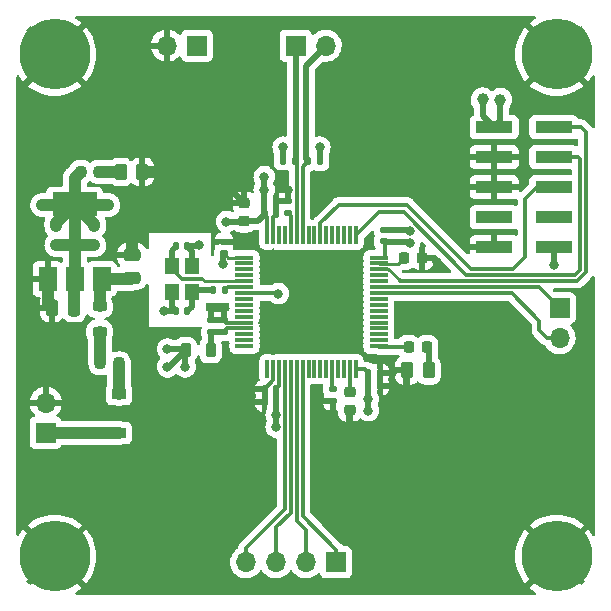
<source format=gbr>
%TF.GenerationSoftware,KiCad,Pcbnew,(6.0.0)*%
%TF.CreationDate,2023-02-04T05:02:52+03:00*%
%TF.ProjectId,STM32F4_breakout,53544d33-3246-4345-9f62-7265616b6f75,rev?*%
%TF.SameCoordinates,Original*%
%TF.FileFunction,Copper,L1,Top*%
%TF.FilePolarity,Positive*%
%FSLAX46Y46*%
G04 Gerber Fmt 4.6, Leading zero omitted, Abs format (unit mm)*
G04 Created by KiCad (PCBNEW (6.0.0)) date 2023-02-04 05:02:52*
%MOMM*%
%LPD*%
G01*
G04 APERTURE LIST*
G04 Aperture macros list*
%AMRoundRect*
0 Rectangle with rounded corners*
0 $1 Rounding radius*
0 $2 $3 $4 $5 $6 $7 $8 $9 X,Y pos of 4 corners*
0 Add a 4 corners polygon primitive as box body*
4,1,4,$2,$3,$4,$5,$6,$7,$8,$9,$2,$3,0*
0 Add four circle primitives for the rounded corners*
1,1,$1+$1,$2,$3*
1,1,$1+$1,$4,$5*
1,1,$1+$1,$6,$7*
1,1,$1+$1,$8,$9*
0 Add four rect primitives between the rounded corners*
20,1,$1+$1,$2,$3,$4,$5,0*
20,1,$1+$1,$4,$5,$6,$7,0*
20,1,$1+$1,$6,$7,$8,$9,0*
20,1,$1+$1,$8,$9,$2,$3,0*%
G04 Aperture macros list end*
%TA.AperFunction,SMDPad,CuDef*%
%ADD10RoundRect,0.135000X-0.135000X-0.185000X0.135000X-0.185000X0.135000X0.185000X-0.135000X0.185000X0*%
%TD*%
%TA.AperFunction,SMDPad,CuDef*%
%ADD11RoundRect,0.140000X0.140000X0.170000X-0.140000X0.170000X-0.140000X-0.170000X0.140000X-0.170000X0*%
%TD*%
%TA.AperFunction,SMDPad,CuDef*%
%ADD12RoundRect,0.250000X0.475000X-0.250000X0.475000X0.250000X-0.475000X0.250000X-0.475000X-0.250000X0*%
%TD*%
%TA.AperFunction,SMDPad,CuDef*%
%ADD13RoundRect,0.140000X0.170000X-0.140000X0.170000X0.140000X-0.170000X0.140000X-0.170000X-0.140000X0*%
%TD*%
%TA.AperFunction,SMDPad,CuDef*%
%ADD14RoundRect,0.218750X0.218750X0.256250X-0.218750X0.256250X-0.218750X-0.256250X0.218750X-0.256250X0*%
%TD*%
%TA.AperFunction,SMDPad,CuDef*%
%ADD15RoundRect,0.218750X-0.381250X0.218750X-0.381250X-0.218750X0.381250X-0.218750X0.381250X0.218750X0*%
%TD*%
%TA.AperFunction,SMDPad,CuDef*%
%ADD16RoundRect,0.140000X-0.140000X-0.170000X0.140000X-0.170000X0.140000X0.170000X-0.140000X0.170000X0*%
%TD*%
%TA.AperFunction,SMDPad,CuDef*%
%ADD17RoundRect,0.225000X-0.250000X0.225000X-0.250000X-0.225000X0.250000X-0.225000X0.250000X0.225000X0*%
%TD*%
%TA.AperFunction,SMDPad,CuDef*%
%ADD18R,3.150000X1.000000*%
%TD*%
%TA.AperFunction,SMDPad,CuDef*%
%ADD19RoundRect,0.135000X-0.185000X0.135000X-0.185000X-0.135000X0.185000X-0.135000X0.185000X0.135000X0*%
%TD*%
%TA.AperFunction,SMDPad,CuDef*%
%ADD20RoundRect,0.250000X0.250000X0.475000X-0.250000X0.475000X-0.250000X-0.475000X0.250000X-0.475000X0*%
%TD*%
%TA.AperFunction,SMDPad,CuDef*%
%ADD21R,1.500000X2.000000*%
%TD*%
%TA.AperFunction,SMDPad,CuDef*%
%ADD22R,3.800000X2.000000*%
%TD*%
%TA.AperFunction,SMDPad,CuDef*%
%ADD23RoundRect,0.135000X0.185000X-0.135000X0.185000X0.135000X-0.185000X0.135000X-0.185000X-0.135000X0*%
%TD*%
%TA.AperFunction,SMDPad,CuDef*%
%ADD24RoundRect,0.218750X-0.218750X-0.381250X0.218750X-0.381250X0.218750X0.381250X-0.218750X0.381250X0*%
%TD*%
%TA.AperFunction,ComponentPad*%
%ADD25C,0.800000*%
%TD*%
%TA.AperFunction,ComponentPad*%
%ADD26C,6.000000*%
%TD*%
%TA.AperFunction,ComponentPad*%
%ADD27R,1.700000X1.700000*%
%TD*%
%TA.AperFunction,ComponentPad*%
%ADD28O,1.700000X1.700000*%
%TD*%
%TA.AperFunction,SMDPad,CuDef*%
%ADD29RoundRect,0.225000X0.250000X-0.225000X0.250000X0.225000X-0.250000X0.225000X-0.250000X-0.225000X0*%
%TD*%
%TA.AperFunction,SMDPad,CuDef*%
%ADD30RoundRect,0.250000X0.262500X0.450000X-0.262500X0.450000X-0.262500X-0.450000X0.262500X-0.450000X0*%
%TD*%
%TA.AperFunction,SMDPad,CuDef*%
%ADD31RoundRect,0.135000X0.135000X0.185000X-0.135000X0.185000X-0.135000X-0.185000X0.135000X-0.185000X0*%
%TD*%
%TA.AperFunction,SMDPad,CuDef*%
%ADD32R,1.200000X1.400000*%
%TD*%
%TA.AperFunction,SMDPad,CuDef*%
%ADD33RoundRect,0.225000X-0.225000X-0.250000X0.225000X-0.250000X0.225000X0.250000X-0.225000X0.250000X0*%
%TD*%
%TA.AperFunction,SMDPad,CuDef*%
%ADD34R,1.200000X0.900000*%
%TD*%
%TA.AperFunction,SMDPad,CuDef*%
%ADD35RoundRect,0.250000X-0.262500X-0.450000X0.262500X-0.450000X0.262500X0.450000X-0.262500X0.450000X0*%
%TD*%
%TA.AperFunction,SMDPad,CuDef*%
%ADD36RoundRect,0.075000X-0.700000X-0.075000X0.700000X-0.075000X0.700000X0.075000X-0.700000X0.075000X0*%
%TD*%
%TA.AperFunction,SMDPad,CuDef*%
%ADD37RoundRect,0.075000X-0.075000X-0.700000X0.075000X-0.700000X0.075000X0.700000X-0.075000X0.700000X0*%
%TD*%
%TA.AperFunction,ViaPad*%
%ADD38C,0.800000*%
%TD*%
%TA.AperFunction,ViaPad*%
%ADD39C,1.000000*%
%TD*%
%TA.AperFunction,Conductor*%
%ADD40C,0.300000*%
%TD*%
%TA.AperFunction,Conductor*%
%ADD41C,0.500000*%
%TD*%
%TA.AperFunction,Conductor*%
%ADD42C,0.250000*%
%TD*%
%TA.AperFunction,Conductor*%
%ADD43C,1.000000*%
%TD*%
G04 APERTURE END LIST*
D10*
%TO.P,R6,1*%
%TO.N,Net-(C18-Pad1)*%
X141675000Y-77700000D03*
%TO.P,R6,2*%
%TO.N,HSE_OUT*%
X142695000Y-77700000D03*
%TD*%
D11*
%TO.P,C5,1*%
%TO.N,+3V3*%
X146980000Y-86100000D03*
%TO.P,C5,2*%
%TO.N,GND*%
X146020000Y-86100000D03*
%TD*%
D12*
%TO.P,C1,1*%
%TO.N,Net-(C1-Pad1)*%
X134800000Y-76650000D03*
%TO.P,C1,2*%
%TO.N,GND*%
X134800000Y-74750000D03*
%TD*%
D13*
%TO.P,C13,1*%
%TO.N,+3.3VA*%
X141500000Y-81230000D03*
%TO.P,C13,2*%
%TO.N,GND*%
X141500000Y-80270000D03*
%TD*%
%TO.P,C9,1*%
%TO.N,+3V3*%
X156100000Y-73580000D03*
%TO.P,C9,2*%
%TO.N,GND*%
X156100000Y-72620000D03*
%TD*%
D14*
%TO.P,3.3V,1,K*%
%TO.N,Net-(D2-Pad1)*%
X132037500Y-67700000D03*
%TO.P,3.3V,2,A*%
%TO.N,+3V3*%
X130462500Y-67700000D03*
%TD*%
D11*
%TO.P,C6,1*%
%TO.N,+3V3*%
X146980000Y-87200000D03*
%TO.P,C6,2*%
%TO.N,GND*%
X146020000Y-87200000D03*
%TD*%
D13*
%TO.P,C14,1*%
%TO.N,+3.3VA*%
X142600000Y-81230000D03*
%TO.P,C14,2*%
%TO.N,GND*%
X142600000Y-80270000D03*
%TD*%
%TO.P,C4,1*%
%TO.N,+3V3*%
X142600000Y-74580000D03*
%TO.P,C4,2*%
%TO.N,GND*%
X142600000Y-73620000D03*
%TD*%
D15*
%TO.P,FB1,1*%
%TO.N,Net-(C1-Pad1)*%
X132050000Y-79087500D03*
%TO.P,FB1,2*%
%TO.N,Net-(F1-Pad2)*%
X132050000Y-81212500D03*
%TD*%
D16*
%TO.P,C11,1*%
%TO.N,+3V3*%
X146020000Y-71300000D03*
%TO.P,C11,2*%
%TO.N,GND*%
X146980000Y-71300000D03*
%TD*%
D17*
%TO.P,C15,1*%
%TO.N,Net-(C15-Pad1)*%
X153250000Y-86325000D03*
%TO.P,C15,2*%
%TO.N,GND*%
X153250000Y-87875000D03*
%TD*%
D16*
%TO.P,C12,1*%
%TO.N,+3V3*%
X146000000Y-70200000D03*
%TO.P,C12,2*%
%TO.N,GND*%
X146960000Y-70200000D03*
%TD*%
%TO.P,C17,1*%
%TO.N,HSE_IN*%
X138520000Y-74000000D03*
%TO.P,C17,2*%
%TO.N,GND*%
X139480000Y-74000000D03*
%TD*%
D18*
%TO.P,SWD,1,Pin_1*%
%TO.N,+3V3*%
X165475000Y-63920000D03*
%TO.P,SWD,2,Pin_2*%
%TO.N,SWDIO*%
X170525000Y-63920000D03*
%TO.P,SWD,3,Pin_3*%
%TO.N,GND*%
X165475000Y-66460000D03*
%TO.P,SWD,4,Pin_4*%
%TO.N,SWCLK*%
X170525000Y-66460000D03*
%TO.P,SWD,5,Pin_5*%
%TO.N,GND*%
X165475000Y-69000000D03*
%TO.P,SWD,6,Pin_6*%
%TO.N,SWO*%
X170525000Y-69000000D03*
%TO.P,SWD,7,Pin_7*%
%TO.N,unconnected-(J4-Pad7)*%
X165475000Y-71540000D03*
%TO.P,SWD,8,Pin_8*%
%TO.N,unconnected-(J4-Pad8)*%
X170525000Y-71540000D03*
%TO.P,SWD,9,Pin_9*%
%TO.N,GND*%
X165475000Y-74080000D03*
%TO.P,SWD,10,Pin_10*%
%TO.N,NRST*%
X170525000Y-74080000D03*
%TD*%
D19*
%TO.P,R2,1*%
%TO.N,GND*%
X148000000Y-70190000D03*
%TO.P,R2,2*%
%TO.N,BOOT0*%
X148000000Y-71210000D03*
%TD*%
D13*
%TO.P,C10,1*%
%TO.N,+3V3*%
X157200000Y-73600000D03*
%TO.P,C10,2*%
%TO.N,GND*%
X157200000Y-72640000D03*
%TD*%
D20*
%TO.P,C2,1*%
%TO.N,+3V3*%
X129900000Y-79200000D03*
%TO.P,C2,2*%
%TO.N,GND*%
X128000000Y-79200000D03*
%TD*%
D21*
%TO.P,U1,1,GND*%
%TO.N,GND*%
X127650000Y-76750000D03*
%TO.P,U1,2,VO*%
%TO.N,+3V3*%
X129950000Y-76750000D03*
D22*
X129950000Y-70450000D03*
D21*
%TO.P,U1,3,VI*%
%TO.N,Net-(C1-Pad1)*%
X132250000Y-76750000D03*
%TD*%
D23*
%TO.P,R3,1*%
%TO.N,GND*%
X151800000Y-87110000D03*
%TO.P,R3,2*%
%TO.N,BOOT1*%
X151800000Y-86090000D03*
%TD*%
D10*
%TO.P,R5,1*%
%TO.N,+3V3*%
X147580000Y-66750000D03*
%TO.P,R5,2*%
%TO.N,I2C1_SDA*%
X148600000Y-66750000D03*
%TD*%
D14*
%TO.P,STAT,1,K*%
%TO.N,Net-(D3-Pad1)*%
X159787500Y-82500000D03*
%TO.P,STAT,2,A*%
%TO.N,Net-(D3-Pad2)*%
X158212500Y-82500000D03*
%TD*%
D24*
%TO.P,FB2,1*%
%TO.N,+3V3*%
X139337500Y-82800000D03*
%TO.P,FB2,2*%
%TO.N,+3.3VA*%
X141462500Y-82800000D03*
%TD*%
D25*
%TO.P,H3,1,1*%
%TO.N,GND*%
X126000000Y-100250000D03*
X126659010Y-101840990D03*
X128250000Y-102500000D03*
X129840990Y-101840990D03*
D26*
X128250000Y-100250000D03*
D25*
X126659010Y-98659010D03*
X130500000Y-100250000D03*
X129840990Y-98659010D03*
X128250000Y-98000000D03*
%TD*%
D16*
%TO.P,C7,1*%
%TO.N,+3V3*%
X154820000Y-84700000D03*
%TO.P,C7,2*%
%TO.N,GND*%
X155780000Y-84700000D03*
%TD*%
D27*
%TO.P,J1,1,Pin_1*%
%TO.N,VCC*%
X127500000Y-89775000D03*
D28*
%TO.P,J1,2,Pin_2*%
%TO.N,GND*%
X127500000Y-87235000D03*
%TD*%
%TO.P,3.3V,2,Pin_2*%
%TO.N,GND*%
X137760000Y-57000000D03*
D27*
%TO.P,3.3V,1,Pin_1*%
%TO.N,+3V3*%
X140300000Y-57000000D03*
%TD*%
D29*
%TO.P,C3,1*%
%TO.N,+3V3*%
X144300000Y-71875000D03*
%TO.P,C3,2*%
%TO.N,GND*%
X144300000Y-70325000D03*
%TD*%
D27*
%TO.P,UART,1,Pin_1*%
%TO.N,UART1_RX*%
X171000000Y-79225000D03*
D28*
%TO.P,UART,2,Pin_2*%
%TO.N,UART1_TX*%
X171000000Y-81765000D03*
%TD*%
D27*
%TO.P,I2C,1,Pin_1*%
%TO.N,I2C1_SDA*%
X148660000Y-57000000D03*
D28*
%TO.P,I2C,2,Pin_2*%
%TO.N,I2C1_SCL*%
X151200000Y-57000000D03*
%TD*%
D25*
%TO.P,H1,1,1*%
%TO.N,GND*%
X128250000Y-60000000D03*
X126000000Y-57750000D03*
X129840990Y-59340990D03*
X126659010Y-56159010D03*
X130500000Y-57750000D03*
X126659010Y-59340990D03*
X129840990Y-56159010D03*
X128250000Y-55500000D03*
D26*
X128250000Y-57750000D03*
%TD*%
D30*
%TO.P,R7,1*%
%TO.N,Net-(D3-Pad1)*%
X159912500Y-84500000D03*
%TO.P,R7,2*%
%TO.N,GND*%
X158087500Y-84500000D03*
%TD*%
D31*
%TO.P,R4,1*%
%TO.N,+3V3*%
X150720000Y-66800000D03*
%TO.P,R4,2*%
%TO.N,I2C1_SCL*%
X149700000Y-66800000D03*
%TD*%
D32*
%TO.P,XTAL,1,1*%
%TO.N,HSE_IN*%
X138150000Y-75650000D03*
%TO.P,XTAL,2,2*%
%TO.N,GND*%
X138150000Y-77850000D03*
%TO.P,XTAL,3,3*%
%TO.N,Net-(C18-Pad1)*%
X139850000Y-77850000D03*
%TO.P,XTAL,4,4*%
%TO.N,GND*%
X139850000Y-75650000D03*
%TD*%
D33*
%TO.P,C16,1*%
%TO.N,Net-(C16-Pad1)*%
X157825000Y-75000000D03*
%TO.P,C16,2*%
%TO.N,GND*%
X159375000Y-75000000D03*
%TD*%
D25*
%TO.P,H2,1,1*%
%TO.N,GND*%
X170750000Y-55500000D03*
X169159010Y-56159010D03*
X168500000Y-57750000D03*
X172340990Y-56159010D03*
X172340990Y-59340990D03*
X173000000Y-57750000D03*
X170750000Y-60000000D03*
D26*
X170750000Y-57750000D03*
D25*
X169159010Y-59340990D03*
%TD*%
D34*
%TO.P,Fuse,1,K*%
%TO.N,Net-(D1-Pad1)*%
X133700000Y-86500000D03*
%TO.P,Fuse,2,A*%
%TO.N,VCC*%
X133700000Y-89800000D03*
%TD*%
D35*
%TO.P,R1,1*%
%TO.N,Net-(D2-Pad1)*%
X133837500Y-67700000D03*
%TO.P,R1,2*%
%TO.N,GND*%
X135662500Y-67700000D03*
%TD*%
D16*
%TO.P,C8,1*%
%TO.N,+3V3*%
X154820000Y-85800000D03*
%TO.P,C8,2*%
%TO.N,GND*%
X155780000Y-85800000D03*
%TD*%
D11*
%TO.P,C18,1*%
%TO.N,Net-(C18-Pad1)*%
X139500000Y-79500000D03*
%TO.P,C18,2*%
%TO.N,GND*%
X138540000Y-79500000D03*
%TD*%
D36*
%TO.P,U2,1,VBAT*%
%TO.N,+3V3*%
X144325000Y-74950000D03*
%TO.P,U2,2,PC13*%
%TO.N,unconnected-(U2-Pad2)*%
X144325000Y-75450000D03*
%TO.P,U2,3,PC14*%
%TO.N,unconnected-(U2-Pad3)*%
X144325000Y-75950000D03*
%TO.P,U2,4,PC15*%
%TO.N,unconnected-(U2-Pad4)*%
X144325000Y-76450000D03*
%TO.P,U2,5,PH0*%
%TO.N,HSE_IN*%
X144325000Y-76950000D03*
%TO.P,U2,6,PH1*%
%TO.N,HSE_OUT*%
X144325000Y-77450000D03*
%TO.P,U2,7,NRST*%
%TO.N,NRST*%
X144325000Y-77950000D03*
%TO.P,U2,8,PC0*%
%TO.N,unconnected-(U2-Pad8)*%
X144325000Y-78450000D03*
%TO.P,U2,9,PC1*%
%TO.N,unconnected-(U2-Pad9)*%
X144325000Y-78950000D03*
%TO.P,U2,10,PC2*%
%TO.N,unconnected-(U2-Pad10)*%
X144325000Y-79450000D03*
%TO.P,U2,11,PC3*%
%TO.N,unconnected-(U2-Pad11)*%
X144325000Y-79950000D03*
%TO.P,U2,12,VSSA*%
%TO.N,GND*%
X144325000Y-80450000D03*
%TO.P,U2,13,VDDA*%
%TO.N,+3.3VA*%
X144325000Y-80950000D03*
%TO.P,U2,14,PA0*%
%TO.N,unconnected-(U2-Pad14)*%
X144325000Y-81450000D03*
%TO.P,U2,15,PA1*%
%TO.N,unconnected-(U2-Pad15)*%
X144325000Y-81950000D03*
%TO.P,U2,16,PA2*%
%TO.N,unconnected-(U2-Pad16)*%
X144325000Y-82450000D03*
D37*
%TO.P,U2,17,PA3*%
%TO.N,unconnected-(U2-Pad17)*%
X146250000Y-84375000D03*
%TO.P,U2,18,VSS*%
%TO.N,GND*%
X146750000Y-84375000D03*
%TO.P,U2,19,VDD*%
%TO.N,+3V3*%
X147250000Y-84375000D03*
%TO.P,U2,20,PA4*%
%TO.N,SPI1_CS*%
X147750000Y-84375000D03*
%TO.P,U2,21,PA5*%
%TO.N,SPI1_SCK*%
X148250000Y-84375000D03*
%TO.P,U2,22,PA6*%
%TO.N,SPI1_MISO*%
X148750000Y-84375000D03*
%TO.P,U2,23,PA7*%
%TO.N,SPI1_MOSI*%
X149250000Y-84375000D03*
%TO.P,U2,24,PC4*%
%TO.N,unconnected-(U2-Pad24)*%
X149750000Y-84375000D03*
%TO.P,U2,25,PC5*%
%TO.N,unconnected-(U2-Pad25)*%
X150250000Y-84375000D03*
%TO.P,U2,26,PB0*%
%TO.N,unconnected-(U2-Pad26)*%
X150750000Y-84375000D03*
%TO.P,U2,27,PB1*%
%TO.N,unconnected-(U2-Pad27)*%
X151250000Y-84375000D03*
%TO.P,U2,28,PB2*%
%TO.N,BOOT1*%
X151750000Y-84375000D03*
%TO.P,U2,29,PB10*%
%TO.N,unconnected-(U2-Pad29)*%
X152250000Y-84375000D03*
%TO.P,U2,30,PB11*%
%TO.N,unconnected-(U2-Pad30)*%
X152750000Y-84375000D03*
%TO.P,U2,31,VCAP_1*%
%TO.N,Net-(C15-Pad1)*%
X153250000Y-84375000D03*
%TO.P,U2,32,VDD*%
%TO.N,+3V3*%
X153750000Y-84375000D03*
D36*
%TO.P,U2,33,PB12*%
%TO.N,Net-(D3-Pad2)*%
X155675000Y-82450000D03*
%TO.P,U2,34,PB13*%
%TO.N,unconnected-(U2-Pad34)*%
X155675000Y-81950000D03*
%TO.P,U2,35,PB14*%
%TO.N,unconnected-(U2-Pad35)*%
X155675000Y-81450000D03*
%TO.P,U2,36,PB15*%
%TO.N,unconnected-(U2-Pad36)*%
X155675000Y-80950000D03*
%TO.P,U2,37,PC6*%
%TO.N,unconnected-(U2-Pad37)*%
X155675000Y-80450000D03*
%TO.P,U2,38,PC7*%
%TO.N,unconnected-(U2-Pad38)*%
X155675000Y-79950000D03*
%TO.P,U2,39,PC8*%
%TO.N,unconnected-(U2-Pad39)*%
X155675000Y-79450000D03*
%TO.P,U2,40,PC9*%
%TO.N,unconnected-(U2-Pad40)*%
X155675000Y-78950000D03*
%TO.P,U2,41,PA8*%
%TO.N,unconnected-(U2-Pad41)*%
X155675000Y-78450000D03*
%TO.P,U2,42,PA9*%
%TO.N,UART1_TX*%
X155675000Y-77950000D03*
%TO.P,U2,43,PA10*%
%TO.N,UART1_RX*%
X155675000Y-77450000D03*
%TO.P,U2,44,PA11*%
%TO.N,unconnected-(U2-Pad44)*%
X155675000Y-76950000D03*
%TO.P,U2,45,PA12*%
%TO.N,unconnected-(U2-Pad45)*%
X155675000Y-76450000D03*
%TO.P,U2,46,PA13*%
%TO.N,SWDIO*%
X155675000Y-75950000D03*
%TO.P,U2,47,VCAP_2*%
%TO.N,Net-(C16-Pad1)*%
X155675000Y-75450000D03*
%TO.P,U2,48,VDD*%
%TO.N,+3V3*%
X155675000Y-74950000D03*
D37*
%TO.P,U2,49,PA14*%
%TO.N,SWCLK*%
X153750000Y-73025000D03*
%TO.P,U2,50,PA15*%
%TO.N,unconnected-(U2-Pad50)*%
X153250000Y-73025000D03*
%TO.P,U2,51,PC10*%
%TO.N,unconnected-(U2-Pad51)*%
X152750000Y-73025000D03*
%TO.P,U2,52,PC11*%
%TO.N,unconnected-(U2-Pad52)*%
X152250000Y-73025000D03*
%TO.P,U2,53,PC12*%
%TO.N,unconnected-(U2-Pad53)*%
X151750000Y-73025000D03*
%TO.P,U2,54,PD2*%
%TO.N,unconnected-(U2-Pad54)*%
X151250000Y-73025000D03*
%TO.P,U2,55,PB3*%
%TO.N,SWO*%
X150750000Y-73025000D03*
%TO.P,U2,56,PB4*%
%TO.N,unconnected-(U2-Pad56)*%
X150250000Y-73025000D03*
%TO.P,U2,57,PB5*%
%TO.N,unconnected-(U2-Pad57)*%
X149750000Y-73025000D03*
%TO.P,U2,58,PB6*%
%TO.N,I2C1_SCL*%
X149250000Y-73025000D03*
%TO.P,U2,59,PB7*%
%TO.N,I2C1_SDA*%
X148750000Y-73025000D03*
%TO.P,U2,60,BOOT0*%
%TO.N,BOOT0*%
X148250000Y-73025000D03*
%TO.P,U2,61,PB8*%
%TO.N,unconnected-(U2-Pad61)*%
X147750000Y-73025000D03*
%TO.P,U2,62,PB9*%
%TO.N,unconnected-(U2-Pad62)*%
X147250000Y-73025000D03*
%TO.P,U2,63,VSS*%
%TO.N,GND*%
X146750000Y-73025000D03*
%TO.P,U2,64,VDD*%
%TO.N,+3V3*%
X146250000Y-73025000D03*
%TD*%
D14*
%TO.P,F1,1*%
%TO.N,Net-(D1-Pad1)*%
X133700000Y-83900000D03*
%TO.P,F1,2*%
%TO.N,Net-(F1-Pad2)*%
X132125000Y-83900000D03*
%TD*%
D27*
%TO.P,SPI,1,Pin_1*%
%TO.N,SPI1_MOSI*%
X152080000Y-100750000D03*
D28*
%TO.P,SPI,2,Pin_2*%
%TO.N,SPI1_MISO*%
X149540000Y-100750000D03*
%TO.P,SPI,3,Pin_3*%
%TO.N,SPI1_SCK*%
X147000000Y-100750000D03*
%TO.P,SPI,4,Pin_4*%
%TO.N,SPI1_CS*%
X144460000Y-100750000D03*
%TD*%
D25*
%TO.P,H4,1,1*%
%TO.N,GND*%
X170750000Y-98000000D03*
X168500000Y-100250000D03*
D26*
X170750000Y-100250000D03*
D25*
X169159010Y-101840990D03*
X172340990Y-101840990D03*
X169159010Y-98659010D03*
X170750000Y-102500000D03*
X173000000Y-100250000D03*
X172340990Y-98659010D03*
%TD*%
D38*
%TO.N,GND*%
X158000000Y-86100000D03*
X144900000Y-87200000D03*
D39*
X127600000Y-81200000D03*
X137100000Y-67700000D03*
X125800000Y-83400000D03*
X127600000Y-83400000D03*
D38*
X156800000Y-85800000D03*
D39*
X134800000Y-73400000D03*
D38*
X142600000Y-79200000D03*
X148000000Y-69200000D03*
D39*
X142700000Y-69500000D03*
D38*
X151800000Y-88100000D03*
X141500000Y-79200000D03*
X160600000Y-75300000D03*
X153200000Y-89100000D03*
X137550000Y-79450000D03*
D39*
X125800000Y-79200000D03*
D38*
X140500000Y-73900000D03*
X143600000Y-73600000D03*
X158300000Y-72700000D03*
X144900000Y-86100000D03*
D39*
X125800000Y-81200000D03*
D38*
X156800000Y-84700000D03*
%TO.N,+3V3*%
X142800000Y-71900000D03*
X147000000Y-88300000D03*
X146000000Y-69200000D03*
D39*
X131600000Y-72300000D03*
D38*
X137800000Y-84200000D03*
X147000000Y-89300000D03*
X146000000Y-68100000D03*
D39*
X164480000Y-61550000D03*
D38*
X142500000Y-75500000D03*
X158300000Y-73700000D03*
D39*
X128400000Y-72300000D03*
X165990000Y-61570000D03*
X127200000Y-70500000D03*
X128400000Y-73900000D03*
D38*
X139300000Y-84200000D03*
D39*
X132800000Y-70500000D03*
D38*
X154800000Y-86900000D03*
X137800000Y-82700000D03*
X147600000Y-65600000D03*
X154800000Y-87900000D03*
X150700000Y-65600000D03*
D39*
X131600000Y-73900000D03*
D38*
%TO.N,NRST*%
X170500000Y-75600000D03*
X147200000Y-78000000D03*
%TD*%
D40*
%TO.N,HSE_OUT*%
X142945000Y-77450000D02*
X142695000Y-77700000D01*
X144325000Y-77450000D02*
X142945000Y-77450000D01*
D41*
%TO.N,Net-(C18-Pad1)*%
X140000000Y-77700000D02*
X139850000Y-77850000D01*
X141675000Y-77700000D02*
X140000000Y-77700000D01*
D42*
%TO.N,SWDIO*%
X157450361Y-76885355D02*
X157450361Y-76900000D01*
X156515006Y-75950000D02*
X157450361Y-76885355D01*
X155675000Y-75950000D02*
X156515006Y-75950000D01*
%TO.N,+3V3*%
X155950000Y-74950000D02*
X156200000Y-74700000D01*
X155675000Y-74950000D02*
X155950000Y-74950000D01*
D40*
%TO.N,UART1_TX*%
X169965000Y-81765000D02*
X171000000Y-81765000D01*
X169300000Y-81100000D02*
X169965000Y-81765000D01*
X166950000Y-77950000D02*
X169300000Y-80300000D01*
X169300000Y-80300000D02*
X169300000Y-81100000D01*
X155675000Y-77950000D02*
X166950000Y-77950000D01*
%TO.N,UART1_RX*%
X169225000Y-77450000D02*
X171000000Y-79225000D01*
X155675000Y-77450000D02*
X169225000Y-77450000D01*
D42*
%TO.N,Net-(C16-Pad1)*%
X157350481Y-75474519D02*
X157825000Y-75000000D01*
X155699519Y-75474519D02*
X157350481Y-75474519D01*
X155675000Y-75450000D02*
X155699519Y-75474519D01*
D40*
%TO.N,+3.3VA*%
X142880000Y-80950000D02*
X142600000Y-81230000D01*
X144325000Y-80950000D02*
X142880000Y-80950000D01*
%TO.N,GND*%
X142780000Y-80450000D02*
X142600000Y-80270000D01*
X144325000Y-80450000D02*
X142780000Y-80450000D01*
%TO.N,NRST*%
X144325000Y-77950000D02*
X147150000Y-77950000D01*
X147150000Y-77950000D02*
X147200000Y-78000000D01*
D42*
%TO.N,Net-(C18-Pad1)*%
X139950000Y-77750000D02*
X139850000Y-77850000D01*
%TO.N,HSE_IN*%
X140949022Y-76950000D02*
X140769022Y-76770000D01*
X144325000Y-76950000D02*
X140949022Y-76950000D01*
%TO.N,+3V3*%
X142970000Y-74950000D02*
X142600000Y-74580000D01*
X144325000Y-74950000D02*
X142970000Y-74950000D01*
D41*
%TO.N,GND*%
X143475000Y-69500000D02*
X144300000Y-70325000D01*
D43*
%TO.N,Net-(F1-Pad2)*%
X132125000Y-81287500D02*
X132050000Y-81212500D01*
X132125000Y-83900000D02*
X132125000Y-81287500D01*
%TO.N,Net-(D1-Pad1)*%
X133700000Y-86500000D02*
X133700000Y-83900000D01*
%TO.N,VCC*%
X133675000Y-89775000D02*
X133700000Y-89800000D01*
X127500000Y-89775000D02*
X133675000Y-89775000D01*
%TO.N,Net-(C1-Pad1)*%
X132250000Y-76750000D02*
X134700000Y-76750000D01*
X132050000Y-76950000D02*
X132250000Y-76750000D01*
X134700000Y-76750000D02*
X134800000Y-76650000D01*
X132050000Y-79087500D02*
X132050000Y-76950000D01*
D41*
%TO.N,GND*%
X156800000Y-85800000D02*
X155780000Y-85800000D01*
X138150000Y-77850000D02*
X138150000Y-79110000D01*
X147990000Y-70200000D02*
X148000000Y-70190000D01*
X141500000Y-79200000D02*
X141500000Y-80270000D01*
D43*
X127650000Y-78850000D02*
X128000000Y-79200000D01*
D41*
X158240000Y-72640000D02*
X158300000Y-72700000D01*
D40*
X146750000Y-73075000D02*
X146750000Y-71530000D01*
X146020000Y-86057715D02*
X146020000Y-86100000D01*
D41*
X137600000Y-79500000D02*
X137550000Y-79450000D01*
X143600000Y-73600000D02*
X142620000Y-73600000D01*
D43*
X127650000Y-76750000D02*
X127650000Y-78850000D01*
D41*
X159375000Y-75000000D02*
X160300000Y-75000000D01*
X146020000Y-87200000D02*
X146020000Y-86100000D01*
X144900000Y-86100000D02*
X146020000Y-86100000D01*
X157180000Y-72620000D02*
X157200000Y-72640000D01*
D43*
X134800000Y-73400000D02*
X134800000Y-74750000D01*
D41*
X160300000Y-75000000D02*
X160600000Y-75300000D01*
X158000000Y-86100000D02*
X158000000Y-84587500D01*
X151800000Y-88100000D02*
X151800000Y-87110000D01*
X146960000Y-71280000D02*
X146980000Y-71300000D01*
X157200000Y-72640000D02*
X158240000Y-72640000D01*
X142700000Y-69500000D02*
X143475000Y-69500000D01*
X140400000Y-74000000D02*
X140500000Y-73900000D01*
X142620000Y-73600000D02*
X142600000Y-73620000D01*
X158000000Y-84587500D02*
X158087500Y-84500000D01*
X146960000Y-70200000D02*
X147990000Y-70200000D01*
X139480000Y-74000000D02*
X140400000Y-74000000D01*
X141500000Y-80270000D02*
X142600000Y-80270000D01*
X138540000Y-79500000D02*
X137600000Y-79500000D01*
X156800000Y-84700000D02*
X155780000Y-84700000D01*
D40*
X146750000Y-84425000D02*
X146750000Y-85327715D01*
D41*
X146960000Y-70200000D02*
X146960000Y-71280000D01*
X139850000Y-74370000D02*
X139480000Y-74000000D01*
X153200000Y-87925000D02*
X153250000Y-87875000D01*
D40*
X146750000Y-71530000D02*
X146980000Y-71300000D01*
D41*
X138150000Y-79110000D02*
X138540000Y-79500000D01*
X144900000Y-87200000D02*
X146020000Y-87200000D01*
X148000000Y-70190000D02*
X148000000Y-69200000D01*
X153200000Y-89100000D02*
X153200000Y-87925000D01*
X139850000Y-75650000D02*
X139850000Y-74370000D01*
X156100000Y-72620000D02*
X157180000Y-72620000D01*
D43*
X137100000Y-67700000D02*
X135662500Y-67700000D01*
D41*
X155780000Y-85800000D02*
X155780000Y-84700000D01*
D40*
X146750000Y-85327715D02*
X146020000Y-86057715D01*
D41*
X142600000Y-79200000D02*
X142600000Y-80270000D01*
%TO.N,+3V3*%
X154800000Y-86900000D02*
X154800000Y-85820000D01*
X150700000Y-66780000D02*
X150720000Y-66800000D01*
X139300000Y-84200000D02*
X139300000Y-82837500D01*
X139237500Y-82700000D02*
X139337500Y-82800000D01*
X145445000Y-71875000D02*
X146020000Y-71300000D01*
D43*
X127200000Y-70500000D02*
X129900000Y-70500000D01*
D41*
X144275000Y-71900000D02*
X144300000Y-71875000D01*
D43*
X129900000Y-79200000D02*
X129900000Y-76800000D01*
D41*
X165990000Y-61570000D02*
X165990000Y-63405000D01*
X154820000Y-85800000D02*
X154820000Y-84700000D01*
D43*
X128400000Y-72000000D02*
X129950000Y-70450000D01*
D41*
X147600000Y-65600000D02*
X147600000Y-66730000D01*
X146000000Y-68100000D02*
X146000000Y-69200000D01*
D43*
X129950000Y-76750000D02*
X129950000Y-73750000D01*
D41*
X157200000Y-73600000D02*
X158200000Y-73600000D01*
X142500000Y-75500000D02*
X142500000Y-74680000D01*
D43*
X132800000Y-70500000D02*
X130000000Y-70500000D01*
X128400000Y-72300000D02*
X128400000Y-72000000D01*
X129950000Y-68212500D02*
X130462500Y-67700000D01*
D41*
X157200000Y-73600000D02*
X156120000Y-73600000D01*
X142500000Y-74680000D02*
X142600000Y-74580000D01*
X142800000Y-71900000D02*
X144275000Y-71900000D01*
D43*
X129950000Y-70450000D02*
X129950000Y-68212500D01*
D41*
X154800000Y-87900000D02*
X154800000Y-86900000D01*
X137937500Y-84200000D02*
X139337500Y-82800000D01*
X146000000Y-70200000D02*
X146000000Y-69200000D01*
X146000000Y-71280000D02*
X146020000Y-71300000D01*
D43*
X131600000Y-72300000D02*
X131600000Y-72100000D01*
D41*
X158200000Y-73600000D02*
X158300000Y-73700000D01*
D43*
X128400000Y-73900000D02*
X130100000Y-73900000D01*
D40*
X147250000Y-85830000D02*
X146980000Y-86100000D01*
X156200000Y-74700000D02*
X156200000Y-73680000D01*
D41*
X150700000Y-65600000D02*
X150700000Y-66780000D01*
D43*
X131600000Y-73900000D02*
X130100000Y-73900000D01*
D41*
X147000000Y-88300000D02*
X147000000Y-87220000D01*
D43*
X129900000Y-76800000D02*
X129950000Y-76750000D01*
D41*
X139300000Y-82837500D02*
X139337500Y-82800000D01*
X144300000Y-71875000D02*
X145445000Y-71875000D01*
D43*
X129950000Y-73750000D02*
X129950000Y-70450000D01*
D41*
X147000000Y-89300000D02*
X147000000Y-88300000D01*
D40*
X156200000Y-73680000D02*
X156100000Y-73580000D01*
D43*
X129900000Y-70500000D02*
X129950000Y-70450000D01*
D41*
X156120000Y-73600000D02*
X156100000Y-73580000D01*
X146000000Y-70200000D02*
X146000000Y-71280000D01*
X147600000Y-66730000D02*
X147580000Y-66750000D01*
X146980000Y-87200000D02*
X146980000Y-86100000D01*
X164480000Y-61550000D02*
X164480000Y-62925000D01*
D43*
X130000000Y-70500000D02*
X129950000Y-70450000D01*
D40*
X147250000Y-84425000D02*
X147250000Y-85830000D01*
X153750000Y-84425000D02*
X154545000Y-84425000D01*
D43*
X130100000Y-73900000D02*
X129950000Y-73750000D01*
D41*
X137800000Y-82700000D02*
X139237500Y-82700000D01*
X164480000Y-62925000D02*
X165475000Y-63920000D01*
D43*
X131600000Y-72100000D02*
X129950000Y-70450000D01*
D40*
X146250000Y-73075000D02*
X146250000Y-71530000D01*
X154545000Y-84425000D02*
X154820000Y-84700000D01*
D41*
X154800000Y-85820000D02*
X154820000Y-85800000D01*
D40*
X146250000Y-71530000D02*
X146020000Y-71300000D01*
D41*
X147000000Y-87220000D02*
X146980000Y-87200000D01*
X165990000Y-63405000D02*
X165475000Y-63920000D01*
X137800000Y-84200000D02*
X137937500Y-84200000D01*
%TO.N,+3.3VA*%
X141500000Y-81230000D02*
X141500000Y-82762500D01*
X141500000Y-82762500D02*
X141462500Y-82800000D01*
X141500000Y-81230000D02*
X142600000Y-81230000D01*
D40*
%TO.N,Net-(C15-Pad1)*%
X153250000Y-84425000D02*
X153250000Y-86325000D01*
D42*
%TO.N,HSE_IN*%
X138150000Y-75750000D02*
X138150000Y-75650000D01*
D41*
X138150000Y-75650000D02*
X138150000Y-74370000D01*
X138150000Y-74370000D02*
X138520000Y-74000000D01*
D40*
X139010000Y-76770000D02*
X138150000Y-75910000D01*
X140769022Y-76770000D02*
X139010000Y-76770000D01*
X138150000Y-75910000D02*
X138150000Y-75650000D01*
D41*
%TO.N,Net-(C18-Pad1)*%
X139850000Y-77850000D02*
X139850000Y-79150000D01*
X139850000Y-79150000D02*
X139500000Y-79500000D01*
D43*
%TO.N,Net-(D2-Pad1)*%
X132037500Y-67700000D02*
X133837500Y-67700000D01*
D41*
%TO.N,Net-(D3-Pad1)*%
X159912500Y-82625000D02*
X159787500Y-82500000D01*
X159912500Y-84500000D02*
X159912500Y-82625000D01*
D40*
%TO.N,Net-(D3-Pad2)*%
X155675000Y-82500000D02*
X158212500Y-82500000D01*
%TO.N,SWDIO*%
X173200000Y-76200000D02*
X173200000Y-64300000D01*
X157450361Y-76900000D02*
X172500000Y-76900000D01*
X172500000Y-76900000D02*
X173200000Y-76200000D01*
X172780000Y-63920000D02*
X170525000Y-63920000D01*
X172800000Y-63900000D02*
X172780000Y-63920000D01*
X173200000Y-64300000D02*
X172800000Y-63900000D01*
%TO.N,SWCLK*%
X157800000Y-71100000D02*
X155725000Y-71100000D01*
X172540000Y-66460000D02*
X172700000Y-66620000D01*
X172700000Y-75993572D02*
X172293572Y-76400000D01*
X163100000Y-76400000D02*
X157800000Y-71100000D01*
X170525000Y-66460000D02*
X172540000Y-66460000D01*
X172293572Y-76400000D02*
X163100000Y-76400000D01*
X155725000Y-71100000D02*
X153750000Y-73075000D01*
X172700000Y-66620000D02*
X172700000Y-75993572D01*
%TO.N,SWO*%
X158100000Y-70500000D02*
X163500480Y-75900480D01*
X167099520Y-75900480D02*
X168100000Y-74900000D01*
X168100000Y-74900000D02*
X168100000Y-70000000D01*
X169100000Y-69000000D02*
X170525000Y-69000000D01*
X152300000Y-70500000D02*
X158100000Y-70500000D01*
X150750000Y-72050000D02*
X152300000Y-70500000D01*
X150750000Y-73075000D02*
X150750000Y-72050000D01*
X163500480Y-75900480D02*
X167099520Y-75900480D01*
X168100000Y-70000000D02*
X169100000Y-69000000D01*
D41*
%TO.N,NRST*%
X170500000Y-75600000D02*
X170500000Y-74105000D01*
X170500000Y-74105000D02*
X170525000Y-74080000D01*
D40*
%TO.N,SPI1_CS*%
X147750000Y-96250000D02*
X144460000Y-99540000D01*
X147750000Y-84425000D02*
X147750000Y-96250000D01*
X144460000Y-99540000D02*
X144460000Y-100750000D01*
%TO.N,SPI1_SCK*%
X148250000Y-96550000D02*
X147000000Y-97800000D01*
X148250000Y-84425000D02*
X148250000Y-96550000D01*
X147000000Y-97800000D02*
X147000000Y-100750000D01*
%TO.N,SPI1_MISO*%
X148750000Y-97250000D02*
X149540000Y-98040000D01*
X149540000Y-98040000D02*
X149540000Y-100750000D01*
X148750000Y-84425000D02*
X148750000Y-97250000D01*
%TO.N,SPI1_MOSI*%
X149250000Y-96850000D02*
X152080000Y-99680000D01*
X149250000Y-84425000D02*
X149250000Y-96850000D01*
X152080000Y-99680000D02*
X152080000Y-100750000D01*
D41*
%TO.N,I2C1_SCL*%
X149500000Y-58700000D02*
X149500000Y-66600000D01*
D40*
X149250000Y-67250000D02*
X149700000Y-66800000D01*
X149250000Y-73075000D02*
X149250000Y-67250000D01*
D41*
X151200000Y-57000000D02*
X149500000Y-58700000D01*
X149500000Y-66600000D02*
X149700000Y-66800000D01*
D40*
%TO.N,I2C1_SDA*%
X148750000Y-73075000D02*
X148750000Y-66900000D01*
D41*
X148660000Y-66690000D02*
X148600000Y-66750000D01*
D40*
X148750000Y-66900000D02*
X148600000Y-66750000D01*
D41*
X148660000Y-57000000D02*
X148660000Y-66690000D01*
D40*
%TO.N,BOOT0*%
X148000000Y-71210000D02*
X148250000Y-71460000D01*
X148250000Y-71460000D02*
X148250000Y-73075000D01*
%TO.N,BOOT1*%
X151750000Y-84425000D02*
X151750000Y-86040000D01*
X151750000Y-86040000D02*
X151800000Y-86090000D01*
%TD*%
%TA.AperFunction,Conductor*%
%TO.N,GND*%
G36*
X168944032Y-54528002D02*
G01*
X168990525Y-54581658D01*
X169000629Y-54651932D01*
X168971135Y-54716512D01*
X168944536Y-54739672D01*
X168687984Y-54906279D01*
X168682662Y-54910146D01*
X168468366Y-55083678D01*
X168459900Y-55095933D01*
X168466234Y-55107024D01*
X173392110Y-60032900D01*
X173405186Y-60040040D01*
X173415554Y-60032582D01*
X173589854Y-59817338D01*
X173593721Y-59812016D01*
X173760328Y-59555464D01*
X173814204Y-59509227D01*
X173884525Y-59499458D01*
X173948965Y-59529258D01*
X173987064Y-59589167D01*
X173992000Y-59624089D01*
X173992000Y-63881999D01*
X173971998Y-63950120D01*
X173918342Y-63996613D01*
X173848068Y-64006717D01*
X173783488Y-63977223D01*
X173764061Y-63956056D01*
X173754478Y-63942865D01*
X173747965Y-63932949D01*
X173728492Y-63900023D01*
X173728489Y-63900019D01*
X173724452Y-63893193D01*
X173709291Y-63878032D01*
X173696449Y-63862997D01*
X173683841Y-63845643D01*
X173648248Y-63816198D01*
X173639467Y-63808208D01*
X173318066Y-63486806D01*
X173302950Y-63468534D01*
X173302331Y-63467624D01*
X173297874Y-63461065D01*
X173253965Y-63422354D01*
X173248195Y-63416935D01*
X173236333Y-63405073D01*
X173223057Y-63394775D01*
X173216974Y-63389742D01*
X173200574Y-63375283D01*
X173173074Y-63351039D01*
X173165023Y-63346936D01*
X173145009Y-63334235D01*
X173144131Y-63333554D01*
X173144132Y-63333554D01*
X173137868Y-63328696D01*
X173084142Y-63305447D01*
X173076981Y-63302077D01*
X173031901Y-63279108D01*
X173031898Y-63279107D01*
X173024831Y-63275506D01*
X173016020Y-63273537D01*
X172993471Y-63266210D01*
X172985176Y-63262620D01*
X172977350Y-63261381D01*
X172977348Y-63261380D01*
X172927347Y-63253461D01*
X172919581Y-63251980D01*
X172862463Y-63239212D01*
X172854540Y-63239461D01*
X172854539Y-63239461D01*
X172854343Y-63239467D01*
X172853438Y-63239496D01*
X172829763Y-63238006D01*
X172828677Y-63237834D01*
X172820848Y-63236594D01*
X172812956Y-63237340D01*
X172762574Y-63242102D01*
X172754676Y-63242599D01*
X172704088Y-63244189D01*
X172704087Y-63244189D01*
X172696169Y-63244438D01*
X172688559Y-63246649D01*
X172684871Y-63247233D01*
X172614460Y-63238135D01*
X172560146Y-63192414D01*
X172554640Y-63183296D01*
X172553765Y-63181699D01*
X172550615Y-63173295D01*
X172545230Y-63166109D01*
X172468642Y-63063919D01*
X172463261Y-63056739D01*
X172346705Y-62969385D01*
X172210316Y-62918255D01*
X172148134Y-62911500D01*
X168901866Y-62911500D01*
X168839684Y-62918255D01*
X168703295Y-62969385D01*
X168586739Y-63056739D01*
X168499385Y-63173295D01*
X168448255Y-63309684D01*
X168441500Y-63371866D01*
X168441500Y-64468134D01*
X168448255Y-64530316D01*
X168499385Y-64666705D01*
X168586739Y-64783261D01*
X168703295Y-64870615D01*
X168839684Y-64921745D01*
X168901866Y-64928500D01*
X172148134Y-64928500D01*
X172210316Y-64921745D01*
X172346705Y-64870615D01*
X172353884Y-64865234D01*
X172354992Y-64864628D01*
X172424349Y-64849459D01*
X172490897Y-64874196D01*
X172533507Y-64930984D01*
X172541500Y-64975148D01*
X172541500Y-65404852D01*
X172521498Y-65472973D01*
X172467842Y-65519466D01*
X172397568Y-65529570D01*
X172354992Y-65515372D01*
X172353884Y-65514766D01*
X172346705Y-65509385D01*
X172210316Y-65458255D01*
X172148134Y-65451500D01*
X168901866Y-65451500D01*
X168839684Y-65458255D01*
X168703295Y-65509385D01*
X168586739Y-65596739D01*
X168499385Y-65713295D01*
X168448255Y-65849684D01*
X168441500Y-65911866D01*
X168441500Y-67008134D01*
X168448255Y-67070316D01*
X168499385Y-67206705D01*
X168586739Y-67323261D01*
X168703295Y-67410615D01*
X168839684Y-67461745D01*
X168901866Y-67468500D01*
X171915500Y-67468500D01*
X171983621Y-67488502D01*
X172030114Y-67542158D01*
X172041500Y-67594500D01*
X172041500Y-67865500D01*
X172021498Y-67933621D01*
X171967842Y-67980114D01*
X171915500Y-67991500D01*
X168901866Y-67991500D01*
X168839684Y-67998255D01*
X168703295Y-68049385D01*
X168586739Y-68136739D01*
X168499385Y-68253295D01*
X168448255Y-68389684D01*
X168441500Y-68451866D01*
X168441500Y-68675050D01*
X168421498Y-68743171D01*
X168404595Y-68764145D01*
X167773095Y-69395645D01*
X167710783Y-69429671D01*
X167639968Y-69424606D01*
X167583132Y-69382059D01*
X167558321Y-69315539D01*
X167558000Y-69306550D01*
X167558000Y-69272115D01*
X167553525Y-69256876D01*
X167552135Y-69255671D01*
X167544452Y-69254000D01*
X165747115Y-69254000D01*
X165731876Y-69258475D01*
X165730671Y-69259865D01*
X165729000Y-69267548D01*
X165729000Y-69989884D01*
X165733475Y-70005123D01*
X165734865Y-70006328D01*
X165742548Y-70007999D01*
X167094669Y-70007999D01*
X167101490Y-70007629D01*
X167152352Y-70002105D01*
X167167603Y-69998479D01*
X167271270Y-69959616D01*
X167342077Y-69954433D01*
X167404446Y-69988354D01*
X167438576Y-70050609D01*
X167441500Y-70077598D01*
X167441500Y-70461868D01*
X167421498Y-70529989D01*
X167367842Y-70576482D01*
X167297568Y-70586586D01*
X167271270Y-70579850D01*
X167241501Y-70568690D01*
X167160316Y-70538255D01*
X167098134Y-70531500D01*
X163851866Y-70531500D01*
X163789684Y-70538255D01*
X163653295Y-70589385D01*
X163536739Y-70676739D01*
X163449385Y-70793295D01*
X163398255Y-70929684D01*
X163391500Y-70991866D01*
X163391500Y-72088134D01*
X163398255Y-72150316D01*
X163449385Y-72286705D01*
X163536739Y-72403261D01*
X163653295Y-72490615D01*
X163789684Y-72541745D01*
X163851866Y-72548500D01*
X167098134Y-72548500D01*
X167160316Y-72541745D01*
X167271271Y-72500150D01*
X167342077Y-72494967D01*
X167404446Y-72528888D01*
X167438576Y-72591143D01*
X167441500Y-72618132D01*
X167441500Y-73002402D01*
X167421498Y-73070523D01*
X167367842Y-73117016D01*
X167297568Y-73127120D01*
X167271270Y-73120384D01*
X167167606Y-73081522D01*
X167152351Y-73077895D01*
X167101486Y-73072369D01*
X167094672Y-73072000D01*
X165747115Y-73072000D01*
X165731876Y-73076475D01*
X165730671Y-73077865D01*
X165729000Y-73085548D01*
X165729000Y-74208000D01*
X165708998Y-74276121D01*
X165655342Y-74322614D01*
X165603000Y-74334000D01*
X163410116Y-74334000D01*
X163394877Y-74338475D01*
X163393672Y-74339865D01*
X163392001Y-74347548D01*
X163392001Y-74556551D01*
X163371999Y-74624672D01*
X163318343Y-74671165D01*
X163248069Y-74681269D01*
X163183489Y-74651775D01*
X163176906Y-74645646D01*
X162339145Y-73807885D01*
X163392000Y-73807885D01*
X163396475Y-73823124D01*
X163397865Y-73824329D01*
X163405548Y-73826000D01*
X165202885Y-73826000D01*
X165218124Y-73821525D01*
X165219329Y-73820135D01*
X165221000Y-73812452D01*
X165221000Y-73090116D01*
X165216525Y-73074877D01*
X165215135Y-73073672D01*
X165207452Y-73072001D01*
X163855331Y-73072001D01*
X163848510Y-73072371D01*
X163797648Y-73077895D01*
X163782396Y-73081521D01*
X163661946Y-73126676D01*
X163646351Y-73135214D01*
X163544276Y-73211715D01*
X163531715Y-73224276D01*
X163455214Y-73326351D01*
X163446676Y-73341946D01*
X163401522Y-73462394D01*
X163397895Y-73477649D01*
X163392369Y-73528514D01*
X163392000Y-73535328D01*
X163392000Y-73807885D01*
X162339145Y-73807885D01*
X158623655Y-70092395D01*
X158615665Y-70083615D01*
X158615663Y-70083613D01*
X158611416Y-70076920D01*
X158603333Y-70069329D01*
X158559743Y-70028396D01*
X158556901Y-70025641D01*
X158536333Y-70005073D01*
X158532826Y-70002353D01*
X158523804Y-69994647D01*
X158517103Y-69988354D01*
X158490133Y-69963028D01*
X158483181Y-69959206D01*
X158471342Y-69952697D01*
X158454818Y-69941843D01*
X158444132Y-69933555D01*
X158437868Y-69928696D01*
X158430596Y-69925549D01*
X158430594Y-69925548D01*
X158395465Y-69910346D01*
X158384805Y-69905124D01*
X158351284Y-69886695D01*
X158351282Y-69886694D01*
X158344337Y-69882876D01*
X158323559Y-69877541D01*
X158304869Y-69871142D01*
X158285176Y-69862620D01*
X158239552Y-69855394D01*
X158227929Y-69852987D01*
X158193661Y-69844189D01*
X158183188Y-69841500D01*
X158161741Y-69841500D01*
X158142031Y-69839949D01*
X158128677Y-69837834D01*
X158120848Y-69836594D01*
X158074859Y-69840941D01*
X158063004Y-69841500D01*
X152382056Y-69841500D01*
X152370200Y-69840941D01*
X152370197Y-69840941D01*
X152362463Y-69839212D01*
X152307446Y-69840941D01*
X152291631Y-69841438D01*
X152287673Y-69841500D01*
X152258568Y-69841500D01*
X152254168Y-69842056D01*
X152242336Y-69842988D01*
X152196169Y-69844438D01*
X152175579Y-69850420D01*
X152156218Y-69854430D01*
X152149230Y-69855312D01*
X152142796Y-69856125D01*
X152142795Y-69856125D01*
X152134936Y-69857118D01*
X152127571Y-69860034D01*
X152127567Y-69860035D01*
X152091979Y-69874126D01*
X152080769Y-69877965D01*
X152036400Y-69890855D01*
X152017935Y-69901775D01*
X152000195Y-69910466D01*
X151980244Y-69918365D01*
X151943433Y-69945110D01*
X151942874Y-69945516D01*
X151932952Y-69952033D01*
X151900023Y-69971507D01*
X151900019Y-69971510D01*
X151893193Y-69975547D01*
X151878029Y-69990711D01*
X151862996Y-70003551D01*
X151845643Y-70016159D01*
X151833322Y-70031053D01*
X151816198Y-70051752D01*
X151808208Y-70060532D01*
X150342395Y-71526345D01*
X150333615Y-71534335D01*
X150333613Y-71534337D01*
X150326920Y-71538584D01*
X150321494Y-71544362D01*
X150321493Y-71544363D01*
X150278396Y-71590257D01*
X150275641Y-71593099D01*
X150255073Y-71613667D01*
X150252356Y-71617170D01*
X150244648Y-71626195D01*
X150213028Y-71659867D01*
X150209207Y-71666818D01*
X150209206Y-71666819D01*
X150202697Y-71678658D01*
X150191854Y-71695169D01*
X150189857Y-71697744D01*
X150132307Y-71739318D01*
X150106734Y-71745452D01*
X150091501Y-71747458D01*
X150050945Y-71752797D01*
X149980797Y-71741857D01*
X149927698Y-71694729D01*
X149908500Y-71627875D01*
X149908500Y-69544669D01*
X163392001Y-69544669D01*
X163392371Y-69551490D01*
X163397895Y-69602352D01*
X163401521Y-69617604D01*
X163446676Y-69738054D01*
X163455214Y-69753649D01*
X163531715Y-69855724D01*
X163544276Y-69868285D01*
X163646351Y-69944786D01*
X163661946Y-69953324D01*
X163782394Y-69998478D01*
X163797649Y-70002105D01*
X163848514Y-70007631D01*
X163855328Y-70008000D01*
X165202885Y-70008000D01*
X165218124Y-70003525D01*
X165219329Y-70002135D01*
X165221000Y-69994452D01*
X165221000Y-69272115D01*
X165216525Y-69256876D01*
X165215135Y-69255671D01*
X165207452Y-69254000D01*
X163410116Y-69254000D01*
X163394877Y-69258475D01*
X163393672Y-69259865D01*
X163392001Y-69267548D01*
X163392001Y-69544669D01*
X149908500Y-69544669D01*
X149908500Y-68727885D01*
X163392000Y-68727885D01*
X163396475Y-68743124D01*
X163397865Y-68744329D01*
X163405548Y-68746000D01*
X165202885Y-68746000D01*
X165218124Y-68741525D01*
X165219329Y-68740135D01*
X165221000Y-68732452D01*
X165221000Y-68727885D01*
X165729000Y-68727885D01*
X165733475Y-68743124D01*
X165734865Y-68744329D01*
X165742548Y-68746000D01*
X167539884Y-68746000D01*
X167555123Y-68741525D01*
X167556328Y-68740135D01*
X167557999Y-68732452D01*
X167557999Y-68455331D01*
X167557629Y-68448510D01*
X167552105Y-68397648D01*
X167548479Y-68382396D01*
X167503324Y-68261946D01*
X167494786Y-68246351D01*
X167418285Y-68144276D01*
X167405724Y-68131715D01*
X167303649Y-68055214D01*
X167288054Y-68046676D01*
X167167606Y-68001522D01*
X167152351Y-67997895D01*
X167101486Y-67992369D01*
X167094672Y-67992000D01*
X165747115Y-67992000D01*
X165731876Y-67996475D01*
X165730671Y-67997865D01*
X165729000Y-68005548D01*
X165729000Y-68727885D01*
X165221000Y-68727885D01*
X165221000Y-68010116D01*
X165216525Y-67994877D01*
X165215135Y-67993672D01*
X165207452Y-67992001D01*
X163855331Y-67992001D01*
X163848510Y-67992371D01*
X163797648Y-67997895D01*
X163782396Y-68001521D01*
X163661946Y-68046676D01*
X163646351Y-68055214D01*
X163544276Y-68131715D01*
X163531715Y-68144276D01*
X163455214Y-68246351D01*
X163446676Y-68261946D01*
X163401522Y-68382394D01*
X163397895Y-68397649D01*
X163392369Y-68448514D01*
X163392000Y-68455328D01*
X163392000Y-68727885D01*
X149908500Y-68727885D01*
X149908500Y-67728357D01*
X149928502Y-67660236D01*
X149982158Y-67613743D01*
X149999348Y-67607360D01*
X150084981Y-67582482D01*
X150084985Y-67582480D01*
X150092596Y-67580269D01*
X150099421Y-67576233D01*
X150099425Y-67576231D01*
X150145861Y-67548769D01*
X150214677Y-67531309D01*
X150274139Y-67548769D01*
X150320575Y-67576231D01*
X150320579Y-67576233D01*
X150327404Y-67580269D01*
X150335015Y-67582480D01*
X150335017Y-67582481D01*
X150376387Y-67594500D01*
X150483534Y-67625629D01*
X150489941Y-67626133D01*
X150489945Y-67626134D01*
X150517556Y-67628307D01*
X150517562Y-67628307D01*
X150520011Y-67628500D01*
X150719878Y-67628500D01*
X150919988Y-67628499D01*
X150956466Y-67625629D01*
X151063613Y-67594500D01*
X151104983Y-67582481D01*
X151104985Y-67582480D01*
X151112596Y-67580269D01*
X151123481Y-67573832D01*
X151245720Y-67501540D01*
X151252541Y-67497506D01*
X151367506Y-67382541D01*
X151371540Y-67375720D01*
X151446234Y-67249419D01*
X151446234Y-67249418D01*
X151450269Y-67242596D01*
X151495629Y-67086466D01*
X151496327Y-67077606D01*
X151498307Y-67052444D01*
X151498307Y-67052438D01*
X151498500Y-67049989D01*
X151498500Y-67004669D01*
X163392001Y-67004669D01*
X163392371Y-67011490D01*
X163397895Y-67062352D01*
X163401521Y-67077604D01*
X163446676Y-67198054D01*
X163455214Y-67213649D01*
X163531715Y-67315724D01*
X163544276Y-67328285D01*
X163646351Y-67404786D01*
X163661946Y-67413324D01*
X163782394Y-67458478D01*
X163797649Y-67462105D01*
X163848514Y-67467631D01*
X163855328Y-67468000D01*
X165202885Y-67468000D01*
X165218124Y-67463525D01*
X165219329Y-67462135D01*
X165221000Y-67454452D01*
X165221000Y-67449884D01*
X165729000Y-67449884D01*
X165733475Y-67465123D01*
X165734865Y-67466328D01*
X165742548Y-67467999D01*
X167094669Y-67467999D01*
X167101490Y-67467629D01*
X167152352Y-67462105D01*
X167167604Y-67458479D01*
X167288054Y-67413324D01*
X167303649Y-67404786D01*
X167405724Y-67328285D01*
X167418285Y-67315724D01*
X167494786Y-67213649D01*
X167503324Y-67198054D01*
X167548478Y-67077606D01*
X167552105Y-67062351D01*
X167557631Y-67011486D01*
X167558000Y-67004672D01*
X167558000Y-66732115D01*
X167553525Y-66716876D01*
X167552135Y-66715671D01*
X167544452Y-66714000D01*
X165747115Y-66714000D01*
X165731876Y-66718475D01*
X165730671Y-66719865D01*
X165729000Y-66727548D01*
X165729000Y-67449884D01*
X165221000Y-67449884D01*
X165221000Y-66732115D01*
X165216525Y-66716876D01*
X165215135Y-66715671D01*
X165207452Y-66714000D01*
X163410116Y-66714000D01*
X163394877Y-66718475D01*
X163393672Y-66719865D01*
X163392001Y-66727548D01*
X163392001Y-67004669D01*
X151498500Y-67004669D01*
X151498499Y-66550012D01*
X151495629Y-66513534D01*
X151463503Y-66402955D01*
X151458500Y-66367802D01*
X151458500Y-66187885D01*
X163392000Y-66187885D01*
X163396475Y-66203124D01*
X163397865Y-66204329D01*
X163405548Y-66206000D01*
X165202885Y-66206000D01*
X165218124Y-66201525D01*
X165219329Y-66200135D01*
X165221000Y-66192452D01*
X165221000Y-66187885D01*
X165729000Y-66187885D01*
X165733475Y-66203124D01*
X165734865Y-66204329D01*
X165742548Y-66206000D01*
X167539884Y-66206000D01*
X167555123Y-66201525D01*
X167556328Y-66200135D01*
X167557999Y-66192452D01*
X167557999Y-65915331D01*
X167557629Y-65908510D01*
X167552105Y-65857648D01*
X167548479Y-65842396D01*
X167503324Y-65721946D01*
X167494786Y-65706351D01*
X167418285Y-65604276D01*
X167405724Y-65591715D01*
X167303649Y-65515214D01*
X167288054Y-65506676D01*
X167167606Y-65461522D01*
X167152351Y-65457895D01*
X167101486Y-65452369D01*
X167094672Y-65452000D01*
X165747115Y-65452000D01*
X165731876Y-65456475D01*
X165730671Y-65457865D01*
X165729000Y-65465548D01*
X165729000Y-66187885D01*
X165221000Y-66187885D01*
X165221000Y-65470116D01*
X165216525Y-65454877D01*
X165215135Y-65453672D01*
X165207452Y-65452001D01*
X163855331Y-65452001D01*
X163848510Y-65452371D01*
X163797648Y-65457895D01*
X163782396Y-65461521D01*
X163661946Y-65506676D01*
X163646351Y-65515214D01*
X163544276Y-65591715D01*
X163531715Y-65604276D01*
X163455214Y-65706351D01*
X163446676Y-65721946D01*
X163401522Y-65842394D01*
X163397895Y-65857649D01*
X163392369Y-65908514D01*
X163392000Y-65915328D01*
X163392000Y-66187885D01*
X151458500Y-66187885D01*
X151458500Y-66136999D01*
X151475381Y-66073999D01*
X151531223Y-65977279D01*
X151531224Y-65977278D01*
X151534527Y-65971556D01*
X151593542Y-65789928D01*
X151613504Y-65600000D01*
X151598950Y-65461522D01*
X151594232Y-65416635D01*
X151594232Y-65416633D01*
X151593542Y-65410072D01*
X151534527Y-65228444D01*
X151439040Y-65063056D01*
X151359888Y-64975148D01*
X151315675Y-64926045D01*
X151315674Y-64926044D01*
X151311253Y-64921134D01*
X151156752Y-64808882D01*
X151150724Y-64806198D01*
X151150722Y-64806197D01*
X150988319Y-64733891D01*
X150988318Y-64733891D01*
X150982288Y-64731206D01*
X150888888Y-64711353D01*
X150801944Y-64692872D01*
X150801939Y-64692872D01*
X150795487Y-64691500D01*
X150604513Y-64691500D01*
X150598061Y-64692872D01*
X150598056Y-64692872D01*
X150443373Y-64725752D01*
X150417712Y-64731206D01*
X150417507Y-64730242D01*
X150352464Y-64732097D01*
X150291667Y-64695432D01*
X150260345Y-64631719D01*
X150258500Y-64610238D01*
X150258500Y-64468134D01*
X163391500Y-64468134D01*
X163398255Y-64530316D01*
X163449385Y-64666705D01*
X163536739Y-64783261D01*
X163653295Y-64870615D01*
X163789684Y-64921745D01*
X163851866Y-64928500D01*
X167098134Y-64928500D01*
X167160316Y-64921745D01*
X167296705Y-64870615D01*
X167413261Y-64783261D01*
X167500615Y-64666705D01*
X167551745Y-64530316D01*
X167558500Y-64468134D01*
X167558500Y-63371866D01*
X167551745Y-63309684D01*
X167500615Y-63173295D01*
X167413261Y-63056739D01*
X167296705Y-62969385D01*
X167160316Y-62918255D01*
X167098134Y-62911500D01*
X166874500Y-62911500D01*
X166806379Y-62891498D01*
X166759886Y-62837842D01*
X166748500Y-62785500D01*
X166748500Y-62281610D01*
X166768502Y-62213489D01*
X166779119Y-62199279D01*
X166818078Y-62154145D01*
X166915769Y-61982179D01*
X166978197Y-61794513D01*
X167002985Y-61598295D01*
X167003380Y-61570000D01*
X166984080Y-61373167D01*
X166972085Y-61333436D01*
X166950710Y-61262641D01*
X166926916Y-61183831D01*
X166834066Y-61009204D01*
X166763709Y-60922938D01*
X166712960Y-60860713D01*
X166712957Y-60860710D01*
X166709065Y-60855938D01*
X166704316Y-60852009D01*
X166561425Y-60733799D01*
X166561421Y-60733797D01*
X166556675Y-60729870D01*
X166382701Y-60635802D01*
X166193768Y-60577318D01*
X166187643Y-60576674D01*
X166187642Y-60576674D01*
X166003204Y-60557289D01*
X166003202Y-60557289D01*
X165997075Y-60556645D01*
X165914576Y-60564153D01*
X165806251Y-60574011D01*
X165806248Y-60574012D01*
X165800112Y-60574570D01*
X165794206Y-60576308D01*
X165794202Y-60576309D01*
X165735041Y-60593721D01*
X165610381Y-60630410D01*
X165604923Y-60633263D01*
X165604919Y-60633265D01*
X165514147Y-60680720D01*
X165435110Y-60722040D01*
X165327055Y-60808919D01*
X165325672Y-60810031D01*
X165260049Y-60837127D01*
X165190195Y-60824444D01*
X165166405Y-60808919D01*
X165051425Y-60713799D01*
X165051421Y-60713797D01*
X165046675Y-60709870D01*
X164872701Y-60615802D01*
X164683768Y-60557318D01*
X164677643Y-60556674D01*
X164677642Y-60556674D01*
X164493204Y-60537289D01*
X164493202Y-60537289D01*
X164487075Y-60536645D01*
X164404576Y-60544153D01*
X164296251Y-60554011D01*
X164296248Y-60554012D01*
X164290112Y-60554570D01*
X164284206Y-60556308D01*
X164284202Y-60556309D01*
X164206629Y-60579140D01*
X164100381Y-60610410D01*
X164094923Y-60613263D01*
X164094919Y-60613265D01*
X164046206Y-60638732D01*
X163925110Y-60702040D01*
X163770975Y-60825968D01*
X163643846Y-60977474D01*
X163640879Y-60982872D01*
X163640875Y-60982877D01*
X163581028Y-61091740D01*
X163548567Y-61150787D01*
X163488765Y-61339306D01*
X163466719Y-61535851D01*
X163483268Y-61732934D01*
X163537783Y-61923050D01*
X163628187Y-62098956D01*
X163632010Y-62103780D01*
X163632013Y-62103784D01*
X163694246Y-62182303D01*
X163720883Y-62248113D01*
X163721500Y-62260567D01*
X163721500Y-62857930D01*
X163720074Y-62876832D01*
X163719925Y-62877814D01*
X163689930Y-62942163D01*
X163658229Y-62967535D01*
X163653295Y-62969385D01*
X163536739Y-63056739D01*
X163449385Y-63173295D01*
X163398255Y-63309684D01*
X163391500Y-63371866D01*
X163391500Y-64468134D01*
X150258500Y-64468134D01*
X150258500Y-60405186D01*
X168459960Y-60405186D01*
X168467418Y-60415554D01*
X168682662Y-60589854D01*
X168687984Y-60593721D01*
X168990823Y-60790387D01*
X168996532Y-60793683D01*
X169318275Y-60957620D01*
X169324286Y-60960296D01*
X169661395Y-61089700D01*
X169667672Y-61091740D01*
X170016463Y-61185198D01*
X170022901Y-61186567D01*
X170379560Y-61243055D01*
X170386104Y-61243743D01*
X170746699Y-61262641D01*
X170753301Y-61262641D01*
X171113896Y-61243743D01*
X171120440Y-61243055D01*
X171477099Y-61186567D01*
X171483537Y-61185198D01*
X171832328Y-61091740D01*
X171838605Y-61089700D01*
X172175714Y-60960296D01*
X172181725Y-60957620D01*
X172503468Y-60793683D01*
X172509177Y-60790387D01*
X172812016Y-60593721D01*
X172817338Y-60589854D01*
X173031634Y-60416322D01*
X173040100Y-60404067D01*
X173033766Y-60392976D01*
X170762812Y-58122022D01*
X170748868Y-58114408D01*
X170747035Y-58114539D01*
X170740420Y-58118790D01*
X168467100Y-60392110D01*
X168459960Y-60405186D01*
X150258500Y-60405186D01*
X150258500Y-59066371D01*
X150278502Y-58998250D01*
X150295405Y-58977276D01*
X150891441Y-58381240D01*
X150953753Y-58347214D01*
X151005657Y-58346865D01*
X151038597Y-58353567D01*
X151043772Y-58353757D01*
X151043774Y-58353757D01*
X151256673Y-58361564D01*
X151256677Y-58361564D01*
X151261837Y-58361753D01*
X151266957Y-58361097D01*
X151266959Y-58361097D01*
X151478288Y-58334025D01*
X151478289Y-58334025D01*
X151483416Y-58333368D01*
X151488366Y-58331883D01*
X151692429Y-58270661D01*
X151692434Y-58270659D01*
X151697384Y-58269174D01*
X151897994Y-58170896D01*
X152079860Y-58041173D01*
X152238096Y-57883489D01*
X152310026Y-57783388D01*
X152331645Y-57753301D01*
X167237359Y-57753301D01*
X167256257Y-58113896D01*
X167256945Y-58120440D01*
X167313433Y-58477099D01*
X167314802Y-58483537D01*
X167408260Y-58832328D01*
X167410300Y-58838605D01*
X167539704Y-59175714D01*
X167542380Y-59181725D01*
X167706317Y-59503468D01*
X167709613Y-59509177D01*
X167906279Y-59812016D01*
X167910146Y-59817338D01*
X168083678Y-60031634D01*
X168095933Y-60040100D01*
X168107024Y-60033766D01*
X170377978Y-57762812D01*
X170385592Y-57748868D01*
X170385461Y-57747035D01*
X170381210Y-57740420D01*
X168107890Y-55467100D01*
X168094814Y-55459960D01*
X168084446Y-55467418D01*
X167910146Y-55682662D01*
X167906279Y-55687984D01*
X167709613Y-55990823D01*
X167706317Y-55996532D01*
X167542380Y-56318275D01*
X167539704Y-56324286D01*
X167410300Y-56661395D01*
X167408260Y-56667672D01*
X167314802Y-57016463D01*
X167313433Y-57022901D01*
X167256945Y-57379560D01*
X167256257Y-57386104D01*
X167237359Y-57746699D01*
X167237359Y-57753301D01*
X152331645Y-57753301D01*
X152365435Y-57706277D01*
X152368453Y-57702077D01*
X152467430Y-57501811D01*
X152532370Y-57288069D01*
X152561529Y-57066590D01*
X152561611Y-57063240D01*
X152563074Y-57003365D01*
X152563074Y-57003361D01*
X152563156Y-57000000D01*
X152544852Y-56777361D01*
X152490431Y-56560702D01*
X152401354Y-56355840D01*
X152280014Y-56168277D01*
X152129670Y-56003051D01*
X152125619Y-55999852D01*
X152125615Y-55999848D01*
X151958414Y-55867800D01*
X151958410Y-55867798D01*
X151954359Y-55864598D01*
X151918028Y-55844542D01*
X151902136Y-55835769D01*
X151758789Y-55756638D01*
X151753920Y-55754914D01*
X151753916Y-55754912D01*
X151553087Y-55683795D01*
X151553083Y-55683794D01*
X151548212Y-55682069D01*
X151543119Y-55681162D01*
X151543116Y-55681161D01*
X151333373Y-55643800D01*
X151333367Y-55643799D01*
X151328284Y-55642894D01*
X151254452Y-55641992D01*
X151110081Y-55640228D01*
X151110079Y-55640228D01*
X151104911Y-55640165D01*
X150884091Y-55673955D01*
X150671756Y-55743357D01*
X150473607Y-55846507D01*
X150469474Y-55849610D01*
X150469471Y-55849612D01*
X150386771Y-55911705D01*
X150294965Y-55980635D01*
X150216252Y-56063004D01*
X150214283Y-56065064D01*
X150152759Y-56100494D01*
X150081846Y-56097037D01*
X150024060Y-56055791D01*
X150005207Y-56022243D01*
X149963767Y-55911703D01*
X149960615Y-55903295D01*
X149873261Y-55786739D01*
X149756705Y-55699385D01*
X149620316Y-55648255D01*
X149558134Y-55641500D01*
X147761866Y-55641500D01*
X147699684Y-55648255D01*
X147563295Y-55699385D01*
X147446739Y-55786739D01*
X147359385Y-55903295D01*
X147308255Y-56039684D01*
X147301500Y-56101866D01*
X147301500Y-57898134D01*
X147308255Y-57960316D01*
X147359385Y-58096705D01*
X147446739Y-58213261D01*
X147563295Y-58300615D01*
X147699684Y-58351745D01*
X147761866Y-58358500D01*
X147775500Y-58358500D01*
X147843621Y-58378502D01*
X147890114Y-58432158D01*
X147901500Y-58484500D01*
X147901500Y-64579692D01*
X147881498Y-64647813D01*
X147827842Y-64694306D01*
X147757568Y-64704410D01*
X147749303Y-64702939D01*
X147701944Y-64692872D01*
X147701939Y-64692872D01*
X147695487Y-64691500D01*
X147504513Y-64691500D01*
X147498061Y-64692872D01*
X147498056Y-64692872D01*
X147411112Y-64711353D01*
X147317712Y-64731206D01*
X147311682Y-64733891D01*
X147311681Y-64733891D01*
X147149278Y-64806197D01*
X147149276Y-64806198D01*
X147143248Y-64808882D01*
X146988747Y-64921134D01*
X146984326Y-64926044D01*
X146984325Y-64926045D01*
X146940113Y-64975148D01*
X146860960Y-65063056D01*
X146765473Y-65228444D01*
X146706458Y-65410072D01*
X146705768Y-65416633D01*
X146705768Y-65416635D01*
X146701050Y-65461522D01*
X146686496Y-65600000D01*
X146706458Y-65789928D01*
X146765473Y-65971556D01*
X146768776Y-65977278D01*
X146768777Y-65977279D01*
X146824619Y-66073999D01*
X146841500Y-66136999D01*
X146841500Y-66317802D01*
X146836497Y-66352955D01*
X146804371Y-66463534D01*
X146803867Y-66469941D01*
X146803866Y-66469945D01*
X146802104Y-66492338D01*
X146801500Y-66500011D01*
X146801501Y-66999988D01*
X146804371Y-67036466D01*
X146849731Y-67192596D01*
X146853766Y-67199418D01*
X146853766Y-67199419D01*
X146879301Y-67242596D01*
X146932494Y-67332541D01*
X147047459Y-67447506D01*
X147054280Y-67451540D01*
X147132005Y-67497506D01*
X147187404Y-67530269D01*
X147195015Y-67532480D01*
X147195017Y-67532481D01*
X147228326Y-67542158D01*
X147343534Y-67575629D01*
X147349941Y-67576133D01*
X147349945Y-67576134D01*
X147377556Y-67578307D01*
X147377562Y-67578307D01*
X147380011Y-67578500D01*
X147579878Y-67578500D01*
X147779988Y-67578499D01*
X147816466Y-67575629D01*
X147930349Y-67542543D01*
X148001343Y-67542746D01*
X148060959Y-67581299D01*
X148090268Y-67645964D01*
X148091500Y-67663540D01*
X148091500Y-70305500D01*
X148071498Y-70373621D01*
X148017842Y-70420114D01*
X147965501Y-70431500D01*
X147756585Y-70431501D01*
X147750012Y-70431501D01*
X147713534Y-70434371D01*
X147663994Y-70448764D01*
X147663191Y-70448997D01*
X147628038Y-70454000D01*
X147252115Y-70454000D01*
X147236876Y-70458475D01*
X147235671Y-70459865D01*
X147234000Y-70467548D01*
X147234000Y-70760839D01*
X147223663Y-70810755D01*
X147219731Y-70817404D01*
X147217519Y-70825018D01*
X147217518Y-70825020D01*
X147201656Y-70879619D01*
X147174371Y-70973534D01*
X147173867Y-70979941D01*
X147173866Y-70979945D01*
X147173066Y-70990111D01*
X147171500Y-71010011D01*
X147171501Y-71409988D01*
X147171695Y-71412448D01*
X147171695Y-71412460D01*
X147172140Y-71418111D01*
X147157547Y-71487591D01*
X147107706Y-71538152D01*
X147046529Y-71554000D01*
X147031682Y-71554000D01*
X146963561Y-71533998D01*
X146917068Y-71480342D01*
X146908039Y-71441766D01*
X146907051Y-71441923D01*
X146905811Y-71434093D01*
X146905562Y-71426169D01*
X146899580Y-71405579D01*
X146895570Y-71386216D01*
X146893875Y-71372796D01*
X146893875Y-71372795D01*
X146892882Y-71364936D01*
X146889966Y-71357571D01*
X146889965Y-71357567D01*
X146875874Y-71321979D01*
X146872035Y-71310769D01*
X146859145Y-71266400D01*
X146848225Y-71247935D01*
X146839534Y-71230195D01*
X146831635Y-71210244D01*
X146826971Y-71203824D01*
X146824085Y-71198575D01*
X146808500Y-71137874D01*
X146808500Y-71064516D01*
X146807973Y-71057814D01*
X146806111Y-71034156D01*
X146806110Y-71034151D01*
X146805606Y-71027746D01*
X146763503Y-70882825D01*
X146758500Y-70847672D01*
X146758500Y-70583486D01*
X146763503Y-70548333D01*
X146783812Y-70478431D01*
X146783813Y-70478426D01*
X146785606Y-70472254D01*
X146786424Y-70461868D01*
X146788307Y-70437940D01*
X146788307Y-70437932D01*
X146788500Y-70435484D01*
X146788500Y-69964516D01*
X146788307Y-69962060D01*
X146786111Y-69934156D01*
X146786110Y-69934151D01*
X146785606Y-69927746D01*
X146783813Y-69921574D01*
X146783812Y-69921569D01*
X146782742Y-69917885D01*
X147214000Y-69917885D01*
X147218475Y-69933124D01*
X147219865Y-69934329D01*
X147227548Y-69936000D01*
X147727885Y-69936000D01*
X147743124Y-69931525D01*
X147744329Y-69930135D01*
X147746000Y-69922452D01*
X147746000Y-69430434D01*
X147741656Y-69415639D01*
X147729997Y-69413579D01*
X147720023Y-69414363D01*
X147707436Y-69416662D01*
X147565217Y-69457981D01*
X147550780Y-69464229D01*
X147547690Y-69466056D01*
X147544950Y-69466751D01*
X147543504Y-69467377D01*
X147543403Y-69467144D01*
X147478875Y-69483518D01*
X147419408Y-69466059D01*
X147366220Y-69434604D01*
X147351784Y-69428357D01*
X147231395Y-69393381D01*
X147217295Y-69393421D01*
X147214000Y-69400691D01*
X147214000Y-69917885D01*
X146782742Y-69917885D01*
X146764299Y-69854408D01*
X146763503Y-69851666D01*
X146758500Y-69816514D01*
X146758500Y-69736999D01*
X146775381Y-69673999D01*
X146782229Y-69662139D01*
X146834527Y-69571556D01*
X146893542Y-69389928D01*
X146894939Y-69376642D01*
X146912814Y-69206565D01*
X146913504Y-69200000D01*
X146901600Y-69086739D01*
X146894232Y-69016635D01*
X146894232Y-69016633D01*
X146893542Y-69010072D01*
X146834527Y-68828444D01*
X146775381Y-68726000D01*
X146758500Y-68663001D01*
X146758500Y-68636999D01*
X146775381Y-68573999D01*
X146831223Y-68477279D01*
X146831224Y-68477278D01*
X146834527Y-68471556D01*
X146893542Y-68289928D01*
X146901408Y-68215093D01*
X146912814Y-68106565D01*
X146913504Y-68100000D01*
X146908184Y-68049385D01*
X146894232Y-67916635D01*
X146894232Y-67916633D01*
X146893542Y-67910072D01*
X146834527Y-67728444D01*
X146739040Y-67563056D01*
X146720224Y-67542158D01*
X146615675Y-67426045D01*
X146615674Y-67426044D01*
X146611253Y-67421134D01*
X146483458Y-67328285D01*
X146462094Y-67312763D01*
X146462093Y-67312762D01*
X146456752Y-67308882D01*
X146450724Y-67306198D01*
X146450722Y-67306197D01*
X146288319Y-67233891D01*
X146288318Y-67233891D01*
X146282288Y-67231206D01*
X146167021Y-67206705D01*
X146101944Y-67192872D01*
X146101939Y-67192872D01*
X146095487Y-67191500D01*
X145904513Y-67191500D01*
X145898061Y-67192872D01*
X145898056Y-67192872D01*
X145832979Y-67206705D01*
X145717712Y-67231206D01*
X145711682Y-67233891D01*
X145711681Y-67233891D01*
X145549278Y-67306197D01*
X145549276Y-67306198D01*
X145543248Y-67308882D01*
X145537907Y-67312762D01*
X145537906Y-67312763D01*
X145516542Y-67328285D01*
X145388747Y-67421134D01*
X145384326Y-67426044D01*
X145384325Y-67426045D01*
X145279777Y-67542158D01*
X145260960Y-67563056D01*
X145165473Y-67728444D01*
X145106458Y-67910072D01*
X145105768Y-67916633D01*
X145105768Y-67916635D01*
X145091816Y-68049385D01*
X145086496Y-68100000D01*
X145087186Y-68106565D01*
X145098593Y-68215093D01*
X145106458Y-68289928D01*
X145165473Y-68471556D01*
X145168776Y-68477278D01*
X145168777Y-68477279D01*
X145224619Y-68573999D01*
X145241500Y-68636999D01*
X145241500Y-68663001D01*
X145224619Y-68726000D01*
X145165473Y-68828444D01*
X145106458Y-69010072D01*
X145105768Y-69016633D01*
X145105768Y-69016635D01*
X145098400Y-69086739D01*
X145086496Y-69200000D01*
X145087186Y-69206565D01*
X145101238Y-69340265D01*
X145088466Y-69410103D01*
X145039964Y-69461950D01*
X144971131Y-69479344D01*
X144909812Y-69460695D01*
X144868120Y-69434995D01*
X144854939Y-69428849D01*
X144706186Y-69379509D01*
X144692810Y-69376642D01*
X144601903Y-69367328D01*
X144595486Y-69367000D01*
X144572115Y-69367000D01*
X144556876Y-69371475D01*
X144555671Y-69372865D01*
X144554000Y-69380548D01*
X144554000Y-70453000D01*
X144533998Y-70521121D01*
X144480342Y-70567614D01*
X144428000Y-70579000D01*
X143335115Y-70579000D01*
X143319876Y-70583475D01*
X143318671Y-70584865D01*
X143317000Y-70592548D01*
X143317000Y-70595438D01*
X143317337Y-70601953D01*
X143326894Y-70694057D01*
X143329788Y-70707456D01*
X143379381Y-70856107D01*
X143385552Y-70869281D01*
X143425129Y-70933235D01*
X143443967Y-71001687D01*
X143422806Y-71069457D01*
X143368366Y-71115028D01*
X143297930Y-71123933D01*
X143257843Y-71109675D01*
X143256752Y-71108882D01*
X143250726Y-71106199D01*
X143088319Y-71033891D01*
X143088318Y-71033891D01*
X143082288Y-71031206D01*
X142982574Y-71010011D01*
X142901944Y-70992872D01*
X142901939Y-70992872D01*
X142895487Y-70991500D01*
X142704513Y-70991500D01*
X142698061Y-70992872D01*
X142698056Y-70992872D01*
X142617426Y-71010011D01*
X142517712Y-71031206D01*
X142511682Y-71033891D01*
X142511681Y-71033891D01*
X142349278Y-71106197D01*
X142349276Y-71106198D01*
X142343248Y-71108882D01*
X142337907Y-71112762D01*
X142337906Y-71112763D01*
X142314886Y-71129488D01*
X142188747Y-71221134D01*
X142184326Y-71226044D01*
X142184325Y-71226045D01*
X142078059Y-71344066D01*
X142060960Y-71363056D01*
X142020405Y-71433299D01*
X141970546Y-71519658D01*
X141965473Y-71528444D01*
X141906458Y-71710072D01*
X141905768Y-71716633D01*
X141905768Y-71716635D01*
X141895577Y-71813602D01*
X141886496Y-71900000D01*
X141887186Y-71906565D01*
X141902054Y-72048022D01*
X141906458Y-72089928D01*
X141965473Y-72271556D01*
X141968776Y-72277278D01*
X141968777Y-72277279D01*
X141981895Y-72300000D01*
X142060960Y-72436944D01*
X142065378Y-72441851D01*
X142065379Y-72441852D01*
X142161073Y-72548131D01*
X142188747Y-72578866D01*
X142272127Y-72639445D01*
X142315480Y-72695666D01*
X142321555Y-72766402D01*
X142288424Y-72829194D01*
X142233219Y-72862377D01*
X142178215Y-72878358D01*
X142163780Y-72884604D01*
X142036501Y-72959876D01*
X142024074Y-72969516D01*
X141919516Y-73074074D01*
X141909876Y-73086501D01*
X141834604Y-73213780D01*
X141828357Y-73228216D01*
X141793381Y-73348605D01*
X141793421Y-73362705D01*
X141800691Y-73366000D01*
X143393558Y-73366000D01*
X143407089Y-73362027D01*
X143408224Y-73354129D01*
X143371643Y-73228216D01*
X143365396Y-73213780D01*
X143290124Y-73086501D01*
X143280484Y-73074074D01*
X143175926Y-72969516D01*
X143163497Y-72959874D01*
X143154413Y-72954502D01*
X143105961Y-72902608D01*
X143093256Y-72832758D01*
X143120332Y-72767127D01*
X143167305Y-72730942D01*
X143250719Y-72693805D01*
X143250726Y-72693801D01*
X143256752Y-72691118D01*
X143262091Y-72687239D01*
X143262098Y-72687235D01*
X143268528Y-72682563D01*
X143342587Y-72658500D01*
X143523254Y-72658500D01*
X143591192Y-72678448D01*
X143592298Y-72679552D01*
X143611869Y-72691616D01*
X143724074Y-72760780D01*
X143737899Y-72769302D01*
X143900243Y-72823149D01*
X143907080Y-72823849D01*
X143907082Y-72823850D01*
X143946593Y-72827898D01*
X144001268Y-72833500D01*
X144598732Y-72833500D01*
X144601978Y-72833163D01*
X144601982Y-72833163D01*
X144652723Y-72827898D01*
X144701019Y-72822887D01*
X144781042Y-72796189D01*
X144856324Y-72771073D01*
X144856326Y-72771072D01*
X144863268Y-72768756D01*
X144970182Y-72702596D01*
X145002485Y-72682606D01*
X145008713Y-72678752D01*
X145016971Y-72670480D01*
X145019599Y-72669042D01*
X145019623Y-72669023D01*
X145019626Y-72669027D01*
X145079254Y-72636402D01*
X145106142Y-72633500D01*
X145377930Y-72633500D01*
X145396880Y-72634933D01*
X145411115Y-72637099D01*
X145411119Y-72637099D01*
X145418349Y-72638199D01*
X145425641Y-72637606D01*
X145425645Y-72637606D01*
X145455286Y-72635195D01*
X145524804Y-72649609D01*
X145575493Y-72699319D01*
X145591500Y-72760780D01*
X145591500Y-73763244D01*
X145592038Y-73767330D01*
X145592038Y-73767331D01*
X145595601Y-73794394D01*
X145606519Y-73877324D01*
X145609678Y-73884951D01*
X145609679Y-73884954D01*
X145626172Y-73924770D01*
X145665314Y-74019268D01*
X145758843Y-74141157D01*
X145765393Y-74146183D01*
X145765394Y-74146184D01*
X145796663Y-74170177D01*
X145880733Y-74234686D01*
X146022676Y-74293481D01*
X146078155Y-74300785D01*
X146132669Y-74307962D01*
X146132670Y-74307962D01*
X146136756Y-74308500D01*
X146363244Y-74308500D01*
X146367330Y-74307962D01*
X146367331Y-74307962D01*
X146477324Y-74293481D01*
X146477493Y-74294766D01*
X146522573Y-74294765D01*
X146522806Y-74292994D01*
X146582040Y-74300792D01*
X146596222Y-74298581D01*
X146601783Y-74279216D01*
X146639811Y-74219263D01*
X146646184Y-74214033D01*
X146673296Y-74193229D01*
X146739516Y-74167628D01*
X146809065Y-74181892D01*
X146826705Y-74193229D01*
X146853908Y-74214103D01*
X146895775Y-74271442D01*
X146898099Y-74278567D01*
X146904044Y-74298813D01*
X146917583Y-74300842D01*
X146977194Y-74292994D01*
X146977427Y-74294765D01*
X147022507Y-74294766D01*
X147022676Y-74293481D01*
X147132669Y-74307962D01*
X147132670Y-74307962D01*
X147136756Y-74308500D01*
X147363244Y-74308500D01*
X147367330Y-74307962D01*
X147367331Y-74307962D01*
X147477324Y-74293481D01*
X147477527Y-74295026D01*
X147522473Y-74295026D01*
X147522676Y-74293481D01*
X147632669Y-74307962D01*
X147632670Y-74307962D01*
X147636756Y-74308500D01*
X147863244Y-74308500D01*
X147867330Y-74307962D01*
X147867331Y-74307962D01*
X147977324Y-74293481D01*
X147977527Y-74295026D01*
X148022473Y-74295026D01*
X148022676Y-74293481D01*
X148132669Y-74307962D01*
X148132670Y-74307962D01*
X148136756Y-74308500D01*
X148363244Y-74308500D01*
X148367330Y-74307962D01*
X148367331Y-74307962D01*
X148477324Y-74293481D01*
X148477527Y-74295026D01*
X148522473Y-74295026D01*
X148522676Y-74293481D01*
X148632669Y-74307962D01*
X148632670Y-74307962D01*
X148636756Y-74308500D01*
X148863244Y-74308500D01*
X148867330Y-74307962D01*
X148867331Y-74307962D01*
X148977324Y-74293481D01*
X148977527Y-74295026D01*
X149022473Y-74295026D01*
X149022676Y-74293481D01*
X149132669Y-74307962D01*
X149132670Y-74307962D01*
X149136756Y-74308500D01*
X149363244Y-74308500D01*
X149367330Y-74307962D01*
X149367331Y-74307962D01*
X149477324Y-74293481D01*
X149477527Y-74295026D01*
X149522473Y-74295026D01*
X149522676Y-74293481D01*
X149632669Y-74307962D01*
X149632670Y-74307962D01*
X149636756Y-74308500D01*
X149863244Y-74308500D01*
X149867330Y-74307962D01*
X149867331Y-74307962D01*
X149977324Y-74293481D01*
X149977527Y-74295026D01*
X150022473Y-74295026D01*
X150022676Y-74293481D01*
X150132669Y-74307962D01*
X150132670Y-74307962D01*
X150136756Y-74308500D01*
X150363244Y-74308500D01*
X150367330Y-74307962D01*
X150367331Y-74307962D01*
X150477324Y-74293481D01*
X150477527Y-74295026D01*
X150522473Y-74295026D01*
X150522676Y-74293481D01*
X150632669Y-74307962D01*
X150632670Y-74307962D01*
X150636756Y-74308500D01*
X150863244Y-74308500D01*
X150867330Y-74307962D01*
X150867331Y-74307962D01*
X150977324Y-74293481D01*
X150977527Y-74295026D01*
X151022473Y-74295026D01*
X151022676Y-74293481D01*
X151132669Y-74307962D01*
X151132670Y-74307962D01*
X151136756Y-74308500D01*
X151363244Y-74308500D01*
X151367330Y-74307962D01*
X151367331Y-74307962D01*
X151477324Y-74293481D01*
X151477527Y-74295026D01*
X151522473Y-74295026D01*
X151522676Y-74293481D01*
X151632669Y-74307962D01*
X151632670Y-74307962D01*
X151636756Y-74308500D01*
X151863244Y-74308500D01*
X151867330Y-74307962D01*
X151867331Y-74307962D01*
X151977324Y-74293481D01*
X151977527Y-74295026D01*
X152022473Y-74295026D01*
X152022676Y-74293481D01*
X152132669Y-74307962D01*
X152132670Y-74307962D01*
X152136756Y-74308500D01*
X152363244Y-74308500D01*
X152367330Y-74307962D01*
X152367331Y-74307962D01*
X152477324Y-74293481D01*
X152477527Y-74295026D01*
X152522473Y-74295026D01*
X152522676Y-74293481D01*
X152632669Y-74307962D01*
X152632670Y-74307962D01*
X152636756Y-74308500D01*
X152863244Y-74308500D01*
X152867330Y-74307962D01*
X152867331Y-74307962D01*
X152977324Y-74293481D01*
X152977527Y-74295026D01*
X153022473Y-74295026D01*
X153022676Y-74293481D01*
X153132669Y-74307962D01*
X153132670Y-74307962D01*
X153136756Y-74308500D01*
X153363244Y-74308500D01*
X153367330Y-74307962D01*
X153367331Y-74307962D01*
X153477324Y-74293481D01*
X153477527Y-74295026D01*
X153522473Y-74295026D01*
X153522676Y-74293481D01*
X153632669Y-74307962D01*
X153632670Y-74307962D01*
X153636756Y-74308500D01*
X153863244Y-74308500D01*
X153867330Y-74307962D01*
X153867331Y-74307962D01*
X153921845Y-74300785D01*
X153977324Y-74293481D01*
X153984951Y-74290322D01*
X153984954Y-74290321D01*
X154111641Y-74237845D01*
X154119268Y-74234686D01*
X154241157Y-74141157D01*
X154246186Y-74134604D01*
X154323964Y-74033240D01*
X154334686Y-74019267D01*
X154393481Y-73877324D01*
X154404399Y-73794394D01*
X154407962Y-73767331D01*
X154407962Y-73767330D01*
X154408500Y-73763244D01*
X154408500Y-73399950D01*
X154428502Y-73331829D01*
X154445405Y-73310855D01*
X155066905Y-72689355D01*
X155129217Y-72655329D01*
X155200032Y-72660394D01*
X155256868Y-72702941D01*
X155281679Y-72769461D01*
X155282000Y-72778450D01*
X155282000Y-72822969D01*
X155282193Y-72827898D01*
X155284386Y-72855756D01*
X155286688Y-72868359D01*
X155328357Y-73011784D01*
X155334605Y-73026222D01*
X155340016Y-73035372D01*
X155357474Y-73104188D01*
X155340015Y-73163647D01*
X155330106Y-73180403D01*
X155327895Y-73188014D01*
X155327894Y-73188016D01*
X155326121Y-73194119D01*
X155284394Y-73337746D01*
X155283890Y-73344151D01*
X155283889Y-73344156D01*
X155282170Y-73366000D01*
X155281500Y-73374516D01*
X155281500Y-73785484D01*
X155281693Y-73787932D01*
X155281693Y-73787940D01*
X155283647Y-73812761D01*
X155284394Y-73822254D01*
X155306981Y-73900000D01*
X155315202Y-73928295D01*
X155330106Y-73979597D01*
X155334141Y-73986419D01*
X155334141Y-73986420D01*
X155402117Y-74101361D01*
X155419576Y-74170177D01*
X155397059Y-74237508D01*
X155341715Y-74281978D01*
X155293663Y-74291500D01*
X154936756Y-74291500D01*
X154932670Y-74292038D01*
X154932669Y-74292038D01*
X154893847Y-74297149D01*
X154822676Y-74306519D01*
X154815049Y-74309678D01*
X154815046Y-74309679D01*
X154783819Y-74322614D01*
X154680732Y-74365314D01*
X154558843Y-74458843D01*
X154553817Y-74465393D01*
X154553816Y-74465394D01*
X154528173Y-74498813D01*
X154465314Y-74580733D01*
X154406519Y-74722676D01*
X154405042Y-74733896D01*
X154392068Y-74832445D01*
X154391500Y-74836756D01*
X154391500Y-75063244D01*
X154392038Y-75067330D01*
X154392038Y-75067331D01*
X154406519Y-75177324D01*
X154404974Y-75177527D01*
X154404974Y-75222473D01*
X154406519Y-75222676D01*
X154396089Y-75301903D01*
X154391500Y-75336756D01*
X154391500Y-75563244D01*
X154392038Y-75567330D01*
X154392038Y-75567331D01*
X154406519Y-75677324D01*
X154404974Y-75677527D01*
X154404974Y-75722473D01*
X154406519Y-75722676D01*
X154396248Y-75800695D01*
X154391500Y-75836756D01*
X154391500Y-76063244D01*
X154392038Y-76067330D01*
X154392038Y-76067331D01*
X154406519Y-76177324D01*
X154404974Y-76177527D01*
X154404974Y-76222473D01*
X154406519Y-76222676D01*
X154391500Y-76336756D01*
X154391500Y-76563244D01*
X154392038Y-76567330D01*
X154392038Y-76567331D01*
X154406519Y-76677324D01*
X154404974Y-76677527D01*
X154404974Y-76722473D01*
X154406519Y-76722676D01*
X154391500Y-76836756D01*
X154391500Y-77063244D01*
X154392038Y-77067330D01*
X154392038Y-77067331D01*
X154406519Y-77177324D01*
X154404974Y-77177527D01*
X154404974Y-77222473D01*
X154406519Y-77222676D01*
X154400957Y-77264927D01*
X154391500Y-77336756D01*
X154391500Y-77563244D01*
X154392038Y-77567330D01*
X154392038Y-77567331D01*
X154406519Y-77677324D01*
X154404974Y-77677527D01*
X154404974Y-77722473D01*
X154406519Y-77722676D01*
X154391500Y-77836756D01*
X154391500Y-78063244D01*
X154392038Y-78067330D01*
X154392038Y-78067331D01*
X154406519Y-78177324D01*
X154404974Y-78177527D01*
X154404974Y-78222473D01*
X154406519Y-78222676D01*
X154400989Y-78264684D01*
X154391500Y-78336756D01*
X154391500Y-78563244D01*
X154392038Y-78567330D01*
X154392038Y-78567331D01*
X154406519Y-78677324D01*
X154404974Y-78677527D01*
X154404974Y-78722473D01*
X154406519Y-78722676D01*
X154393042Y-78825047D01*
X154391500Y-78836756D01*
X154391500Y-79063244D01*
X154392038Y-79067330D01*
X154392038Y-79067331D01*
X154406519Y-79177324D01*
X154404974Y-79177527D01*
X154404974Y-79222473D01*
X154406519Y-79222676D01*
X154391500Y-79336756D01*
X154391500Y-79563244D01*
X154392038Y-79567330D01*
X154392038Y-79567331D01*
X154406519Y-79677324D01*
X154404974Y-79677527D01*
X154404974Y-79722473D01*
X154406519Y-79722676D01*
X154391500Y-79836756D01*
X154391500Y-80063244D01*
X154392038Y-80067330D01*
X154392038Y-80067331D01*
X154406519Y-80177324D01*
X154404974Y-80177527D01*
X154404974Y-80222473D01*
X154406519Y-80222676D01*
X154393482Y-80321705D01*
X154391500Y-80336756D01*
X154391500Y-80563244D01*
X154392038Y-80567330D01*
X154392038Y-80567331D01*
X154406519Y-80677324D01*
X154404974Y-80677527D01*
X154404974Y-80722473D01*
X154406519Y-80722676D01*
X154391500Y-80836756D01*
X154391500Y-81063244D01*
X154392038Y-81067330D01*
X154392038Y-81067331D01*
X154406519Y-81177324D01*
X154404974Y-81177527D01*
X154404974Y-81222473D01*
X154406519Y-81222676D01*
X154391500Y-81336756D01*
X154391500Y-81563244D01*
X154392038Y-81567330D01*
X154392038Y-81567331D01*
X154406519Y-81677324D01*
X154404974Y-81677527D01*
X154404974Y-81722473D01*
X154406519Y-81722676D01*
X154391500Y-81836756D01*
X154391500Y-82063244D01*
X154392038Y-82067330D01*
X154392038Y-82067331D01*
X154406519Y-82177324D01*
X154404974Y-82177527D01*
X154404974Y-82222473D01*
X154406519Y-82222676D01*
X154391500Y-82336756D01*
X154391500Y-82563244D01*
X154406519Y-82677324D01*
X154409678Y-82684951D01*
X154409679Y-82684954D01*
X154418631Y-82706565D01*
X154465314Y-82819268D01*
X154558843Y-82941157D01*
X154565393Y-82946183D01*
X154565394Y-82946184D01*
X154606657Y-82977846D01*
X154680733Y-83034686D01*
X154822676Y-83093481D01*
X154864787Y-83099025D01*
X154932669Y-83107962D01*
X154932670Y-83107962D01*
X154936756Y-83108500D01*
X155387545Y-83108500D01*
X155429550Y-83116512D01*
X155430663Y-83117124D01*
X155591812Y-83158500D01*
X157318446Y-83158500D01*
X157386567Y-83178502D01*
X157416636Y-83205734D01*
X157419929Y-83211055D01*
X157425109Y-83216226D01*
X157425113Y-83216231D01*
X157429777Y-83220887D01*
X157463856Y-83283169D01*
X157458853Y-83353989D01*
X157416355Y-83410862D01*
X157407062Y-83417203D01*
X157357193Y-83448063D01*
X157345792Y-83457099D01*
X157231261Y-83571829D01*
X157222249Y-83583240D01*
X157137184Y-83721243D01*
X157131037Y-83734424D01*
X157079862Y-83888710D01*
X157076995Y-83902086D01*
X157067328Y-83996438D01*
X157067000Y-84002855D01*
X157067000Y-84227885D01*
X157071475Y-84243124D01*
X157072865Y-84244329D01*
X157080548Y-84246000D01*
X158215500Y-84246000D01*
X158283621Y-84266002D01*
X158330114Y-84319658D01*
X158341500Y-84372000D01*
X158341500Y-85689884D01*
X158345975Y-85705123D01*
X158347365Y-85706328D01*
X158355048Y-85707999D01*
X158397095Y-85707999D01*
X158403614Y-85707662D01*
X158499206Y-85697743D01*
X158512600Y-85694851D01*
X158666784Y-85643412D01*
X158679962Y-85637239D01*
X158817807Y-85551937D01*
X158829208Y-85542901D01*
X158910430Y-85461538D01*
X158972713Y-85427459D01*
X159043533Y-85432462D01*
X159088620Y-85461383D01*
X159171512Y-85544130D01*
X159171517Y-85544134D01*
X159176697Y-85549305D01*
X159182927Y-85553145D01*
X159182928Y-85553146D01*
X159320288Y-85637816D01*
X159327262Y-85642115D01*
X159342602Y-85647203D01*
X159488611Y-85695632D01*
X159488613Y-85695632D01*
X159495139Y-85697797D01*
X159501975Y-85698497D01*
X159501978Y-85698498D01*
X159545031Y-85702909D01*
X159599600Y-85708500D01*
X160225400Y-85708500D01*
X160228646Y-85708163D01*
X160228650Y-85708163D01*
X160324308Y-85698238D01*
X160324312Y-85698237D01*
X160331166Y-85697526D01*
X160337702Y-85695345D01*
X160337704Y-85695345D01*
X160488527Y-85645026D01*
X160498946Y-85641550D01*
X160649348Y-85548478D01*
X160673710Y-85524074D01*
X160769134Y-85428483D01*
X160774305Y-85423303D01*
X160813043Y-85360459D01*
X160863275Y-85278968D01*
X160863276Y-85278966D01*
X160867115Y-85272738D01*
X160918661Y-85117331D01*
X160920632Y-85111389D01*
X160920632Y-85111387D01*
X160922797Y-85104861D01*
X160933500Y-85000400D01*
X160933500Y-83999600D01*
X160929129Y-83957474D01*
X160923238Y-83900692D01*
X160923237Y-83900688D01*
X160922526Y-83893834D01*
X160919976Y-83886189D01*
X160868868Y-83733002D01*
X160866550Y-83726054D01*
X160773478Y-83575652D01*
X160707982Y-83510269D01*
X160673903Y-83447987D01*
X160671000Y-83421097D01*
X160671000Y-83082574D01*
X160677407Y-83042906D01*
X160721072Y-82911262D01*
X160721072Y-82911260D01*
X160723238Y-82904731D01*
X160733500Y-82804572D01*
X160733500Y-82195428D01*
X160732354Y-82184377D01*
X160724444Y-82108151D01*
X160722978Y-82094018D01*
X160669308Y-81933151D01*
X160580071Y-81788945D01*
X160460053Y-81669136D01*
X160315692Y-81580151D01*
X160308743Y-81577846D01*
X160161262Y-81528928D01*
X160161260Y-81528928D01*
X160154731Y-81526762D01*
X160054572Y-81516500D01*
X159520428Y-81516500D01*
X159517182Y-81516837D01*
X159517178Y-81516837D01*
X159483397Y-81520342D01*
X159419018Y-81527022D01*
X159258151Y-81580692D01*
X159113945Y-81669929D01*
X159089113Y-81694805D01*
X159026832Y-81728884D01*
X158956012Y-81723882D01*
X158910922Y-81694960D01*
X158890233Y-81674307D01*
X158885053Y-81669136D01*
X158740692Y-81580151D01*
X158733743Y-81577846D01*
X158586262Y-81528928D01*
X158586260Y-81528928D01*
X158579731Y-81526762D01*
X158479572Y-81516500D01*
X157945428Y-81516500D01*
X157942182Y-81516837D01*
X157942178Y-81516837D01*
X157908397Y-81520342D01*
X157844018Y-81527022D01*
X157683151Y-81580692D01*
X157538945Y-81669929D01*
X157533777Y-81675106D01*
X157533776Y-81675107D01*
X157486295Y-81722671D01*
X157419136Y-81789947D01*
X157416541Y-81794157D01*
X157359417Y-81834656D01*
X157318455Y-81841500D01*
X157069623Y-81841500D01*
X157001502Y-81821498D01*
X156955009Y-81767842D01*
X156944701Y-81731946D01*
X156943481Y-81722676D01*
X156943480Y-81722675D01*
X156943480Y-81722671D01*
X156945026Y-81722468D01*
X156945026Y-81677527D01*
X156943481Y-81677324D01*
X156957962Y-81567331D01*
X156957962Y-81567330D01*
X156958500Y-81563244D01*
X156958500Y-81336756D01*
X156943481Y-81222676D01*
X156945026Y-81222473D01*
X156945026Y-81177527D01*
X156943481Y-81177324D01*
X156957962Y-81067331D01*
X156957962Y-81067330D01*
X156958500Y-81063244D01*
X156958500Y-80836756D01*
X156943481Y-80722676D01*
X156945026Y-80722473D01*
X156945026Y-80677527D01*
X156943481Y-80677324D01*
X156957962Y-80567331D01*
X156957962Y-80567330D01*
X156958500Y-80563244D01*
X156958500Y-80336756D01*
X156956519Y-80321705D01*
X156943481Y-80222676D01*
X156945026Y-80222473D01*
X156945026Y-80177527D01*
X156943481Y-80177324D01*
X156957962Y-80067331D01*
X156957962Y-80067330D01*
X156958500Y-80063244D01*
X156958500Y-79836756D01*
X156943481Y-79722676D01*
X156945026Y-79722473D01*
X156945026Y-79677527D01*
X156943481Y-79677324D01*
X156957962Y-79567331D01*
X156957962Y-79567330D01*
X156958500Y-79563244D01*
X156958500Y-79336756D01*
X156943481Y-79222676D01*
X156945026Y-79222473D01*
X156945026Y-79177527D01*
X156943481Y-79177324D01*
X156957962Y-79067331D01*
X156957962Y-79067330D01*
X156958500Y-79063244D01*
X156958500Y-78836756D01*
X156957374Y-78828205D01*
X156947203Y-78750946D01*
X156958142Y-78680797D01*
X157005271Y-78627699D01*
X157072125Y-78608500D01*
X166625050Y-78608500D01*
X166693171Y-78628502D01*
X166714145Y-78645405D01*
X168604595Y-80535855D01*
X168638621Y-80598167D01*
X168641500Y-80624950D01*
X168641500Y-81017944D01*
X168640941Y-81029800D01*
X168639212Y-81037537D01*
X168639461Y-81045459D01*
X168641438Y-81108369D01*
X168641500Y-81112327D01*
X168641500Y-81141432D01*
X168642056Y-81145832D01*
X168642988Y-81157664D01*
X168644438Y-81203831D01*
X168646650Y-81211444D01*
X168646650Y-81211445D01*
X168650419Y-81224416D01*
X168654430Y-81243782D01*
X168657118Y-81265064D01*
X168660034Y-81272429D01*
X168660035Y-81272433D01*
X168674126Y-81308021D01*
X168677965Y-81319231D01*
X168690855Y-81363600D01*
X168701775Y-81382065D01*
X168710466Y-81399805D01*
X168718365Y-81419756D01*
X168745516Y-81457126D01*
X168752033Y-81467048D01*
X168771507Y-81499977D01*
X168771510Y-81499981D01*
X168775547Y-81506807D01*
X168790711Y-81521971D01*
X168803551Y-81537004D01*
X168816159Y-81554357D01*
X168845193Y-81578376D01*
X168851752Y-81583802D01*
X168860532Y-81591792D01*
X169441345Y-82172605D01*
X169449335Y-82181385D01*
X169453584Y-82188080D01*
X169459362Y-82193506D01*
X169459363Y-82193507D01*
X169505257Y-82236604D01*
X169508099Y-82239359D01*
X169528667Y-82259927D01*
X169531956Y-82262478D01*
X169532170Y-82262644D01*
X169541195Y-82270352D01*
X169574867Y-82301972D01*
X169581818Y-82305793D01*
X169581819Y-82305794D01*
X169593658Y-82312303D01*
X169610182Y-82323157D01*
X169616999Y-82328444D01*
X169627132Y-82336304D01*
X169634404Y-82339451D01*
X169634406Y-82339452D01*
X169669535Y-82354654D01*
X169680195Y-82359876D01*
X169699389Y-82370428D01*
X169720663Y-82382124D01*
X169741441Y-82387459D01*
X169760147Y-82393865D01*
X169766928Y-82396800D01*
X169824312Y-82446598D01*
X169850799Y-82489820D01*
X169899987Y-82570088D01*
X170046250Y-82738938D01*
X170218126Y-82881632D01*
X170411000Y-82994338D01*
X170619692Y-83074030D01*
X170624760Y-83075061D01*
X170624763Y-83075062D01*
X170732017Y-83096883D01*
X170838597Y-83118567D01*
X170843772Y-83118757D01*
X170843774Y-83118757D01*
X171056673Y-83126564D01*
X171056677Y-83126564D01*
X171061837Y-83126753D01*
X171066957Y-83126097D01*
X171066959Y-83126097D01*
X171278288Y-83099025D01*
X171278289Y-83099025D01*
X171283416Y-83098368D01*
X171353709Y-83077279D01*
X171492429Y-83035661D01*
X171492434Y-83035659D01*
X171497384Y-83034174D01*
X171697994Y-82935896D01*
X171879860Y-82806173D01*
X172038096Y-82648489D01*
X172168453Y-82467077D01*
X172178575Y-82446598D01*
X172265136Y-82271453D01*
X172265137Y-82271451D01*
X172267430Y-82266811D01*
X172332370Y-82053069D01*
X172361529Y-81831590D01*
X172362419Y-81795165D01*
X172363074Y-81768365D01*
X172363074Y-81768361D01*
X172363156Y-81765000D01*
X172344852Y-81542361D01*
X172290431Y-81325702D01*
X172201354Y-81120840D01*
X172134788Y-81017944D01*
X172082822Y-80937617D01*
X172082820Y-80937614D01*
X172080014Y-80933277D01*
X172023521Y-80871192D01*
X171932798Y-80771488D01*
X171901746Y-80707642D01*
X171910141Y-80637143D01*
X171955317Y-80582375D01*
X171981761Y-80568706D01*
X172088297Y-80528767D01*
X172096705Y-80525615D01*
X172213261Y-80438261D01*
X172300615Y-80321705D01*
X172351745Y-80185316D01*
X172358500Y-80123134D01*
X172358500Y-78326866D01*
X172351745Y-78264684D01*
X172300615Y-78128295D01*
X172213261Y-78011739D01*
X172096705Y-77924385D01*
X171960316Y-77873255D01*
X171898134Y-77866500D01*
X170624950Y-77866500D01*
X170556829Y-77846498D01*
X170535855Y-77829595D01*
X170479855Y-77773595D01*
X170445829Y-77711283D01*
X170450894Y-77640468D01*
X170493441Y-77583632D01*
X170559961Y-77558821D01*
X170568950Y-77558500D01*
X172417944Y-77558500D01*
X172429800Y-77559059D01*
X172429803Y-77559059D01*
X172437537Y-77560788D01*
X172508369Y-77558562D01*
X172512327Y-77558500D01*
X172541432Y-77558500D01*
X172545832Y-77557944D01*
X172557664Y-77557012D01*
X172603831Y-77555562D01*
X172624421Y-77549580D01*
X172643782Y-77545570D01*
X172650770Y-77544688D01*
X172657204Y-77543875D01*
X172657205Y-77543875D01*
X172665064Y-77542882D01*
X172672429Y-77539966D01*
X172672433Y-77539965D01*
X172708021Y-77525874D01*
X172719231Y-77522035D01*
X172763600Y-77509145D01*
X172782065Y-77498225D01*
X172799805Y-77489534D01*
X172819756Y-77481635D01*
X172857129Y-77454482D01*
X172867048Y-77447967D01*
X172899977Y-77428493D01*
X172899981Y-77428490D01*
X172906807Y-77424453D01*
X172921971Y-77409289D01*
X172937005Y-77396448D01*
X172947943Y-77388501D01*
X172954357Y-77383841D01*
X172983803Y-77348246D01*
X172991794Y-77339465D01*
X173607600Y-76723659D01*
X173616381Y-76715669D01*
X173616390Y-76715661D01*
X173623080Y-76711416D01*
X173671620Y-76659726D01*
X173674374Y-76656885D01*
X173694926Y-76636333D01*
X173697638Y-76632837D01*
X173705349Y-76623808D01*
X173731544Y-76595913D01*
X173736972Y-76590133D01*
X173747301Y-76571345D01*
X173758159Y-76554815D01*
X173766443Y-76544136D01*
X173824000Y-76502571D01*
X173894893Y-76498722D01*
X173956612Y-76533812D01*
X173989562Y-76596699D01*
X173992000Y-76621365D01*
X173992000Y-98375911D01*
X173971998Y-98444032D01*
X173918342Y-98490525D01*
X173848068Y-98500629D01*
X173783488Y-98471135D01*
X173760328Y-98444536D01*
X173593721Y-98187984D01*
X173589854Y-98182662D01*
X173416322Y-97968366D01*
X173404067Y-97959900D01*
X173392976Y-97966234D01*
X168467100Y-102892110D01*
X168459960Y-102905186D01*
X168467418Y-102915554D01*
X168682662Y-103089854D01*
X168687984Y-103093721D01*
X168944536Y-103260328D01*
X168990773Y-103314204D01*
X169000542Y-103384525D01*
X168970742Y-103448965D01*
X168910833Y-103487064D01*
X168875911Y-103492000D01*
X130124089Y-103492000D01*
X130055968Y-103471998D01*
X130009475Y-103418342D01*
X129999371Y-103348068D01*
X130028865Y-103283488D01*
X130055464Y-103260328D01*
X130312016Y-103093721D01*
X130317338Y-103089854D01*
X130531634Y-102916322D01*
X130540100Y-102904067D01*
X130533766Y-102892976D01*
X127891922Y-100251132D01*
X128614408Y-100251132D01*
X128614539Y-100252965D01*
X128618790Y-100259580D01*
X130892110Y-102532900D01*
X130905186Y-102540040D01*
X130915554Y-102532582D01*
X131089854Y-102317338D01*
X131093721Y-102312016D01*
X131290387Y-102009177D01*
X131293683Y-102003468D01*
X131457620Y-101681725D01*
X131460296Y-101675714D01*
X131589700Y-101338605D01*
X131591740Y-101332328D01*
X131685198Y-100983537D01*
X131686567Y-100977099D01*
X131727810Y-100716695D01*
X143097251Y-100716695D01*
X143110110Y-100939715D01*
X143111247Y-100944761D01*
X143111248Y-100944767D01*
X143118535Y-100977099D01*
X143159222Y-101157639D01*
X143219556Y-101306226D01*
X143226561Y-101323475D01*
X143243266Y-101364616D01*
X143280685Y-101425678D01*
X143357291Y-101550688D01*
X143359987Y-101555088D01*
X143506250Y-101723938D01*
X143678126Y-101866632D01*
X143871000Y-101979338D01*
X144079692Y-102059030D01*
X144084760Y-102060061D01*
X144084763Y-102060062D01*
X144192017Y-102081883D01*
X144298597Y-102103567D01*
X144303772Y-102103757D01*
X144303774Y-102103757D01*
X144516673Y-102111564D01*
X144516677Y-102111564D01*
X144521837Y-102111753D01*
X144526957Y-102111097D01*
X144526959Y-102111097D01*
X144738288Y-102084025D01*
X144738289Y-102084025D01*
X144743416Y-102083368D01*
X144748366Y-102081883D01*
X144952429Y-102020661D01*
X144952434Y-102020659D01*
X144957384Y-102019174D01*
X145157994Y-101920896D01*
X145339860Y-101791173D01*
X145498096Y-101633489D01*
X145544695Y-101568640D01*
X145628453Y-101452077D01*
X145629776Y-101453028D01*
X145676645Y-101409857D01*
X145746580Y-101397625D01*
X145812026Y-101425144D01*
X145839875Y-101456994D01*
X145899987Y-101555088D01*
X146046250Y-101723938D01*
X146218126Y-101866632D01*
X146411000Y-101979338D01*
X146619692Y-102059030D01*
X146624760Y-102060061D01*
X146624763Y-102060062D01*
X146732017Y-102081883D01*
X146838597Y-102103567D01*
X146843772Y-102103757D01*
X146843774Y-102103757D01*
X147056673Y-102111564D01*
X147056677Y-102111564D01*
X147061837Y-102111753D01*
X147066957Y-102111097D01*
X147066959Y-102111097D01*
X147278288Y-102084025D01*
X147278289Y-102084025D01*
X147283416Y-102083368D01*
X147288366Y-102081883D01*
X147492429Y-102020661D01*
X147492434Y-102020659D01*
X147497384Y-102019174D01*
X147697994Y-101920896D01*
X147879860Y-101791173D01*
X148038096Y-101633489D01*
X148084695Y-101568640D01*
X148168453Y-101452077D01*
X148169776Y-101453028D01*
X148216645Y-101409857D01*
X148286580Y-101397625D01*
X148352026Y-101425144D01*
X148379875Y-101456994D01*
X148439987Y-101555088D01*
X148586250Y-101723938D01*
X148758126Y-101866632D01*
X148951000Y-101979338D01*
X149159692Y-102059030D01*
X149164760Y-102060061D01*
X149164763Y-102060062D01*
X149272017Y-102081883D01*
X149378597Y-102103567D01*
X149383772Y-102103757D01*
X149383774Y-102103757D01*
X149596673Y-102111564D01*
X149596677Y-102111564D01*
X149601837Y-102111753D01*
X149606957Y-102111097D01*
X149606959Y-102111097D01*
X149818288Y-102084025D01*
X149818289Y-102084025D01*
X149823416Y-102083368D01*
X149828366Y-102081883D01*
X150032429Y-102020661D01*
X150032434Y-102020659D01*
X150037384Y-102019174D01*
X150237994Y-101920896D01*
X150419860Y-101791173D01*
X150528091Y-101683319D01*
X150590462Y-101649404D01*
X150661268Y-101654592D01*
X150718030Y-101697238D01*
X150735012Y-101728341D01*
X150779385Y-101846705D01*
X150866739Y-101963261D01*
X150983295Y-102050615D01*
X151119684Y-102101745D01*
X151181866Y-102108500D01*
X152978134Y-102108500D01*
X153040316Y-102101745D01*
X153176705Y-102050615D01*
X153293261Y-101963261D01*
X153380615Y-101846705D01*
X153431745Y-101710316D01*
X153438500Y-101648134D01*
X153438500Y-100253301D01*
X167237359Y-100253301D01*
X167256257Y-100613896D01*
X167256945Y-100620440D01*
X167313433Y-100977099D01*
X167314802Y-100983537D01*
X167408260Y-101332328D01*
X167410300Y-101338605D01*
X167539704Y-101675714D01*
X167542380Y-101681725D01*
X167706317Y-102003468D01*
X167709613Y-102009177D01*
X167906279Y-102312016D01*
X167910146Y-102317338D01*
X168083678Y-102531634D01*
X168095933Y-102540100D01*
X168107024Y-102533766D01*
X170377978Y-100262812D01*
X170385592Y-100248868D01*
X170385461Y-100247035D01*
X170381210Y-100240420D01*
X168107890Y-97967100D01*
X168094814Y-97959960D01*
X168084446Y-97967418D01*
X167910146Y-98182662D01*
X167906279Y-98187984D01*
X167709613Y-98490823D01*
X167706317Y-98496532D01*
X167542380Y-98818275D01*
X167539704Y-98824286D01*
X167410300Y-99161395D01*
X167408260Y-99167672D01*
X167314802Y-99516463D01*
X167313433Y-99522901D01*
X167256945Y-99879560D01*
X167256257Y-99886104D01*
X167237359Y-100246699D01*
X167237359Y-100253301D01*
X153438500Y-100253301D01*
X153438500Y-99851866D01*
X153431745Y-99789684D01*
X153380615Y-99653295D01*
X153293261Y-99536739D01*
X153176705Y-99449385D01*
X153040316Y-99398255D01*
X152978134Y-99391500D01*
X152748544Y-99391500D01*
X152680423Y-99371498D01*
X152646608Y-99339561D01*
X152634477Y-99322864D01*
X152627960Y-99312943D01*
X152622281Y-99303340D01*
X152604452Y-99273193D01*
X152589291Y-99258032D01*
X152576449Y-99242997D01*
X152563841Y-99225643D01*
X152528241Y-99196192D01*
X152519462Y-99188203D01*
X150927193Y-97595933D01*
X168459900Y-97595933D01*
X168466234Y-97607024D01*
X170737188Y-99877978D01*
X170751132Y-99885592D01*
X170752965Y-99885461D01*
X170759580Y-99881210D01*
X173032900Y-97607890D01*
X173040040Y-97594814D01*
X173032582Y-97584446D01*
X172817338Y-97410146D01*
X172812016Y-97406279D01*
X172509177Y-97209613D01*
X172503468Y-97206317D01*
X172181725Y-97042380D01*
X172175714Y-97039704D01*
X171838605Y-96910300D01*
X171832328Y-96908260D01*
X171483537Y-96814802D01*
X171477099Y-96813433D01*
X171120440Y-96756945D01*
X171113896Y-96756257D01*
X170753301Y-96737359D01*
X170746699Y-96737359D01*
X170386104Y-96756257D01*
X170379560Y-96756945D01*
X170022901Y-96813433D01*
X170016463Y-96814802D01*
X169667672Y-96908260D01*
X169661395Y-96910300D01*
X169324286Y-97039704D01*
X169318275Y-97042380D01*
X168996532Y-97206317D01*
X168990823Y-97209613D01*
X168687984Y-97406279D01*
X168682662Y-97410146D01*
X168468366Y-97583678D01*
X168459900Y-97595933D01*
X150927193Y-97595933D01*
X149945405Y-96614145D01*
X149911379Y-96551833D01*
X149908500Y-96525050D01*
X149908500Y-87375871D01*
X150983434Y-87375871D01*
X151017981Y-87494783D01*
X151024230Y-87509222D01*
X151098854Y-87635405D01*
X151108501Y-87647841D01*
X151212159Y-87751499D01*
X151224595Y-87761146D01*
X151350778Y-87835770D01*
X151365217Y-87842019D01*
X151507436Y-87883338D01*
X151520023Y-87885637D01*
X151527943Y-87886260D01*
X151543030Y-87883090D01*
X151546000Y-87871626D01*
X151546000Y-87382115D01*
X151541525Y-87366876D01*
X151540135Y-87365671D01*
X151532452Y-87364000D01*
X150998100Y-87364000D01*
X150984569Y-87367973D01*
X150983434Y-87375871D01*
X149908500Y-87375871D01*
X149908500Y-85772125D01*
X149928502Y-85704004D01*
X149982158Y-85657511D01*
X150050946Y-85647203D01*
X150132669Y-85657962D01*
X150132670Y-85657962D01*
X150136756Y-85658500D01*
X150363244Y-85658500D01*
X150367330Y-85657962D01*
X150367331Y-85657962D01*
X150477324Y-85643481D01*
X150477527Y-85645026D01*
X150522473Y-85645026D01*
X150522676Y-85643481D01*
X150632669Y-85657962D01*
X150632670Y-85657962D01*
X150636756Y-85658500D01*
X150863217Y-85658500D01*
X150931338Y-85678502D01*
X150977831Y-85732158D01*
X150987935Y-85802432D01*
X150984214Y-85819652D01*
X150976166Y-85847353D01*
X150976165Y-85847360D01*
X150974371Y-85853534D01*
X150973867Y-85859941D01*
X150973866Y-85859945D01*
X150971693Y-85887556D01*
X150971500Y-85890011D01*
X150971501Y-86289988D01*
X150974371Y-86326466D01*
X151019731Y-86482596D01*
X151051523Y-86536353D01*
X151068982Y-86605166D01*
X151051522Y-86664630D01*
X151024229Y-86710780D01*
X151017981Y-86725217D01*
X150985039Y-86838605D01*
X150985079Y-86852705D01*
X150992349Y-86856000D01*
X151462458Y-86856000D01*
X151497610Y-86861003D01*
X151507353Y-86863834D01*
X151507360Y-86863835D01*
X151513534Y-86865629D01*
X151519941Y-86866133D01*
X151519945Y-86866134D01*
X151547556Y-86868307D01*
X151547562Y-86868307D01*
X151550011Y-86868500D01*
X151559930Y-86868500D01*
X151928001Y-86868499D01*
X151996120Y-86888501D01*
X152042613Y-86942156D01*
X152054000Y-86994499D01*
X152054000Y-87869566D01*
X152058344Y-87884361D01*
X152070003Y-87886421D01*
X152079977Y-87885637D01*
X152092567Y-87883337D01*
X152105845Y-87879479D01*
X152176841Y-87879680D01*
X152236458Y-87918233D01*
X152265768Y-87982898D01*
X152267000Y-88000475D01*
X152267000Y-88145438D01*
X152267337Y-88151953D01*
X152276894Y-88244057D01*
X152279788Y-88257456D01*
X152329381Y-88406107D01*
X152335555Y-88419286D01*
X152417788Y-88552173D01*
X152426824Y-88563574D01*
X152537429Y-88673986D01*
X152548840Y-88682998D01*
X152681880Y-88765004D01*
X152695061Y-88771151D01*
X152843814Y-88820491D01*
X152857190Y-88823358D01*
X152948097Y-88832672D01*
X152954513Y-88833000D01*
X152977885Y-88833000D01*
X152993124Y-88828525D01*
X152994329Y-88827135D01*
X152996000Y-88819452D01*
X152996000Y-87747000D01*
X153016002Y-87678879D01*
X153069658Y-87632386D01*
X153122000Y-87621000D01*
X153378000Y-87621000D01*
X153446121Y-87641002D01*
X153492614Y-87694658D01*
X153504000Y-87747000D01*
X153504000Y-88814885D01*
X153508475Y-88830124D01*
X153509865Y-88831329D01*
X153517548Y-88833000D01*
X153545438Y-88833000D01*
X153551953Y-88832663D01*
X153644057Y-88823106D01*
X153657456Y-88820212D01*
X153806107Y-88770619D01*
X153819286Y-88764445D01*
X153952173Y-88682212D01*
X153963574Y-88673176D01*
X154036706Y-88599916D01*
X154098988Y-88565837D01*
X154169808Y-88570840D01*
X154199940Y-88586998D01*
X154325599Y-88678295D01*
X154343248Y-88691118D01*
X154349276Y-88693802D01*
X154349278Y-88693803D01*
X154511681Y-88766109D01*
X154517712Y-88768794D01*
X154592012Y-88784587D01*
X154698056Y-88807128D01*
X154698061Y-88807128D01*
X154704513Y-88808500D01*
X154895487Y-88808500D01*
X154901939Y-88807128D01*
X154901944Y-88807128D01*
X155007988Y-88784587D01*
X155082288Y-88768794D01*
X155088319Y-88766109D01*
X155250722Y-88693803D01*
X155250724Y-88693802D01*
X155256752Y-88691118D01*
X155411253Y-88578866D01*
X155431519Y-88556358D01*
X155534621Y-88441852D01*
X155534622Y-88441851D01*
X155539040Y-88436944D01*
X155634527Y-88271556D01*
X155693542Y-88089928D01*
X155710122Y-87932183D01*
X155712814Y-87906565D01*
X155713504Y-87900000D01*
X155706753Y-87835770D01*
X155694232Y-87716635D01*
X155694232Y-87716633D01*
X155693542Y-87710072D01*
X155634527Y-87528444D01*
X155625816Y-87513355D01*
X155596743Y-87463000D01*
X155580005Y-87394005D01*
X155596743Y-87337000D01*
X155631223Y-87277279D01*
X155631224Y-87277278D01*
X155634527Y-87271556D01*
X155693542Y-87089928D01*
X155713504Y-86900000D01*
X155709405Y-86861003D01*
X155694232Y-86716635D01*
X155694232Y-86716633D01*
X155693542Y-86710072D01*
X155655684Y-86593558D01*
X156034000Y-86593558D01*
X156037973Y-86607089D01*
X156045871Y-86608224D01*
X156171784Y-86571643D01*
X156186220Y-86565396D01*
X156313499Y-86490124D01*
X156325926Y-86480484D01*
X156430484Y-86375926D01*
X156440124Y-86363499D01*
X156515396Y-86236220D01*
X156521643Y-86221784D01*
X156563312Y-86078359D01*
X156564768Y-86070391D01*
X156561948Y-86056969D01*
X156550487Y-86054000D01*
X156052115Y-86054000D01*
X156036876Y-86058475D01*
X156035671Y-86059865D01*
X156034000Y-86067548D01*
X156034000Y-86593558D01*
X155655684Y-86593558D01*
X155634527Y-86528444D01*
X155575381Y-86426000D01*
X155558500Y-86363001D01*
X155558500Y-86252328D01*
X155563503Y-86217175D01*
X155598266Y-86097517D01*
X155605606Y-86072254D01*
X155606582Y-86059865D01*
X155608307Y-86037940D01*
X155608307Y-86037932D01*
X155608500Y-86035484D01*
X155608500Y-85564516D01*
X155607043Y-85546000D01*
X155606111Y-85534156D01*
X155606110Y-85534151D01*
X155605617Y-85527885D01*
X156034000Y-85527885D01*
X156038475Y-85543124D01*
X156039865Y-85544329D01*
X156047548Y-85546000D01*
X156548424Y-85546000D01*
X156563219Y-85541656D01*
X156565063Y-85531225D01*
X156563312Y-85521641D01*
X156521643Y-85378216D01*
X156515395Y-85363778D01*
X156486039Y-85314140D01*
X156468579Y-85245323D01*
X156486039Y-85185860D01*
X156515395Y-85136222D01*
X156521643Y-85121784D01*
X156557869Y-84997095D01*
X157067001Y-84997095D01*
X157067338Y-85003614D01*
X157077257Y-85099206D01*
X157080149Y-85112600D01*
X157131588Y-85266784D01*
X157137761Y-85279962D01*
X157223063Y-85417807D01*
X157232099Y-85429208D01*
X157346829Y-85543739D01*
X157358240Y-85552751D01*
X157496243Y-85637816D01*
X157509424Y-85643963D01*
X157663710Y-85695138D01*
X157677086Y-85698005D01*
X157771438Y-85707672D01*
X157777854Y-85708000D01*
X157815385Y-85708000D01*
X157830624Y-85703525D01*
X157831829Y-85702135D01*
X157833500Y-85694452D01*
X157833500Y-84772115D01*
X157829025Y-84756876D01*
X157827635Y-84755671D01*
X157819952Y-84754000D01*
X157085116Y-84754000D01*
X157069877Y-84758475D01*
X157068672Y-84759865D01*
X157067001Y-84767548D01*
X157067001Y-84997095D01*
X156557869Y-84997095D01*
X156563312Y-84978359D01*
X156564768Y-84970391D01*
X156561948Y-84956969D01*
X156550487Y-84954000D01*
X156052115Y-84954000D01*
X156036876Y-84958475D01*
X156035671Y-84959865D01*
X156034000Y-84967548D01*
X156034000Y-85527885D01*
X155605617Y-85527885D01*
X155605606Y-85527746D01*
X155603813Y-85521574D01*
X155603812Y-85521569D01*
X155583503Y-85451667D01*
X155578500Y-85416514D01*
X155578500Y-85083486D01*
X155583503Y-85048333D01*
X155603812Y-84978431D01*
X155603813Y-84978426D01*
X155605606Y-84972254D01*
X155606582Y-84959865D01*
X155608307Y-84937940D01*
X155608307Y-84937932D01*
X155608500Y-84935484D01*
X155608500Y-84464516D01*
X155607043Y-84446000D01*
X155606111Y-84434156D01*
X155606110Y-84434151D01*
X155605617Y-84427885D01*
X156034000Y-84427885D01*
X156038475Y-84443124D01*
X156039865Y-84444329D01*
X156047548Y-84446000D01*
X156548424Y-84446000D01*
X156563219Y-84441656D01*
X156565063Y-84431225D01*
X156563312Y-84421641D01*
X156521643Y-84278216D01*
X156515396Y-84263780D01*
X156440124Y-84136501D01*
X156430484Y-84124074D01*
X156325926Y-84019516D01*
X156313499Y-84009876D01*
X156186220Y-83934604D01*
X156171784Y-83928357D01*
X156051395Y-83893381D01*
X156037295Y-83893421D01*
X156034000Y-83900691D01*
X156034000Y-84427885D01*
X155605617Y-84427885D01*
X155605606Y-84427746D01*
X155570231Y-84305982D01*
X155562106Y-84278016D01*
X155562105Y-84278014D01*
X155559894Y-84270403D01*
X155543546Y-84242760D01*
X155526000Y-84178621D01*
X155526000Y-83906442D01*
X155522027Y-83892911D01*
X155514129Y-83891776D01*
X155388216Y-83928357D01*
X155373778Y-83934605D01*
X155364628Y-83940016D01*
X155295812Y-83957474D01*
X155236353Y-83940015D01*
X155226423Y-83934143D01*
X155226424Y-83934143D01*
X155219597Y-83930106D01*
X155211986Y-83927895D01*
X155211984Y-83927894D01*
X155138144Y-83906442D01*
X155062254Y-83884394D01*
X155055849Y-83883890D01*
X155055844Y-83883889D01*
X155027940Y-83881693D01*
X155027932Y-83881693D01*
X155025484Y-83881500D01*
X154961852Y-83881500D01*
X154896175Y-83862216D01*
X154895954Y-83862589D01*
X154894482Y-83861719D01*
X154893731Y-83861498D01*
X154891797Y-83860131D01*
X154889131Y-83858554D01*
X154882868Y-83853696D01*
X154875596Y-83850549D01*
X154875594Y-83850548D01*
X154840465Y-83835346D01*
X154829805Y-83830124D01*
X154796284Y-83811695D01*
X154796282Y-83811694D01*
X154789337Y-83807876D01*
X154768559Y-83802541D01*
X154749869Y-83796142D01*
X154730176Y-83787620D01*
X154684552Y-83780394D01*
X154672929Y-83777987D01*
X154644928Y-83770798D01*
X154628188Y-83766500D01*
X154606741Y-83766500D01*
X154587031Y-83764949D01*
X154573677Y-83762834D01*
X154565848Y-83761594D01*
X154557955Y-83762340D01*
X154557953Y-83762340D01*
X154546355Y-83763436D01*
X154476654Y-83749932D01*
X154425319Y-83700889D01*
X154410345Y-83644894D01*
X154408770Y-83644997D01*
X154408500Y-83640877D01*
X154408500Y-83636756D01*
X154407456Y-83628822D01*
X154395580Y-83538617D01*
X154393481Y-83522676D01*
X154388343Y-83510270D01*
X154354968Y-83429697D01*
X154334686Y-83380732D01*
X154241157Y-83258843D01*
X154234605Y-83253815D01*
X154172602Y-83206239D01*
X154119267Y-83165314D01*
X153977324Y-83106519D01*
X153904132Y-83096883D01*
X153867331Y-83092038D01*
X153867330Y-83092038D01*
X153863244Y-83091500D01*
X153636756Y-83091500D01*
X153632670Y-83092038D01*
X153632669Y-83092038D01*
X153522676Y-83106519D01*
X153522473Y-83104974D01*
X153477527Y-83104974D01*
X153477324Y-83106519D01*
X153367331Y-83092038D01*
X153367330Y-83092038D01*
X153363244Y-83091500D01*
X153136756Y-83091500D01*
X153132670Y-83092038D01*
X153132669Y-83092038D01*
X153022676Y-83106519D01*
X153022473Y-83104974D01*
X152977527Y-83104974D01*
X152977324Y-83106519D01*
X152867331Y-83092038D01*
X152867330Y-83092038D01*
X152863244Y-83091500D01*
X152636756Y-83091500D01*
X152632670Y-83092038D01*
X152632669Y-83092038D01*
X152522676Y-83106519D01*
X152522473Y-83104974D01*
X152477527Y-83104974D01*
X152477324Y-83106519D01*
X152367331Y-83092038D01*
X152367330Y-83092038D01*
X152363244Y-83091500D01*
X152136756Y-83091500D01*
X152132670Y-83092038D01*
X152132669Y-83092038D01*
X152022676Y-83106519D01*
X152022473Y-83104974D01*
X151977527Y-83104974D01*
X151977324Y-83106519D01*
X151867331Y-83092038D01*
X151867330Y-83092038D01*
X151863244Y-83091500D01*
X151636756Y-83091500D01*
X151632670Y-83092038D01*
X151632669Y-83092038D01*
X151522676Y-83106519D01*
X151522473Y-83104974D01*
X151477527Y-83104974D01*
X151477324Y-83106519D01*
X151367331Y-83092038D01*
X151367330Y-83092038D01*
X151363244Y-83091500D01*
X151136756Y-83091500D01*
X151132670Y-83092038D01*
X151132669Y-83092038D01*
X151022676Y-83106519D01*
X151022473Y-83104974D01*
X150977527Y-83104974D01*
X150977324Y-83106519D01*
X150867331Y-83092038D01*
X150867330Y-83092038D01*
X150863244Y-83091500D01*
X150636756Y-83091500D01*
X150632670Y-83092038D01*
X150632669Y-83092038D01*
X150522676Y-83106519D01*
X150522473Y-83104974D01*
X150477527Y-83104974D01*
X150477324Y-83106519D01*
X150367331Y-83092038D01*
X150367330Y-83092038D01*
X150363244Y-83091500D01*
X150136756Y-83091500D01*
X150132670Y-83092038D01*
X150132669Y-83092038D01*
X150022676Y-83106519D01*
X150022473Y-83104974D01*
X149977527Y-83104974D01*
X149977324Y-83106519D01*
X149867331Y-83092038D01*
X149867330Y-83092038D01*
X149863244Y-83091500D01*
X149636756Y-83091500D01*
X149632670Y-83092038D01*
X149632669Y-83092038D01*
X149522676Y-83106519D01*
X149522473Y-83104974D01*
X149477527Y-83104974D01*
X149477324Y-83106519D01*
X149367331Y-83092038D01*
X149367330Y-83092038D01*
X149363244Y-83091500D01*
X149136756Y-83091500D01*
X149132670Y-83092038D01*
X149132669Y-83092038D01*
X149022676Y-83106519D01*
X149022473Y-83104974D01*
X148977527Y-83104974D01*
X148977324Y-83106519D01*
X148867331Y-83092038D01*
X148867330Y-83092038D01*
X148863244Y-83091500D01*
X148636756Y-83091500D01*
X148632670Y-83092038D01*
X148632669Y-83092038D01*
X148522676Y-83106519D01*
X148522473Y-83104974D01*
X148477527Y-83104974D01*
X148477324Y-83106519D01*
X148367331Y-83092038D01*
X148367330Y-83092038D01*
X148363244Y-83091500D01*
X148136756Y-83091500D01*
X148132670Y-83092038D01*
X148132669Y-83092038D01*
X148022676Y-83106519D01*
X148022473Y-83104974D01*
X147977527Y-83104974D01*
X147977324Y-83106519D01*
X147867331Y-83092038D01*
X147867330Y-83092038D01*
X147863244Y-83091500D01*
X147636756Y-83091500D01*
X147632670Y-83092038D01*
X147632669Y-83092038D01*
X147522676Y-83106519D01*
X147522473Y-83104974D01*
X147477527Y-83104974D01*
X147477324Y-83106519D01*
X147367331Y-83092038D01*
X147367330Y-83092038D01*
X147363244Y-83091500D01*
X147136756Y-83091500D01*
X147132670Y-83092038D01*
X147132669Y-83092038D01*
X147022676Y-83106519D01*
X147022507Y-83105234D01*
X146977427Y-83105235D01*
X146977194Y-83107006D01*
X146917960Y-83099208D01*
X146903778Y-83101419D01*
X146898217Y-83120784D01*
X146860189Y-83180737D01*
X146853816Y-83185967D01*
X146826704Y-83206771D01*
X146760484Y-83232372D01*
X146690935Y-83218108D01*
X146673295Y-83206771D01*
X146672223Y-83205948D01*
X146646183Y-83185967D01*
X146646092Y-83185897D01*
X146604225Y-83128558D01*
X146601901Y-83121433D01*
X146595956Y-83101187D01*
X146582417Y-83099158D01*
X146522806Y-83107006D01*
X146522573Y-83105235D01*
X146477493Y-83105234D01*
X146477324Y-83106519D01*
X146367331Y-83092038D01*
X146367330Y-83092038D01*
X146363244Y-83091500D01*
X146136756Y-83091500D01*
X146132670Y-83092038D01*
X146132669Y-83092038D01*
X146095868Y-83096883D01*
X146022676Y-83106519D01*
X146015049Y-83109678D01*
X146015046Y-83109679D01*
X145969469Y-83128558D01*
X145880732Y-83165314D01*
X145758843Y-83258843D01*
X145753817Y-83265393D01*
X145753816Y-83265394D01*
X145745587Y-83276118D01*
X145665314Y-83380733D01*
X145606519Y-83522676D01*
X145604420Y-83538617D01*
X145592545Y-83628822D01*
X145591500Y-83636756D01*
X145591500Y-85113244D01*
X145606519Y-85227324D01*
X145608502Y-85232112D01*
X145606846Y-85301664D01*
X145567051Y-85360459D01*
X145550968Y-85371751D01*
X145486500Y-85409876D01*
X145474074Y-85419516D01*
X145369516Y-85524074D01*
X145359876Y-85536501D01*
X145284604Y-85663780D01*
X145278357Y-85678216D01*
X145236688Y-85821641D01*
X145235232Y-85829609D01*
X145238052Y-85843031D01*
X145249513Y-85846000D01*
X146065500Y-85846000D01*
X146133621Y-85866002D01*
X146180114Y-85919658D01*
X146191500Y-85972000D01*
X146191500Y-86335484D01*
X146191693Y-86337932D01*
X146191693Y-86337940D01*
X146193705Y-86363499D01*
X146194394Y-86372254D01*
X146196187Y-86378426D01*
X146196188Y-86378431D01*
X146216497Y-86448333D01*
X146221500Y-86483486D01*
X146221500Y-86816514D01*
X146216497Y-86851667D01*
X146196188Y-86921569D01*
X146196187Y-86921574D01*
X146194394Y-86927746D01*
X146193890Y-86934151D01*
X146193889Y-86934156D01*
X146193191Y-86943031D01*
X146191500Y-86964516D01*
X146191500Y-87435484D01*
X146191693Y-87437932D01*
X146191693Y-87437940D01*
X146193715Y-87463626D01*
X146194394Y-87472254D01*
X146210719Y-87528444D01*
X146236497Y-87617175D01*
X146241500Y-87652328D01*
X146241500Y-87763001D01*
X146224619Y-87826000D01*
X146199466Y-87869566D01*
X146185686Y-87893435D01*
X146165473Y-87928444D01*
X146106458Y-88110072D01*
X146105768Y-88116633D01*
X146105768Y-88116635D01*
X146090146Y-88265271D01*
X146086496Y-88300000D01*
X146106458Y-88489928D01*
X146165473Y-88671556D01*
X146168776Y-88677278D01*
X146168777Y-88677279D01*
X146203257Y-88737000D01*
X146219995Y-88805995D01*
X146203257Y-88863000D01*
X146179141Y-88904771D01*
X146165473Y-88928444D01*
X146106458Y-89110072D01*
X146086496Y-89300000D01*
X146106458Y-89489928D01*
X146165473Y-89671556D01*
X146260960Y-89836944D01*
X146388747Y-89978866D01*
X146543248Y-90091118D01*
X146549276Y-90093802D01*
X146549278Y-90093803D01*
X146711681Y-90166109D01*
X146717712Y-90168794D01*
X146811112Y-90188647D01*
X146898056Y-90207128D01*
X146898061Y-90207128D01*
X146904513Y-90208500D01*
X146965500Y-90208500D01*
X147033621Y-90228502D01*
X147080114Y-90282158D01*
X147091500Y-90334500D01*
X147091500Y-95925050D01*
X147071498Y-95993171D01*
X147054595Y-96014145D01*
X144052395Y-99016345D01*
X144043615Y-99024335D01*
X144043613Y-99024337D01*
X144036920Y-99028584D01*
X144031494Y-99034362D01*
X144031493Y-99034363D01*
X143988396Y-99080257D01*
X143985641Y-99083099D01*
X143965073Y-99103667D01*
X143962356Y-99107170D01*
X143954648Y-99116195D01*
X143923028Y-99149867D01*
X143919207Y-99156818D01*
X143919206Y-99156819D01*
X143912697Y-99168658D01*
X143901843Y-99185182D01*
X143896238Y-99192409D01*
X143888696Y-99202132D01*
X143885549Y-99209404D01*
X143885548Y-99209406D01*
X143870346Y-99244535D01*
X143865124Y-99255195D01*
X143851478Y-99280017D01*
X143842876Y-99295663D01*
X143837541Y-99316441D01*
X143831142Y-99335131D01*
X143822620Y-99354824D01*
X143821380Y-99362655D01*
X143815394Y-99400448D01*
X143812987Y-99412071D01*
X143801500Y-99456812D01*
X143801500Y-99478259D01*
X143799948Y-99497974D01*
X143798815Y-99505126D01*
X143768401Y-99569278D01*
X143741510Y-99592031D01*
X143738194Y-99594119D01*
X143733607Y-99596507D01*
X143729471Y-99599612D01*
X143729470Y-99599613D01*
X143704033Y-99618712D01*
X143554965Y-99730635D01*
X143515525Y-99771907D01*
X143406885Y-99885592D01*
X143400629Y-99892138D01*
X143274743Y-100076680D01*
X143227715Y-100177993D01*
X143188344Y-100262812D01*
X143180688Y-100279305D01*
X143120989Y-100494570D01*
X143097251Y-100716695D01*
X131727810Y-100716695D01*
X131743055Y-100620440D01*
X131743743Y-100613896D01*
X131762641Y-100253301D01*
X131762641Y-100246699D01*
X131743743Y-99886104D01*
X131743055Y-99879560D01*
X131686567Y-99522901D01*
X131685198Y-99516463D01*
X131591740Y-99167672D01*
X131589700Y-99161395D01*
X131460296Y-98824286D01*
X131457620Y-98818275D01*
X131293683Y-98496532D01*
X131290387Y-98490823D01*
X131093721Y-98187984D01*
X131089854Y-98182662D01*
X130916322Y-97968366D01*
X130904067Y-97959900D01*
X130892976Y-97966234D01*
X128622022Y-100237188D01*
X128614408Y-100251132D01*
X127891922Y-100251132D01*
X125607890Y-97967100D01*
X125594814Y-97959960D01*
X125584446Y-97967418D01*
X125410146Y-98182662D01*
X125406279Y-98187984D01*
X125239672Y-98444536D01*
X125185796Y-98490773D01*
X125115475Y-98500542D01*
X125051035Y-98470742D01*
X125012936Y-98410833D01*
X125008000Y-98375911D01*
X125008000Y-97595933D01*
X125959900Y-97595933D01*
X125966234Y-97607024D01*
X128237188Y-99877978D01*
X128251132Y-99885592D01*
X128252965Y-99885461D01*
X128259580Y-99881210D01*
X130532900Y-97607890D01*
X130540040Y-97594814D01*
X130532582Y-97584446D01*
X130317338Y-97410146D01*
X130312016Y-97406279D01*
X130009177Y-97209613D01*
X130003468Y-97206317D01*
X129681725Y-97042380D01*
X129675714Y-97039704D01*
X129338605Y-96910300D01*
X129332328Y-96908260D01*
X128983537Y-96814802D01*
X128977099Y-96813433D01*
X128620440Y-96756945D01*
X128613896Y-96756257D01*
X128253301Y-96737359D01*
X128246699Y-96737359D01*
X127886104Y-96756257D01*
X127879560Y-96756945D01*
X127522901Y-96813433D01*
X127516463Y-96814802D01*
X127167672Y-96908260D01*
X127161395Y-96910300D01*
X126824286Y-97039704D01*
X126818275Y-97042380D01*
X126496532Y-97206317D01*
X126490823Y-97209613D01*
X126187984Y-97406279D01*
X126182662Y-97410146D01*
X125968366Y-97583678D01*
X125959900Y-97595933D01*
X125008000Y-97595933D01*
X125008000Y-90673134D01*
X126141500Y-90673134D01*
X126148255Y-90735316D01*
X126199385Y-90871705D01*
X126286739Y-90988261D01*
X126403295Y-91075615D01*
X126539684Y-91126745D01*
X126601866Y-91133500D01*
X128398134Y-91133500D01*
X128460316Y-91126745D01*
X128596705Y-91075615D01*
X128713261Y-90988261D01*
X128800615Y-90871705D01*
X128803767Y-90863296D01*
X128808077Y-90855425D01*
X128809741Y-90856336D01*
X128845663Y-90808510D01*
X128912224Y-90783807D01*
X128921009Y-90783500D01*
X133448529Y-90783500D01*
X133485363Y-90789004D01*
X133499698Y-90793387D01*
X133557551Y-90799264D01*
X133690334Y-90812752D01*
X133690339Y-90812752D01*
X133696462Y-90813374D01*
X133820525Y-90801646D01*
X133887229Y-90795341D01*
X133887231Y-90795341D01*
X133893362Y-90794761D01*
X133997383Y-90763751D01*
X134033380Y-90758500D01*
X134348134Y-90758500D01*
X134410316Y-90751745D01*
X134546705Y-90700615D01*
X134663261Y-90613261D01*
X134750615Y-90496705D01*
X134801745Y-90360316D01*
X134808500Y-90298134D01*
X134808500Y-89301866D01*
X134801745Y-89239684D01*
X134750615Y-89103295D01*
X134663261Y-88986739D01*
X134546705Y-88899385D01*
X134410316Y-88848255D01*
X134348134Y-88841500D01*
X134090011Y-88841500D01*
X134053178Y-88835996D01*
X133975469Y-88812238D01*
X133974441Y-88811918D01*
X133885694Y-88783765D01*
X133880398Y-88783171D01*
X133875302Y-88781613D01*
X133782743Y-88772210D01*
X133781607Y-88772089D01*
X133747992Y-88768319D01*
X133735270Y-88766892D01*
X133735266Y-88766892D01*
X133731773Y-88766500D01*
X133728246Y-88766500D01*
X133727261Y-88766445D01*
X133721581Y-88765998D01*
X133692175Y-88763011D01*
X133684663Y-88762248D01*
X133684661Y-88762248D01*
X133678538Y-88761626D01*
X133642804Y-88765004D01*
X133632891Y-88765941D01*
X133621033Y-88766500D01*
X128921009Y-88766500D01*
X128852888Y-88746498D01*
X128806395Y-88692842D01*
X128804097Y-88687306D01*
X128803767Y-88686703D01*
X128800615Y-88678295D01*
X128713261Y-88561739D01*
X128596705Y-88474385D01*
X128569321Y-88464119D01*
X128477687Y-88429767D01*
X128420923Y-88387125D01*
X128396223Y-88320564D01*
X128411430Y-88251215D01*
X128432977Y-88222535D01*
X128534052Y-88121812D01*
X128540730Y-88113965D01*
X128665003Y-87941020D01*
X128670313Y-87932183D01*
X128764670Y-87741267D01*
X128768469Y-87731672D01*
X128830377Y-87527910D01*
X128832555Y-87517837D01*
X128833986Y-87506962D01*
X128831775Y-87492778D01*
X128818617Y-87489000D01*
X126183225Y-87489000D01*
X126169694Y-87492973D01*
X126168257Y-87502966D01*
X126198565Y-87637446D01*
X126201645Y-87647275D01*
X126281770Y-87844603D01*
X126286413Y-87853794D01*
X126397694Y-88035388D01*
X126403777Y-88043699D01*
X126543213Y-88204667D01*
X126550577Y-88211879D01*
X126555522Y-88215985D01*
X126595156Y-88274889D01*
X126596653Y-88345870D01*
X126559537Y-88406392D01*
X126519264Y-88430910D01*
X126411705Y-88471232D01*
X126411704Y-88471233D01*
X126403295Y-88474385D01*
X126286739Y-88561739D01*
X126199385Y-88678295D01*
X126148255Y-88814684D01*
X126141500Y-88876866D01*
X126141500Y-90673134D01*
X125008000Y-90673134D01*
X125008000Y-86969183D01*
X126164389Y-86969183D01*
X126165912Y-86977607D01*
X126178292Y-86981000D01*
X127227885Y-86981000D01*
X127243124Y-86976525D01*
X127244329Y-86975135D01*
X127246000Y-86967452D01*
X127246000Y-86962885D01*
X127754000Y-86962885D01*
X127758475Y-86978124D01*
X127759865Y-86979329D01*
X127767548Y-86981000D01*
X128818344Y-86981000D01*
X128831875Y-86977027D01*
X128833180Y-86967947D01*
X128791214Y-86800875D01*
X128787894Y-86791124D01*
X128702972Y-86595814D01*
X128698105Y-86586739D01*
X128582426Y-86407926D01*
X128576136Y-86399757D01*
X128432806Y-86242240D01*
X128425273Y-86235215D01*
X128258139Y-86103222D01*
X128249552Y-86097517D01*
X128063117Y-85994599D01*
X128053705Y-85990369D01*
X127852959Y-85919280D01*
X127842988Y-85916646D01*
X127771837Y-85903972D01*
X127758540Y-85905432D01*
X127754000Y-85919989D01*
X127754000Y-86962885D01*
X127246000Y-86962885D01*
X127246000Y-85918102D01*
X127242082Y-85904758D01*
X127227806Y-85902771D01*
X127189324Y-85908660D01*
X127179288Y-85911051D01*
X126976868Y-85977212D01*
X126967359Y-85981209D01*
X126778463Y-86079542D01*
X126769738Y-86085036D01*
X126599433Y-86212905D01*
X126591726Y-86219748D01*
X126444590Y-86373717D01*
X126438104Y-86381727D01*
X126318098Y-86557649D01*
X126313000Y-86566623D01*
X126223338Y-86759783D01*
X126219775Y-86769470D01*
X126164389Y-86969183D01*
X125008000Y-86969183D01*
X125008000Y-79722095D01*
X126992001Y-79722095D01*
X126992338Y-79728614D01*
X127002257Y-79824206D01*
X127005149Y-79837600D01*
X127056588Y-79991784D01*
X127062761Y-80004962D01*
X127148063Y-80142807D01*
X127157099Y-80154208D01*
X127271829Y-80268739D01*
X127283240Y-80277751D01*
X127421243Y-80362816D01*
X127434424Y-80368963D01*
X127588710Y-80420138D01*
X127602086Y-80423005D01*
X127696438Y-80432672D01*
X127702854Y-80433000D01*
X127727885Y-80433000D01*
X127743124Y-80428525D01*
X127744329Y-80427135D01*
X127746000Y-80419452D01*
X127746000Y-79472115D01*
X127741525Y-79456876D01*
X127740135Y-79455671D01*
X127732452Y-79454000D01*
X127010116Y-79454000D01*
X126994877Y-79458475D01*
X126993672Y-79459865D01*
X126992001Y-79467548D01*
X126992001Y-79722095D01*
X125008000Y-79722095D01*
X125008000Y-76477885D01*
X126392000Y-76477885D01*
X126396475Y-76493124D01*
X126397865Y-76494329D01*
X126405548Y-76496000D01*
X127377885Y-76496000D01*
X127393124Y-76491525D01*
X127394329Y-76490135D01*
X127396000Y-76482452D01*
X127396000Y-75260116D01*
X127391525Y-75244877D01*
X127390135Y-75243672D01*
X127382452Y-75242001D01*
X126855331Y-75242001D01*
X126848510Y-75242371D01*
X126797648Y-75247895D01*
X126782396Y-75251521D01*
X126661946Y-75296676D01*
X126646351Y-75305214D01*
X126544276Y-75381715D01*
X126531715Y-75394276D01*
X126455214Y-75496351D01*
X126446676Y-75511946D01*
X126401522Y-75632394D01*
X126397895Y-75647649D01*
X126392369Y-75698514D01*
X126392000Y-75705328D01*
X126392000Y-76477885D01*
X125008000Y-76477885D01*
X125008000Y-70492925D01*
X126186645Y-70492925D01*
X126195247Y-70587438D01*
X126195310Y-70588161D01*
X126195865Y-70594771D01*
X126203268Y-70682934D01*
X126204248Y-70686353D01*
X126204570Y-70689888D01*
X126225452Y-70760839D01*
X126231364Y-70780928D01*
X126231577Y-70781660D01*
X126244010Y-70825020D01*
X126252925Y-70856107D01*
X126257783Y-70873050D01*
X126259406Y-70876208D01*
X126260410Y-70879619D01*
X126286584Y-70929684D01*
X126304410Y-70963783D01*
X126304814Y-70964563D01*
X126340581Y-71034156D01*
X126348187Y-71048956D01*
X126350393Y-71051739D01*
X126352040Y-71054890D01*
X126411466Y-71128800D01*
X126412015Y-71129488D01*
X126450784Y-71178402D01*
X126471035Y-71203953D01*
X126473743Y-71206258D01*
X126475968Y-71209025D01*
X126548781Y-71270123D01*
X126549247Y-71270516D01*
X126621650Y-71332136D01*
X126624751Y-71333869D01*
X126627474Y-71336154D01*
X126632869Y-71339120D01*
X126632872Y-71339122D01*
X126710718Y-71381919D01*
X126711485Y-71382344D01*
X126731828Y-71393713D01*
X126794294Y-71428624D01*
X126797677Y-71429723D01*
X126800787Y-71431433D01*
X126806668Y-71433298D01*
X126806669Y-71433299D01*
X126891233Y-71460124D01*
X126892071Y-71460393D01*
X126947100Y-71478273D01*
X126982392Y-71489740D01*
X126985919Y-71490161D01*
X126989306Y-71491235D01*
X126995427Y-71491922D01*
X126995429Y-71491922D01*
X127083594Y-71501811D01*
X127084468Y-71501912D01*
X127178777Y-71513158D01*
X127184912Y-71512686D01*
X127184914Y-71512686D01*
X127234489Y-71508871D01*
X127244156Y-71508500D01*
X127325363Y-71508500D01*
X127393484Y-71528502D01*
X127439977Y-71582158D01*
X127450081Y-71652432D01*
X127445860Y-71671330D01*
X127437238Y-71699531D01*
X127436918Y-71700559D01*
X127408765Y-71789306D01*
X127408171Y-71794602D01*
X127406613Y-71799698D01*
X127405263Y-71812994D01*
X127397218Y-71892187D01*
X127397089Y-71893393D01*
X127391500Y-71943227D01*
X127391500Y-71946754D01*
X127391445Y-71947739D01*
X127390998Y-71953419D01*
X127386626Y-71996462D01*
X127390623Y-72038741D01*
X127390941Y-72042109D01*
X127391500Y-72053967D01*
X127391500Y-72236181D01*
X127390715Y-72250225D01*
X127386719Y-72285851D01*
X127387235Y-72291995D01*
X127391058Y-72337524D01*
X127391314Y-72343619D01*
X127391350Y-72343617D01*
X127391500Y-72346684D01*
X127391500Y-72349769D01*
X127391801Y-72352837D01*
X127395498Y-72390549D01*
X127395657Y-72392299D01*
X127397384Y-72412867D01*
X127403268Y-72482934D01*
X127404925Y-72488714D01*
X127404963Y-72488904D01*
X127405295Y-72490645D01*
X127405334Y-72490858D01*
X127405920Y-72496833D01*
X127407702Y-72502735D01*
X127432191Y-72583848D01*
X127432688Y-72585535D01*
X127453611Y-72658500D01*
X127457783Y-72673050D01*
X127460533Y-72678399D01*
X127460600Y-72678563D01*
X127461240Y-72680148D01*
X127461351Y-72680429D01*
X127463084Y-72686169D01*
X127465975Y-72691606D01*
X127465979Y-72691616D01*
X127505824Y-72766553D01*
X127506568Y-72767975D01*
X127548187Y-72848956D01*
X127551914Y-72853659D01*
X127552060Y-72853878D01*
X127553017Y-72855340D01*
X127553109Y-72855482D01*
X127555934Y-72860796D01*
X127590035Y-72902608D01*
X127613439Y-72931304D01*
X127614531Y-72932663D01*
X127671035Y-73003953D01*
X127675613Y-73007849D01*
X127675743Y-73007980D01*
X127676983Y-73009246D01*
X127677138Y-73009407D01*
X127679764Y-73012626D01*
X127679731Y-73012658D01*
X127680455Y-73013474D01*
X127680912Y-73014034D01*
X127678792Y-73015764D01*
X127710012Y-73063286D01*
X127710726Y-73134279D01*
X127684136Y-73179445D01*
X127685938Y-73180935D01*
X127645261Y-73230106D01*
X127625441Y-73254064D01*
X127624935Y-73254671D01*
X127595999Y-73289156D01*
X127575562Y-73313512D01*
X127563846Y-73327474D01*
X127562134Y-73330589D01*
X127559870Y-73333325D01*
X127536263Y-73376986D01*
X127514700Y-73416865D01*
X127514298Y-73417603D01*
X127468567Y-73500787D01*
X127467494Y-73504170D01*
X127465802Y-73507299D01*
X127459923Y-73526291D01*
X127437725Y-73598002D01*
X127437462Y-73598842D01*
X127416127Y-73666099D01*
X127408765Y-73689306D01*
X127408369Y-73692837D01*
X127407318Y-73696232D01*
X127402565Y-73741456D01*
X127397397Y-73790625D01*
X127397302Y-73791500D01*
X127389060Y-73864979D01*
X127386719Y-73885851D01*
X127387016Y-73889392D01*
X127386645Y-73892925D01*
X127395254Y-73987518D01*
X127395310Y-73988159D01*
X127403268Y-74082934D01*
X127404248Y-74086353D01*
X127404570Y-74089888D01*
X127429201Y-74173577D01*
X127431364Y-74180928D01*
X127431577Y-74181660D01*
X127457783Y-74273050D01*
X127459406Y-74276208D01*
X127460410Y-74279619D01*
X127487569Y-74331569D01*
X127504410Y-74363783D01*
X127504814Y-74364563D01*
X127544921Y-74442601D01*
X127548187Y-74448956D01*
X127550393Y-74451739D01*
X127552040Y-74454890D01*
X127598401Y-74512551D01*
X127611466Y-74528800D01*
X127612015Y-74529488D01*
X127652631Y-74580733D01*
X127671035Y-74603953D01*
X127673743Y-74606258D01*
X127675968Y-74609025D01*
X127748781Y-74670123D01*
X127749247Y-74670516D01*
X127821650Y-74732136D01*
X127824751Y-74733869D01*
X127827474Y-74736154D01*
X127832869Y-74739120D01*
X127832872Y-74739122D01*
X127910718Y-74781919D01*
X127911485Y-74782344D01*
X127994294Y-74828624D01*
X127997677Y-74829723D01*
X128000787Y-74831433D01*
X128006668Y-74833298D01*
X128006669Y-74833299D01*
X128091233Y-74860124D01*
X128092071Y-74860393D01*
X128146260Y-74878000D01*
X128182392Y-74889740D01*
X128185919Y-74890161D01*
X128189306Y-74891235D01*
X128195427Y-74891922D01*
X128195429Y-74891922D01*
X128283594Y-74901811D01*
X128284468Y-74901912D01*
X128378777Y-74913158D01*
X128384912Y-74912686D01*
X128384914Y-74912686D01*
X128434489Y-74908871D01*
X128444156Y-74908500D01*
X128815500Y-74908500D01*
X128883621Y-74928502D01*
X128930114Y-74982158D01*
X128941500Y-75034500D01*
X128941500Y-75245198D01*
X128921498Y-75313319D01*
X128891068Y-75346021D01*
X128875145Y-75357955D01*
X128808641Y-75382801D01*
X128739259Y-75367748D01*
X128724018Y-75357953D01*
X128653648Y-75305214D01*
X128638054Y-75296676D01*
X128517606Y-75251522D01*
X128502351Y-75247895D01*
X128451486Y-75242369D01*
X128444672Y-75242000D01*
X127922115Y-75242000D01*
X127906876Y-75246475D01*
X127905671Y-75247865D01*
X127904000Y-75255548D01*
X127904000Y-76878000D01*
X127883998Y-76946121D01*
X127830342Y-76992614D01*
X127778000Y-77004000D01*
X126410116Y-77004000D01*
X126394877Y-77008475D01*
X126393672Y-77009865D01*
X126392001Y-77017548D01*
X126392001Y-77794669D01*
X126392371Y-77801490D01*
X126397895Y-77852352D01*
X126401521Y-77867604D01*
X126446676Y-77988054D01*
X126455214Y-78003649D01*
X126531715Y-78105724D01*
X126544276Y-78118285D01*
X126646351Y-78194786D01*
X126661946Y-78203324D01*
X126782394Y-78248478D01*
X126797649Y-78252105D01*
X126848514Y-78257631D01*
X126855328Y-78258000D01*
X126931720Y-78258000D01*
X126999841Y-78278002D01*
X127046334Y-78331658D01*
X127056438Y-78401932D01*
X127051313Y-78423668D01*
X127004862Y-78563710D01*
X127001995Y-78577086D01*
X126992328Y-78671438D01*
X126992000Y-78677855D01*
X126992000Y-78927885D01*
X126996475Y-78943124D01*
X126997865Y-78944329D01*
X127005548Y-78946000D01*
X128128000Y-78946000D01*
X128196121Y-78966002D01*
X128242614Y-79019658D01*
X128254000Y-79072000D01*
X128254000Y-80414884D01*
X128258475Y-80430123D01*
X128259865Y-80431328D01*
X128267548Y-80432999D01*
X128297095Y-80432999D01*
X128303614Y-80432662D01*
X128399206Y-80422743D01*
X128412600Y-80419851D01*
X128566784Y-80368412D01*
X128579962Y-80362239D01*
X128717807Y-80276937D01*
X128729208Y-80267901D01*
X128843738Y-80153172D01*
X128850794Y-80144238D01*
X128908712Y-80103177D01*
X128979635Y-80099947D01*
X129041046Y-80135574D01*
X129047846Y-80143407D01*
X129051522Y-80149348D01*
X129176697Y-80274305D01*
X129182927Y-80278145D01*
X129182928Y-80278146D01*
X129320288Y-80362816D01*
X129327262Y-80367115D01*
X129407005Y-80393564D01*
X129488611Y-80420632D01*
X129488613Y-80420632D01*
X129495139Y-80422797D01*
X129501975Y-80423497D01*
X129501978Y-80423498D01*
X129545031Y-80427909D01*
X129599600Y-80433500D01*
X130200400Y-80433500D01*
X130203646Y-80433163D01*
X130203650Y-80433163D01*
X130299308Y-80423238D01*
X130299312Y-80423237D01*
X130306166Y-80422526D01*
X130312702Y-80420345D01*
X130312704Y-80420345D01*
X130454532Y-80373027D01*
X130473946Y-80366550D01*
X130624348Y-80273478D01*
X130749305Y-80148303D01*
X130762726Y-80126531D01*
X130838275Y-80003968D01*
X130838276Y-80003966D01*
X130842115Y-79997738D01*
X130897797Y-79829861D01*
X130899035Y-79830272D01*
X130929415Y-79774238D01*
X130991626Y-79740029D01*
X131062457Y-79744883D01*
X131107791Y-79773895D01*
X131214947Y-79880864D01*
X131359308Y-79969849D01*
X131366256Y-79972154D01*
X131366257Y-79972154D01*
X131513738Y-80021072D01*
X131513740Y-80021072D01*
X131520269Y-80023238D01*
X131534656Y-80024712D01*
X131600383Y-80051554D01*
X131641164Y-80109669D01*
X131644052Y-80180607D01*
X131608130Y-80241845D01*
X131544802Y-80273941D01*
X131534814Y-80275383D01*
X131525876Y-80276310D01*
X131525872Y-80276311D01*
X131519018Y-80277022D01*
X131358151Y-80330692D01*
X131213945Y-80419929D01*
X131094136Y-80539947D01*
X131005151Y-80684308D01*
X131002846Y-80691256D01*
X131002846Y-80691257D01*
X130954586Y-80836756D01*
X130951762Y-80845269D01*
X130941500Y-80945428D01*
X130941500Y-81479572D01*
X130952022Y-81580982D01*
X131005692Y-81741849D01*
X131064422Y-81836756D01*
X131094929Y-81886055D01*
X131093147Y-81887158D01*
X131115883Y-81943335D01*
X131116500Y-81955785D01*
X131116500Y-83949769D01*
X131130920Y-84096833D01*
X131132702Y-84102734D01*
X131132702Y-84102736D01*
X131155613Y-84178621D01*
X131181996Y-84266002D01*
X131183676Y-84271568D01*
X131188381Y-84294985D01*
X131189522Y-84305982D01*
X131243192Y-84466849D01*
X131332429Y-84611055D01*
X131452447Y-84730864D01*
X131458677Y-84734704D01*
X131458678Y-84734705D01*
X131470273Y-84741852D01*
X131596808Y-84819849D01*
X131603756Y-84822154D01*
X131603757Y-84822154D01*
X131751238Y-84871072D01*
X131751240Y-84871072D01*
X131757769Y-84873238D01*
X131857928Y-84883500D01*
X131872515Y-84883500D01*
X131909767Y-84889133D01*
X131921232Y-84892682D01*
X131980170Y-84898877D01*
X132111796Y-84912711D01*
X132111798Y-84912711D01*
X132117925Y-84913355D01*
X132200424Y-84905847D01*
X132308749Y-84895989D01*
X132308752Y-84895988D01*
X132314888Y-84895430D01*
X132320794Y-84893692D01*
X132320798Y-84893691D01*
X132338006Y-84888626D01*
X132373581Y-84883500D01*
X132392072Y-84883500D01*
X132395318Y-84883163D01*
X132395322Y-84883163D01*
X132436734Y-84878866D01*
X132493482Y-84872978D01*
X132525626Y-84862254D01*
X132596574Y-84859670D01*
X132657658Y-84895854D01*
X132689482Y-84959318D01*
X132691500Y-84981778D01*
X132691500Y-85705126D01*
X132671498Y-85773247D01*
X132666339Y-85780673D01*
X132649385Y-85803295D01*
X132598255Y-85939684D01*
X132591500Y-86001866D01*
X132591500Y-86998134D01*
X132598255Y-87060316D01*
X132649385Y-87196705D01*
X132736739Y-87313261D01*
X132853295Y-87400615D01*
X132989684Y-87451745D01*
X133051866Y-87458500D01*
X133366752Y-87458500D01*
X133404011Y-87464135D01*
X133496232Y-87492682D01*
X133502357Y-87493326D01*
X133502358Y-87493326D01*
X133686796Y-87512711D01*
X133686798Y-87512711D01*
X133692925Y-87513355D01*
X133775424Y-87505847D01*
X133883749Y-87495989D01*
X133883752Y-87495988D01*
X133889888Y-87495430D01*
X133895794Y-87493692D01*
X133895798Y-87493691D01*
X133980455Y-87468775D01*
X145234937Y-87468775D01*
X145236688Y-87478359D01*
X145278357Y-87621784D01*
X145284604Y-87636220D01*
X145359876Y-87763499D01*
X145369516Y-87775926D01*
X145474074Y-87880484D01*
X145486501Y-87890124D01*
X145613780Y-87965396D01*
X145628216Y-87971643D01*
X145748605Y-88006619D01*
X145762705Y-88006579D01*
X145766000Y-87999309D01*
X145766000Y-87472115D01*
X145761525Y-87456876D01*
X145760135Y-87455671D01*
X145752452Y-87454000D01*
X145251576Y-87454000D01*
X145236781Y-87458344D01*
X145234937Y-87468775D01*
X133980455Y-87468775D01*
X133997950Y-87463626D01*
X134033525Y-87458500D01*
X134348134Y-87458500D01*
X134410316Y-87451745D01*
X134546705Y-87400615D01*
X134663261Y-87313261D01*
X134750615Y-87196705D01*
X134801745Y-87060316D01*
X134808500Y-86998134D01*
X134808500Y-86368775D01*
X145234937Y-86368775D01*
X145236688Y-86378359D01*
X145278357Y-86521784D01*
X145284605Y-86536222D01*
X145313961Y-86585860D01*
X145331421Y-86654677D01*
X145313961Y-86714140D01*
X145284605Y-86763778D01*
X145278357Y-86778216D01*
X145236688Y-86921641D01*
X145235232Y-86929609D01*
X145238052Y-86943031D01*
X145249513Y-86946000D01*
X145747885Y-86946000D01*
X145763124Y-86941525D01*
X145764329Y-86940135D01*
X145766000Y-86932452D01*
X145766000Y-86372115D01*
X145761525Y-86356876D01*
X145760135Y-86355671D01*
X145752452Y-86354000D01*
X145251576Y-86354000D01*
X145236781Y-86358344D01*
X145234937Y-86368775D01*
X134808500Y-86368775D01*
X134808500Y-86001866D01*
X134801745Y-85939684D01*
X134750615Y-85803295D01*
X134733673Y-85780689D01*
X134708826Y-85714185D01*
X134708500Y-85705126D01*
X134708500Y-83850231D01*
X134708199Y-83847154D01*
X134700138Y-83764949D01*
X134694080Y-83703167D01*
X134641324Y-83528430D01*
X134636619Y-83505015D01*
X134636189Y-83500875D01*
X134635478Y-83494018D01*
X134581808Y-83333151D01*
X134492571Y-83188945D01*
X134372553Y-83069136D01*
X134361337Y-83062222D01*
X134318246Y-83035661D01*
X134228192Y-82980151D01*
X134125786Y-82946184D01*
X134073762Y-82928928D01*
X134073760Y-82928928D01*
X134067231Y-82926762D01*
X133967072Y-82916500D01*
X133952485Y-82916500D01*
X133915233Y-82910867D01*
X133903768Y-82907318D01*
X133844830Y-82901123D01*
X133713204Y-82887289D01*
X133713202Y-82887289D01*
X133707075Y-82886645D01*
X133624576Y-82894153D01*
X133516251Y-82904011D01*
X133516248Y-82904012D01*
X133510112Y-82904570D01*
X133504206Y-82906308D01*
X133504202Y-82906309D01*
X133489246Y-82910711D01*
X133487375Y-82911262D01*
X133486994Y-82911374D01*
X133451419Y-82916500D01*
X133432928Y-82916500D01*
X133429682Y-82916837D01*
X133429678Y-82916837D01*
X133395897Y-82920342D01*
X133331518Y-82927022D01*
X133299374Y-82937746D01*
X133228426Y-82940330D01*
X133167342Y-82904146D01*
X133135518Y-82840682D01*
X133133500Y-82818222D01*
X133133500Y-81644516D01*
X133139907Y-81604848D01*
X133146072Y-81586262D01*
X133146072Y-81586260D01*
X133148238Y-81579731D01*
X133158500Y-81479572D01*
X133158500Y-80945428D01*
X133147978Y-80844018D01*
X133094308Y-80683151D01*
X133005071Y-80538945D01*
X132885053Y-80419136D01*
X132740692Y-80330151D01*
X132729118Y-80326312D01*
X132586262Y-80278928D01*
X132586260Y-80278928D01*
X132579731Y-80276762D01*
X132565344Y-80275288D01*
X132499617Y-80248446D01*
X132458836Y-80190331D01*
X132455948Y-80119393D01*
X132491870Y-80058155D01*
X132555198Y-80026059D01*
X132565186Y-80024617D01*
X132574124Y-80023690D01*
X132574128Y-80023689D01*
X132580982Y-80022978D01*
X132741849Y-79969308D01*
X132886055Y-79880071D01*
X133005864Y-79760053D01*
X133021009Y-79735484D01*
X133042881Y-79700000D01*
X133094849Y-79615692D01*
X133112008Y-79563961D01*
X133146072Y-79461262D01*
X133146072Y-79461260D01*
X133148238Y-79454731D01*
X133158500Y-79354572D01*
X133158500Y-78820428D01*
X133155738Y-78793803D01*
X133148689Y-78725874D01*
X133147978Y-78719018D01*
X133107648Y-78598134D01*
X133096625Y-78565095D01*
X133096624Y-78565093D01*
X133094308Y-78558151D01*
X133077356Y-78530757D01*
X133058500Y-78464454D01*
X133058500Y-78358498D01*
X133078502Y-78290377D01*
X133132158Y-78243884D01*
X133140270Y-78240516D01*
X133238297Y-78203767D01*
X133246705Y-78200615D01*
X133363261Y-78113261D01*
X133450615Y-77996705D01*
X133456120Y-77982022D01*
X133498972Y-77867714D01*
X133498973Y-77867711D01*
X133501745Y-77860316D01*
X133502372Y-77854547D01*
X133537126Y-77793709D01*
X133600081Y-77760887D01*
X133624493Y-77758500D01*
X134638157Y-77758500D01*
X134651764Y-77759237D01*
X134683262Y-77762659D01*
X134683267Y-77762659D01*
X134689388Y-77763324D01*
X134717244Y-77760887D01*
X134739388Y-77758950D01*
X134744214Y-77758621D01*
X134746686Y-77758500D01*
X134749769Y-77758500D01*
X134761738Y-77757326D01*
X134792506Y-77754310D01*
X134793819Y-77754188D01*
X134838084Y-77750315D01*
X134886413Y-77746087D01*
X134891532Y-77744600D01*
X134896833Y-77744080D01*
X134985834Y-77717209D01*
X134986967Y-77716874D01*
X135070414Y-77692630D01*
X135070418Y-77692628D01*
X135076336Y-77690909D01*
X135081068Y-77688456D01*
X135086169Y-77686916D01*
X135111875Y-77673248D01*
X135171028Y-77658500D01*
X135325400Y-77658500D01*
X135328646Y-77658163D01*
X135328650Y-77658163D01*
X135424308Y-77648238D01*
X135424312Y-77648237D01*
X135431166Y-77647526D01*
X135437702Y-77645345D01*
X135437704Y-77645345D01*
X135591998Y-77593868D01*
X135598946Y-77591550D01*
X135749348Y-77498478D01*
X135874305Y-77373303D01*
X135881266Y-77362010D01*
X135963275Y-77228968D01*
X135963276Y-77228966D01*
X135967115Y-77222738D01*
X135969419Y-77215791D01*
X135972513Y-77209156D01*
X135974732Y-77210191D01*
X136008531Y-77161401D01*
X136074094Y-77134162D01*
X136143976Y-77146694D01*
X136195990Y-77195017D01*
X136213696Y-77259426D01*
X136213696Y-80800000D01*
X136227257Y-80799993D01*
X136227259Y-80799993D01*
X138581374Y-80798695D01*
X140571753Y-80797597D01*
X140639883Y-80817562D01*
X140686406Y-80871192D01*
X140696548Y-80941460D01*
X140692818Y-80958749D01*
X140684394Y-80987746D01*
X140681500Y-81024516D01*
X140681500Y-81435484D01*
X140681693Y-81437932D01*
X140681693Y-81437940D01*
X140683582Y-81461934D01*
X140684394Y-81472254D01*
X140730106Y-81629597D01*
X140731730Y-81632343D01*
X140741500Y-81679518D01*
X140741500Y-81840330D01*
X140721498Y-81908451D01*
X140704673Y-81929348D01*
X140669136Y-81964947D01*
X140580151Y-82109308D01*
X140577846Y-82116256D01*
X140577846Y-82116257D01*
X140529387Y-82262356D01*
X140526762Y-82270269D01*
X140526061Y-82277113D01*
X140525288Y-82284656D01*
X140498446Y-82350383D01*
X140440331Y-82391164D01*
X140369393Y-82394052D01*
X140308155Y-82358130D01*
X140276059Y-82294802D01*
X140274617Y-82284814D01*
X140273690Y-82275876D01*
X140273689Y-82275872D01*
X140272978Y-82269018D01*
X140219308Y-82108151D01*
X140130071Y-81963945D01*
X140010053Y-81844136D01*
X139998081Y-81836756D01*
X139924661Y-81791500D01*
X139865692Y-81755151D01*
X139844344Y-81748070D01*
X139711262Y-81703928D01*
X139711260Y-81703928D01*
X139704731Y-81701762D01*
X139604572Y-81691500D01*
X139070428Y-81691500D01*
X139067182Y-81691837D01*
X139067178Y-81691837D01*
X139038584Y-81694804D01*
X138969018Y-81702022D01*
X138808151Y-81755692D01*
X138663945Y-81844929D01*
X138621790Y-81887158D01*
X138604460Y-81904518D01*
X138542178Y-81938597D01*
X138515287Y-81941500D01*
X138342587Y-81941500D01*
X138268528Y-81917437D01*
X138262098Y-81912765D01*
X138262091Y-81912761D01*
X138256752Y-81908882D01*
X138250724Y-81906198D01*
X138250722Y-81906197D01*
X138088319Y-81833891D01*
X138088318Y-81833891D01*
X138082288Y-81831206D01*
X137988888Y-81811353D01*
X137901944Y-81792872D01*
X137901939Y-81792872D01*
X137895487Y-81791500D01*
X137704513Y-81791500D01*
X137698061Y-81792872D01*
X137698056Y-81792872D01*
X137611112Y-81811353D01*
X137517712Y-81831206D01*
X137511682Y-81833891D01*
X137511681Y-81833891D01*
X137349278Y-81906197D01*
X137349276Y-81906198D01*
X137343248Y-81908882D01*
X137337907Y-81912762D01*
X137337906Y-81912763D01*
X137298353Y-81941500D01*
X137188747Y-82021134D01*
X137184326Y-82026044D01*
X137184325Y-82026045D01*
X137110397Y-82108151D01*
X137060960Y-82163056D01*
X137026656Y-82222473D01*
X136983891Y-82296544D01*
X136965473Y-82328444D01*
X136906458Y-82510072D01*
X136905768Y-82516633D01*
X136905768Y-82516635D01*
X136889740Y-82669135D01*
X136886496Y-82700000D01*
X136887186Y-82706565D01*
X136905239Y-82878327D01*
X136906458Y-82889928D01*
X136965473Y-83071556D01*
X136968776Y-83077278D01*
X136968777Y-83077279D01*
X136985659Y-83106519D01*
X137060960Y-83236944D01*
X137065378Y-83241851D01*
X137065379Y-83241852D01*
X137176883Y-83365690D01*
X137207601Y-83429697D01*
X137198836Y-83500151D01*
X137176883Y-83534310D01*
X137077313Y-83644894D01*
X137060960Y-83663056D01*
X136965473Y-83828444D01*
X136906458Y-84010072D01*
X136886496Y-84200000D01*
X136887186Y-84206565D01*
X136893896Y-84270403D01*
X136906458Y-84389928D01*
X136965473Y-84571556D01*
X137060960Y-84736944D01*
X137065378Y-84741851D01*
X137065379Y-84741852D01*
X137184311Y-84873939D01*
X137188747Y-84878866D01*
X137266675Y-84935484D01*
X137330393Y-84981778D01*
X137343248Y-84991118D01*
X137349276Y-84993802D01*
X137349278Y-84993803D01*
X137511681Y-85066109D01*
X137517712Y-85068794D01*
X137611113Y-85088647D01*
X137698056Y-85107128D01*
X137698061Y-85107128D01*
X137704513Y-85108500D01*
X137895487Y-85108500D01*
X137901939Y-85107128D01*
X137901944Y-85107128D01*
X137988887Y-85088647D01*
X138082288Y-85068794D01*
X138088319Y-85066109D01*
X138250722Y-84993803D01*
X138250724Y-84993802D01*
X138256752Y-84991118D01*
X138269608Y-84981778D01*
X138333325Y-84935484D01*
X138411253Y-84878866D01*
X138415915Y-84873689D01*
X138456364Y-84828765D01*
X138516810Y-84791525D01*
X138587793Y-84792877D01*
X138643636Y-84828765D01*
X138684086Y-84873689D01*
X138688747Y-84878866D01*
X138766675Y-84935484D01*
X138830393Y-84981778D01*
X138843248Y-84991118D01*
X138849276Y-84993802D01*
X138849278Y-84993803D01*
X139011681Y-85066109D01*
X139017712Y-85068794D01*
X139111113Y-85088647D01*
X139198056Y-85107128D01*
X139198061Y-85107128D01*
X139204513Y-85108500D01*
X139395487Y-85108500D01*
X139401939Y-85107128D01*
X139401944Y-85107128D01*
X139488887Y-85088647D01*
X139582288Y-85068794D01*
X139588319Y-85066109D01*
X139750722Y-84993803D01*
X139750724Y-84993802D01*
X139756752Y-84991118D01*
X139769608Y-84981778D01*
X139833325Y-84935484D01*
X139911253Y-84878866D01*
X139915689Y-84873939D01*
X140034621Y-84741852D01*
X140034622Y-84741851D01*
X140039040Y-84736944D01*
X140134527Y-84571556D01*
X140193542Y-84389928D01*
X140206105Y-84270403D01*
X140212814Y-84206565D01*
X140213504Y-84200000D01*
X140193542Y-84010072D01*
X140134527Y-83828444D01*
X140110742Y-83787247D01*
X140094004Y-83718251D01*
X140117225Y-83651160D01*
X140121421Y-83646185D01*
X140121157Y-83645976D01*
X140125693Y-83640233D01*
X140130864Y-83635053D01*
X140219849Y-83490692D01*
X140222235Y-83483500D01*
X140271072Y-83336262D01*
X140271072Y-83336260D01*
X140273238Y-83329731D01*
X140274712Y-83315344D01*
X140301554Y-83249617D01*
X140359669Y-83208836D01*
X140430607Y-83205948D01*
X140491845Y-83241870D01*
X140523941Y-83305198D01*
X140525383Y-83315186D01*
X140527022Y-83330982D01*
X140580692Y-83491849D01*
X140669929Y-83636055D01*
X140789947Y-83755864D01*
X140796177Y-83759704D01*
X140796178Y-83759705D01*
X140807202Y-83766500D01*
X140934308Y-83844849D01*
X140941256Y-83847154D01*
X140941257Y-83847154D01*
X141088738Y-83896072D01*
X141088740Y-83896072D01*
X141095269Y-83898238D01*
X141195428Y-83908500D01*
X141729572Y-83908500D01*
X141732818Y-83908163D01*
X141732822Y-83908163D01*
X141766603Y-83904658D01*
X141830982Y-83897978D01*
X141991849Y-83844308D01*
X142136055Y-83755071D01*
X142255864Y-83635053D01*
X142344849Y-83490692D01*
X142347235Y-83483500D01*
X142396072Y-83336262D01*
X142396072Y-83336260D01*
X142398238Y-83329731D01*
X142408500Y-83229572D01*
X142408500Y-82370428D01*
X142397978Y-82269018D01*
X142369739Y-82184376D01*
X142367153Y-82113427D01*
X142403337Y-82052343D01*
X142466801Y-82020518D01*
X142489262Y-82018500D01*
X142835484Y-82018500D01*
X142837932Y-82018307D01*
X142837940Y-82018307D01*
X142865844Y-82016111D01*
X142865849Y-82016110D01*
X142872254Y-82015606D01*
X142878426Y-82013813D01*
X142878431Y-82013812D01*
X142887070Y-82011302D01*
X142888304Y-82010943D01*
X142959300Y-82011146D01*
X143018917Y-82049700D01*
X143048379Y-82115494D01*
X143056519Y-82177324D01*
X143054974Y-82177527D01*
X143054974Y-82222473D01*
X143056519Y-82222676D01*
X143041500Y-82336756D01*
X143041500Y-82563244D01*
X143056519Y-82677324D01*
X143059678Y-82684951D01*
X143059679Y-82684954D01*
X143068631Y-82706565D01*
X143115314Y-82819268D01*
X143208843Y-82941157D01*
X143215393Y-82946183D01*
X143215394Y-82946184D01*
X143256657Y-82977846D01*
X143330733Y-83034686D01*
X143472676Y-83093481D01*
X143514787Y-83099025D01*
X143582669Y-83107962D01*
X143582670Y-83107962D01*
X143586756Y-83108500D01*
X145063244Y-83108500D01*
X145067330Y-83107962D01*
X145067331Y-83107962D01*
X145135213Y-83099025D01*
X145177324Y-83093481D01*
X145184951Y-83090322D01*
X145184954Y-83090321D01*
X145252790Y-83062222D01*
X145319268Y-83034686D01*
X145441157Y-82941157D01*
X145446186Y-82934604D01*
X145529659Y-82825818D01*
X145534686Y-82819267D01*
X145593481Y-82677324D01*
X145608500Y-82563244D01*
X145608500Y-82336756D01*
X145593481Y-82222676D01*
X145595026Y-82222473D01*
X145595026Y-82177527D01*
X145593481Y-82177324D01*
X145607962Y-82067331D01*
X145607962Y-82067330D01*
X145608500Y-82063244D01*
X145608500Y-81836756D01*
X145593481Y-81722676D01*
X145595026Y-81722473D01*
X145595026Y-81677527D01*
X145593481Y-81677324D01*
X145607962Y-81567331D01*
X145607962Y-81567330D01*
X145608500Y-81563244D01*
X145608500Y-81336756D01*
X145593481Y-81222676D01*
X145595026Y-81222473D01*
X145595026Y-81177527D01*
X145593481Y-81177324D01*
X145607962Y-81067331D01*
X145607962Y-81067330D01*
X145608500Y-81063244D01*
X145608500Y-80836756D01*
X145593481Y-80722676D01*
X145594766Y-80722507D01*
X145594765Y-80677427D01*
X145592994Y-80677194D01*
X145600792Y-80617960D01*
X145598581Y-80603778D01*
X145579216Y-80598217D01*
X145519263Y-80560189D01*
X145514033Y-80553816D01*
X145493229Y-80526704D01*
X145467628Y-80460484D01*
X145481892Y-80390935D01*
X145493229Y-80373295D01*
X145514103Y-80346092D01*
X145571442Y-80304225D01*
X145578567Y-80301901D01*
X145598813Y-80295956D01*
X145600842Y-80282417D01*
X145592994Y-80222806D01*
X145594765Y-80222573D01*
X145594766Y-80177493D01*
X145593481Y-80177324D01*
X145607962Y-80067331D01*
X145607962Y-80067330D01*
X145608500Y-80063244D01*
X145608500Y-79836756D01*
X145593481Y-79722676D01*
X145595026Y-79722473D01*
X145595026Y-79677527D01*
X145593481Y-79677324D01*
X145607962Y-79567331D01*
X145607962Y-79567330D01*
X145608500Y-79563244D01*
X145608500Y-79336756D01*
X145593481Y-79222676D01*
X145595026Y-79222473D01*
X145595026Y-79177527D01*
X145593481Y-79177324D01*
X145607962Y-79067331D01*
X145607962Y-79067330D01*
X145608500Y-79063244D01*
X145608500Y-78836756D01*
X145607374Y-78828205D01*
X145597203Y-78750946D01*
X145608142Y-78680797D01*
X145655271Y-78627699D01*
X145722125Y-78608500D01*
X146469290Y-78608500D01*
X146537411Y-78628502D01*
X146562926Y-78650189D01*
X146588747Y-78678866D01*
X146610329Y-78694546D01*
X146709117Y-78766320D01*
X146743248Y-78791118D01*
X146749276Y-78793802D01*
X146749278Y-78793803D01*
X146845753Y-78836756D01*
X146917712Y-78868794D01*
X147011112Y-78888647D01*
X147098056Y-78907128D01*
X147098061Y-78907128D01*
X147104513Y-78908500D01*
X147295487Y-78908500D01*
X147301939Y-78907128D01*
X147301944Y-78907128D01*
X147388888Y-78888647D01*
X147482288Y-78868794D01*
X147554247Y-78836756D01*
X147650722Y-78793803D01*
X147650724Y-78793802D01*
X147656752Y-78791118D01*
X147690884Y-78766320D01*
X147754267Y-78720269D01*
X147811253Y-78678866D01*
X147817941Y-78671438D01*
X147934621Y-78541852D01*
X147934622Y-78541851D01*
X147939040Y-78536944D01*
X148034527Y-78371556D01*
X148093542Y-78189928D01*
X148094846Y-78177527D01*
X148112814Y-78006565D01*
X148113504Y-78000000D01*
X148098823Y-77860316D01*
X148094232Y-77816635D01*
X148094232Y-77816633D01*
X148093542Y-77810072D01*
X148034527Y-77628444D01*
X148014565Y-77593868D01*
X147985128Y-77542882D01*
X147939040Y-77463056D01*
X147907920Y-77428493D01*
X147815675Y-77326045D01*
X147815674Y-77326044D01*
X147811253Y-77321134D01*
X147675738Y-77222676D01*
X147662094Y-77212763D01*
X147662093Y-77212762D01*
X147656752Y-77208882D01*
X147650724Y-77206198D01*
X147650722Y-77206197D01*
X147488319Y-77133891D01*
X147488318Y-77133891D01*
X147482288Y-77131206D01*
X147388888Y-77111353D01*
X147301944Y-77092872D01*
X147301939Y-77092872D01*
X147295487Y-77091500D01*
X147104513Y-77091500D01*
X147098061Y-77092872D01*
X147098056Y-77092872D01*
X147011112Y-77111353D01*
X146917712Y-77131206D01*
X146911682Y-77133891D01*
X146911681Y-77133891D01*
X146749278Y-77206197D01*
X146749276Y-77206198D01*
X146743248Y-77208882D01*
X146737907Y-77212762D01*
X146737906Y-77212763D01*
X146662656Y-77267436D01*
X146595789Y-77291294D01*
X146588595Y-77291500D01*
X145722125Y-77291500D01*
X145654004Y-77271498D01*
X145607511Y-77217842D01*
X145597203Y-77149054D01*
X145607962Y-77067331D01*
X145607962Y-77067330D01*
X145608500Y-77063244D01*
X145608500Y-76836756D01*
X145593481Y-76722676D01*
X145595026Y-76722473D01*
X145595026Y-76677527D01*
X145593481Y-76677324D01*
X145607962Y-76567331D01*
X145607962Y-76567330D01*
X145608500Y-76563244D01*
X145608500Y-76336756D01*
X145593481Y-76222676D01*
X145595026Y-76222473D01*
X145595026Y-76177527D01*
X145593481Y-76177324D01*
X145607962Y-76067331D01*
X145607962Y-76067330D01*
X145608500Y-76063244D01*
X145608500Y-75836756D01*
X145603753Y-75800695D01*
X145593481Y-75722676D01*
X145595026Y-75722473D01*
X145595026Y-75677527D01*
X145593481Y-75677324D01*
X145607962Y-75567331D01*
X145607962Y-75567330D01*
X145608500Y-75563244D01*
X145608500Y-75336756D01*
X145603912Y-75301903D01*
X145593481Y-75222676D01*
X145595026Y-75222473D01*
X145595026Y-75177527D01*
X145593481Y-75177324D01*
X145607962Y-75067331D01*
X145607962Y-75067330D01*
X145608500Y-75063244D01*
X145608500Y-74836756D01*
X145607933Y-74832445D01*
X145594958Y-74733896D01*
X145593481Y-74722676D01*
X145585454Y-74703295D01*
X145554270Y-74628013D01*
X145534686Y-74580732D01*
X145441157Y-74458843D01*
X145434605Y-74453815D01*
X145380212Y-74412078D01*
X145319267Y-74365314D01*
X145177324Y-74306519D01*
X145106153Y-74297149D01*
X145067331Y-74292038D01*
X145067330Y-74292038D01*
X145063244Y-74291500D01*
X143586756Y-74291500D01*
X143516231Y-74300785D01*
X143446083Y-74289846D01*
X143392984Y-74242718D01*
X143378788Y-74211016D01*
X143372106Y-74188016D01*
X143372105Y-74188015D01*
X143369894Y-74180403D01*
X143359985Y-74163647D01*
X143342526Y-74094830D01*
X143359984Y-74035372D01*
X143365395Y-74026222D01*
X143371643Y-74011784D01*
X143406619Y-73891395D01*
X143406579Y-73877295D01*
X143399309Y-73874000D01*
X143121379Y-73874000D01*
X143057240Y-73856454D01*
X143036420Y-73844141D01*
X143036419Y-73844141D01*
X143029597Y-73840106D01*
X143021986Y-73837895D01*
X143021984Y-73837894D01*
X142971005Y-73823084D01*
X142872254Y-73794394D01*
X142865849Y-73793890D01*
X142865844Y-73793889D01*
X142837940Y-73791693D01*
X142837932Y-73791693D01*
X142835484Y-73791500D01*
X142364516Y-73791500D01*
X142362068Y-73791693D01*
X142362060Y-73791693D01*
X142334156Y-73793889D01*
X142334151Y-73793890D01*
X142327746Y-73794394D01*
X142228995Y-73823084D01*
X142178016Y-73837894D01*
X142178014Y-73837895D01*
X142170403Y-73840106D01*
X142163581Y-73844141D01*
X142163580Y-73844141D01*
X142142760Y-73856454D01*
X142078621Y-73874000D01*
X141806442Y-73874000D01*
X141792911Y-73877973D01*
X141791776Y-73885871D01*
X141828357Y-74011784D01*
X141834605Y-74026222D01*
X141840016Y-74035372D01*
X141857474Y-74104188D01*
X141840015Y-74163647D01*
X141830106Y-74180403D01*
X141827895Y-74188014D01*
X141827894Y-74188016D01*
X141815796Y-74229659D01*
X141784394Y-74337746D01*
X141783890Y-74344151D01*
X141783889Y-74344156D01*
X141781828Y-74370343D01*
X141781500Y-74374516D01*
X141781500Y-74402825D01*
X141775792Y-74438065D01*
X141775378Y-74438950D01*
X141773888Y-74446115D01*
X141773887Y-74446117D01*
X141760514Y-74510412D01*
X141759544Y-74514696D01*
X141742192Y-74585610D01*
X141741500Y-74596764D01*
X141741464Y-74596762D01*
X141741225Y-74600755D01*
X141740851Y-74604947D01*
X141739360Y-74612115D01*
X141739558Y-74619431D01*
X141739329Y-74621996D01*
X141736963Y-74628013D01*
X141740346Y-74648563D01*
X141741454Y-74689521D01*
X141741500Y-74692928D01*
X141741500Y-74732854D01*
X141721498Y-74800975D01*
X141667842Y-74847468D01*
X141597568Y-74857572D01*
X141532988Y-74828078D01*
X141494604Y-74768352D01*
X141489512Y-74734580D01*
X141489496Y-74733400D01*
X141488404Y-74653695D01*
X141492375Y-74639453D01*
X141490255Y-74635403D01*
X141487840Y-74612520D01*
X141487668Y-74599959D01*
X141463696Y-72850000D01*
X136213696Y-72850000D01*
X136213696Y-74142621D01*
X136193694Y-74210742D01*
X136140038Y-74257235D01*
X136069764Y-74267339D01*
X136005184Y-74237845D01*
X135972712Y-74189284D01*
X135971517Y-74189844D01*
X135962239Y-74170038D01*
X135876937Y-74032193D01*
X135867901Y-74020792D01*
X135753171Y-73906261D01*
X135741760Y-73897249D01*
X135603757Y-73812184D01*
X135590576Y-73806037D01*
X135436290Y-73754862D01*
X135422914Y-73751995D01*
X135328562Y-73742328D01*
X135322145Y-73742000D01*
X135072115Y-73742000D01*
X135056876Y-73746475D01*
X135055671Y-73747865D01*
X135054000Y-73755548D01*
X135054000Y-74878000D01*
X135033998Y-74946121D01*
X134980342Y-74992614D01*
X134928000Y-75004000D01*
X133585116Y-75004000D01*
X133569877Y-75008475D01*
X133568672Y-75009865D01*
X133567001Y-75017548D01*
X133567001Y-75047095D01*
X133567338Y-75053614D01*
X133577257Y-75149206D01*
X133580149Y-75162600D01*
X133631588Y-75316784D01*
X133637759Y-75329958D01*
X133650826Y-75351073D01*
X133653538Y-75360928D01*
X133668967Y-75380389D01*
X133723066Y-75467810D01*
X133732099Y-75479208D01*
X133779300Y-75526327D01*
X133813379Y-75588610D01*
X133808376Y-75659430D01*
X133765879Y-75716303D01*
X133699380Y-75741171D01*
X133690282Y-75741500D01*
X133624493Y-75741500D01*
X133556372Y-75721498D01*
X133509879Y-75667842D01*
X133502457Y-75646237D01*
X133501745Y-75639684D01*
X133491806Y-75613170D01*
X133472660Y-75562101D01*
X133450615Y-75503295D01*
X133450382Y-75502984D01*
X133449858Y-75500588D01*
X133442856Y-75492942D01*
X133368643Y-75393920D01*
X133368642Y-75393919D01*
X133363261Y-75386739D01*
X133246705Y-75299385D01*
X133110316Y-75248255D01*
X133048134Y-75241500D01*
X131451866Y-75241500D01*
X131389684Y-75248255D01*
X131253295Y-75299385D01*
X131175563Y-75357642D01*
X131109059Y-75382489D01*
X131039677Y-75367436D01*
X131024442Y-75357646D01*
X131008932Y-75346022D01*
X130966419Y-75289163D01*
X130958500Y-75245198D01*
X130958500Y-75034500D01*
X130978502Y-74966379D01*
X131032158Y-74919886D01*
X131084500Y-74908500D01*
X131532226Y-74908500D01*
X131547145Y-74909386D01*
X131578777Y-74913158D01*
X131584912Y-74912686D01*
X131584914Y-74912686D01*
X131634489Y-74908871D01*
X131644156Y-74908500D01*
X131649769Y-74908500D01*
X131686591Y-74904890D01*
X131689212Y-74904660D01*
X131695818Y-74904152D01*
X131769831Y-74898457D01*
X131769835Y-74898456D01*
X131775972Y-74897984D01*
X131781903Y-74896328D01*
X131786345Y-74895545D01*
X131790708Y-74894681D01*
X131796833Y-74894080D01*
X131880131Y-74868931D01*
X131882665Y-74868195D01*
X131960525Y-74846456D01*
X131960526Y-74846456D01*
X131966463Y-74844798D01*
X131971967Y-74842018D01*
X131976164Y-74840390D01*
X131980273Y-74838696D01*
X131986169Y-74836916D01*
X132062994Y-74796068D01*
X132065336Y-74794854D01*
X132137502Y-74758400D01*
X132142996Y-74755625D01*
X132147849Y-74751833D01*
X132151608Y-74749448D01*
X132155351Y-74746961D01*
X132160796Y-74744066D01*
X132228248Y-74689053D01*
X132230289Y-74687424D01*
X132293987Y-74637659D01*
X132293993Y-74637653D01*
X132298847Y-74633861D01*
X132302873Y-74629197D01*
X132306094Y-74626129D01*
X132309283Y-74622963D01*
X132314062Y-74619065D01*
X132369541Y-74552003D01*
X132371175Y-74550069D01*
X132428078Y-74484145D01*
X132431121Y-74478788D01*
X132431758Y-74477885D01*
X133567000Y-74477885D01*
X133571475Y-74493124D01*
X133572865Y-74494329D01*
X133580548Y-74496000D01*
X134527885Y-74496000D01*
X134543124Y-74491525D01*
X134544329Y-74490135D01*
X134546000Y-74482452D01*
X134546000Y-73760116D01*
X134541525Y-73744877D01*
X134540135Y-73743672D01*
X134532452Y-73742001D01*
X134277905Y-73742001D01*
X134271386Y-73742338D01*
X134175794Y-73752257D01*
X134162400Y-73755149D01*
X134008216Y-73806588D01*
X133995038Y-73812761D01*
X133857193Y-73898063D01*
X133845792Y-73907099D01*
X133731261Y-74021829D01*
X133722249Y-74033240D01*
X133637184Y-74171243D01*
X133631037Y-74184424D01*
X133579862Y-74338710D01*
X133576995Y-74352086D01*
X133567328Y-74446438D01*
X133567000Y-74452855D01*
X133567000Y-74477885D01*
X132431758Y-74477885D01*
X132433708Y-74475121D01*
X132436204Y-74471421D01*
X132440130Y-74466675D01*
X132481537Y-74390095D01*
X132482808Y-74387803D01*
X132491752Y-74372060D01*
X132525769Y-74312179D01*
X132527713Y-74306335D01*
X132529547Y-74302216D01*
X132531272Y-74298113D01*
X132534198Y-74292701D01*
X132537518Y-74281978D01*
X132558550Y-74214033D01*
X132559932Y-74209568D01*
X132560735Y-74207067D01*
X132567073Y-74188016D01*
X132588197Y-74124513D01*
X132588970Y-74118392D01*
X132589969Y-74113995D01*
X132590860Y-74109652D01*
X132592682Y-74103768D01*
X132601780Y-74017205D01*
X132602082Y-74014597D01*
X132602438Y-74011784D01*
X132612985Y-73928295D01*
X132613270Y-73907884D01*
X132613355Y-73907075D01*
X132613291Y-73906372D01*
X132613380Y-73900000D01*
X132604105Y-73805403D01*
X132604023Y-73804528D01*
X132595988Y-73716245D01*
X132595430Y-73710112D01*
X132594427Y-73706703D01*
X132594080Y-73703167D01*
X132566639Y-73612279D01*
X132566414Y-73611525D01*
X132539590Y-73520381D01*
X132537942Y-73517228D01*
X132536916Y-73513831D01*
X132492289Y-73429899D01*
X132491922Y-73429201D01*
X132485877Y-73417637D01*
X132447960Y-73345110D01*
X132445735Y-73342342D01*
X132444066Y-73339204D01*
X132420945Y-73310855D01*
X132384059Y-73265628D01*
X132383506Y-73264944D01*
X132327898Y-73195782D01*
X132327892Y-73195776D01*
X132324032Y-73190975D01*
X132321311Y-73188692D01*
X132319077Y-73185953D01*
X132319099Y-73185935D01*
X132286702Y-73125185D01*
X132292466Y-73054423D01*
X132313559Y-73018628D01*
X132367565Y-72954266D01*
X132368563Y-72953093D01*
X132428078Y-72884145D01*
X132431040Y-72878931D01*
X132431177Y-72878731D01*
X132432181Y-72877286D01*
X132432292Y-72877128D01*
X132436154Y-72872526D01*
X132479984Y-72792798D01*
X132480835Y-72791277D01*
X132522724Y-72717539D01*
X132525769Y-72712179D01*
X132527667Y-72706472D01*
X132527722Y-72706344D01*
X132528418Y-72704750D01*
X132528543Y-72704469D01*
X132531433Y-72699213D01*
X132558947Y-72612478D01*
X132559457Y-72610909D01*
X132588197Y-72524513D01*
X132588950Y-72518559D01*
X132588997Y-72518336D01*
X132589374Y-72516620D01*
X132589420Y-72516416D01*
X132591235Y-72510694D01*
X132601384Y-72420218D01*
X132601587Y-72418518D01*
X132602835Y-72408642D01*
X132612985Y-72328295D01*
X132613380Y-72300000D01*
X132609101Y-72256360D01*
X132608500Y-72244064D01*
X132608500Y-72161840D01*
X132609237Y-72148232D01*
X132612659Y-72116736D01*
X132612659Y-72116732D01*
X132613324Y-72110611D01*
X132608950Y-72060609D01*
X132608621Y-72055784D01*
X132608500Y-72053313D01*
X132608500Y-72050231D01*
X132604309Y-72007489D01*
X132604187Y-72006174D01*
X132599139Y-71948479D01*
X132596087Y-71913587D01*
X132594600Y-71908468D01*
X132594080Y-71903167D01*
X132567218Y-71814194D01*
X132566862Y-71812994D01*
X132564782Y-71805834D01*
X132540909Y-71723663D01*
X132538455Y-71718929D01*
X132536916Y-71713831D01*
X132526187Y-71693652D01*
X132511867Y-71624117D01*
X132537414Y-71557876D01*
X132594719Y-71515963D01*
X132637438Y-71508500D01*
X132732226Y-71508500D01*
X132747145Y-71509386D01*
X132778777Y-71513158D01*
X132784912Y-71512686D01*
X132784914Y-71512686D01*
X132834489Y-71508871D01*
X132844156Y-71508500D01*
X132849769Y-71508500D01*
X132886591Y-71504890D01*
X132889212Y-71504660D01*
X132895818Y-71504152D01*
X132969831Y-71498457D01*
X132969835Y-71498456D01*
X132975972Y-71497984D01*
X132981903Y-71496328D01*
X132986345Y-71495545D01*
X132990708Y-71494681D01*
X132996833Y-71494080D01*
X133080131Y-71468931D01*
X133082665Y-71468195D01*
X133160525Y-71446456D01*
X133160526Y-71446456D01*
X133166463Y-71444798D01*
X133171967Y-71442018D01*
X133176164Y-71440390D01*
X133180273Y-71438696D01*
X133186169Y-71436916D01*
X133262994Y-71396068D01*
X133265336Y-71394854D01*
X133290943Y-71381919D01*
X133342996Y-71355625D01*
X133347849Y-71351833D01*
X133351608Y-71349448D01*
X133355351Y-71346961D01*
X133360796Y-71344066D01*
X133428248Y-71289053D01*
X133430289Y-71287424D01*
X133493987Y-71237659D01*
X133493993Y-71237653D01*
X133498847Y-71233861D01*
X133502873Y-71229197D01*
X133506094Y-71226129D01*
X133509283Y-71222963D01*
X133514062Y-71219065D01*
X133569541Y-71152003D01*
X133571175Y-71150069D01*
X133628078Y-71084145D01*
X133631121Y-71078788D01*
X133633708Y-71075121D01*
X133636204Y-71071421D01*
X133640130Y-71066675D01*
X133681537Y-70990095D01*
X133682808Y-70987803D01*
X133696454Y-70963783D01*
X133725769Y-70912179D01*
X133727713Y-70906335D01*
X133729547Y-70902216D01*
X133731272Y-70898113D01*
X133734198Y-70892701D01*
X133739178Y-70876615D01*
X133759928Y-70809580D01*
X133760735Y-70807067D01*
X133786249Y-70730369D01*
X133788197Y-70724513D01*
X133788970Y-70718392D01*
X133789969Y-70713995D01*
X133790860Y-70709652D01*
X133792682Y-70703768D01*
X133801780Y-70617205D01*
X133802082Y-70614597D01*
X133803680Y-70601953D01*
X133810454Y-70548333D01*
X133812543Y-70531796D01*
X133812543Y-70531791D01*
X133812985Y-70528295D01*
X133813270Y-70507884D01*
X133813355Y-70507075D01*
X133813291Y-70506372D01*
X133813380Y-70500000D01*
X133804227Y-70406645D01*
X133804105Y-70405403D01*
X133804023Y-70404528D01*
X133795988Y-70316245D01*
X133795430Y-70310112D01*
X133794427Y-70306703D01*
X133794080Y-70303167D01*
X133766639Y-70212279D01*
X133766414Y-70211525D01*
X133739590Y-70120381D01*
X133737942Y-70117228D01*
X133736916Y-70113831D01*
X133725519Y-70092395D01*
X133713254Y-70069329D01*
X133704639Y-70053126D01*
X143317071Y-70053126D01*
X143321475Y-70068124D01*
X143322865Y-70069329D01*
X143330548Y-70071000D01*
X144027885Y-70071000D01*
X144043124Y-70066525D01*
X144044329Y-70065135D01*
X144046000Y-70057452D01*
X144046000Y-69385115D01*
X144041525Y-69369876D01*
X144040135Y-69368671D01*
X144032452Y-69367000D01*
X144004562Y-69367000D01*
X143998047Y-69367337D01*
X143905943Y-69376894D01*
X143892544Y-69379788D01*
X143743893Y-69429381D01*
X143730714Y-69435555D01*
X143597827Y-69517788D01*
X143586426Y-69526824D01*
X143476014Y-69637429D01*
X143467002Y-69648840D01*
X143384996Y-69781880D01*
X143378849Y-69795061D01*
X143329509Y-69943814D01*
X143326642Y-69957190D01*
X143317328Y-70048097D01*
X143317071Y-70053126D01*
X133704639Y-70053126D01*
X133692289Y-70029899D01*
X133691922Y-70029201D01*
X133691502Y-70028396D01*
X133647960Y-69945110D01*
X133645735Y-69942342D01*
X133644066Y-69939204D01*
X133613537Y-69901772D01*
X133584059Y-69865628D01*
X133583506Y-69864944D01*
X133527898Y-69795782D01*
X133527892Y-69795776D01*
X133524032Y-69790975D01*
X133521311Y-69788692D01*
X133519065Y-69785938D01*
X133513018Y-69780935D01*
X133461183Y-69738054D01*
X133445864Y-69725381D01*
X133445329Y-69724935D01*
X133372526Y-69663846D01*
X133369411Y-69662134D01*
X133366675Y-69659870D01*
X133283101Y-69614682D01*
X133282363Y-69614279D01*
X133271084Y-69608078D01*
X133199213Y-69568567D01*
X133195830Y-69567494D01*
X133192701Y-69565802D01*
X133101974Y-69537718D01*
X133101158Y-69537462D01*
X133016565Y-69510627D01*
X133016561Y-69510626D01*
X133010694Y-69508765D01*
X133007163Y-69508369D01*
X133003768Y-69507318D01*
X132909293Y-69497389D01*
X132908579Y-69497311D01*
X132856773Y-69491500D01*
X132854200Y-69491500D01*
X132850224Y-69491180D01*
X132813204Y-69487289D01*
X132813202Y-69487289D01*
X132807075Y-69486645D01*
X132761309Y-69490810D01*
X132759430Y-69490981D01*
X132748010Y-69491500D01*
X132481291Y-69491500D01*
X132413170Y-69471498D01*
X132366677Y-69417842D01*
X132356028Y-69379108D01*
X132352598Y-69347540D01*
X132351745Y-69339684D01*
X132300615Y-69203295D01*
X132213261Y-69086739D01*
X132096705Y-68999385D01*
X132088296Y-68996233D01*
X132088295Y-68996232D01*
X131971592Y-68952482D01*
X131914827Y-68909841D01*
X131906161Y-68886487D01*
X131884279Y-68916009D01*
X131817877Y-68941135D01*
X131808292Y-68941500D01*
X131084500Y-68941500D01*
X131016379Y-68921498D01*
X130969886Y-68867842D01*
X130958500Y-68815500D01*
X130958500Y-68710148D01*
X130978502Y-68642027D01*
X131018198Y-68603003D01*
X131129832Y-68533923D01*
X131129838Y-68533918D01*
X131136055Y-68530071D01*
X131160887Y-68505195D01*
X131223168Y-68471116D01*
X131293988Y-68476118D01*
X131339078Y-68505040D01*
X131364947Y-68530864D01*
X131509308Y-68619849D01*
X131516256Y-68622154D01*
X131516257Y-68622154D01*
X131663738Y-68671072D01*
X131663740Y-68671072D01*
X131670269Y-68673238D01*
X131770428Y-68683500D01*
X131782917Y-68683500D01*
X131814833Y-68688441D01*
X131814907Y-68688091D01*
X131820933Y-68689372D01*
X131826806Y-68691235D01*
X131832927Y-68691922D01*
X131834491Y-68692254D01*
X131896964Y-68725983D01*
X131917013Y-68762290D01*
X131955620Y-68723812D01*
X132015821Y-68708500D01*
X133008694Y-68708500D01*
X133076815Y-68728502D01*
X133090702Y-68739683D01*
X133090771Y-68739596D01*
X133096517Y-68744134D01*
X133101697Y-68749305D01*
X133107927Y-68753145D01*
X133107928Y-68753146D01*
X133245288Y-68837816D01*
X133252262Y-68842115D01*
X133329827Y-68867842D01*
X133413611Y-68895632D01*
X133413613Y-68895632D01*
X133420139Y-68897797D01*
X133426975Y-68898497D01*
X133426978Y-68898498D01*
X133470031Y-68902909D01*
X133524600Y-68908500D01*
X134150400Y-68908500D01*
X134153646Y-68908163D01*
X134153650Y-68908163D01*
X134249308Y-68898238D01*
X134249312Y-68898237D01*
X134256166Y-68897526D01*
X134262702Y-68895345D01*
X134262704Y-68895345D01*
X134394806Y-68851272D01*
X134423946Y-68841550D01*
X134574348Y-68748478D01*
X134581289Y-68741525D01*
X134661138Y-68661537D01*
X134723421Y-68627458D01*
X134794241Y-68632461D01*
X134839329Y-68661382D01*
X134921829Y-68743739D01*
X134933240Y-68752751D01*
X135071243Y-68837816D01*
X135084424Y-68843963D01*
X135238710Y-68895138D01*
X135252086Y-68898005D01*
X135346438Y-68907672D01*
X135352854Y-68908000D01*
X135390385Y-68908000D01*
X135405624Y-68903525D01*
X135406829Y-68902135D01*
X135408500Y-68894452D01*
X135408500Y-68889884D01*
X135916500Y-68889884D01*
X135920975Y-68905123D01*
X135922365Y-68906328D01*
X135930048Y-68907999D01*
X135972095Y-68907999D01*
X135978614Y-68907662D01*
X136074206Y-68897743D01*
X136087600Y-68894851D01*
X136241784Y-68843412D01*
X136254962Y-68837239D01*
X136392807Y-68751937D01*
X136404208Y-68742901D01*
X136518739Y-68628171D01*
X136527751Y-68616760D01*
X136612816Y-68478757D01*
X136618963Y-68465576D01*
X136670138Y-68311290D01*
X136673005Y-68297914D01*
X136682672Y-68203562D01*
X136683000Y-68197146D01*
X136683000Y-67972115D01*
X136678525Y-67956876D01*
X136677135Y-67955671D01*
X136669452Y-67954000D01*
X135934615Y-67954000D01*
X135919376Y-67958475D01*
X135918171Y-67959865D01*
X135916500Y-67967548D01*
X135916500Y-68889884D01*
X135408500Y-68889884D01*
X135408500Y-67427885D01*
X135916500Y-67427885D01*
X135920975Y-67443124D01*
X135922365Y-67444329D01*
X135930048Y-67446000D01*
X136664884Y-67446000D01*
X136680123Y-67441525D01*
X136681328Y-67440135D01*
X136682999Y-67432452D01*
X136682999Y-67202905D01*
X136682662Y-67196386D01*
X136672743Y-67100794D01*
X136669851Y-67087400D01*
X136618412Y-66933216D01*
X136612239Y-66920038D01*
X136526937Y-66782193D01*
X136517901Y-66770792D01*
X136403171Y-66656261D01*
X136391760Y-66647249D01*
X136253757Y-66562184D01*
X136240576Y-66556037D01*
X136086290Y-66504862D01*
X136072914Y-66501995D01*
X135978562Y-66492328D01*
X135972145Y-66492000D01*
X135934615Y-66492000D01*
X135919376Y-66496475D01*
X135918171Y-66497865D01*
X135916500Y-66505548D01*
X135916500Y-67427885D01*
X135408500Y-67427885D01*
X135408500Y-66510116D01*
X135404025Y-66494877D01*
X135402635Y-66493672D01*
X135394952Y-66492001D01*
X135352905Y-66492001D01*
X135346386Y-66492338D01*
X135250794Y-66502257D01*
X135237400Y-66505149D01*
X135083216Y-66556588D01*
X135070038Y-66562761D01*
X134932193Y-66648063D01*
X134920792Y-66657099D01*
X134839570Y-66738462D01*
X134777287Y-66772541D01*
X134706467Y-66767538D01*
X134661380Y-66738617D01*
X134578488Y-66655870D01*
X134578483Y-66655866D01*
X134573303Y-66650695D01*
X134567072Y-66646854D01*
X134428968Y-66561725D01*
X134428966Y-66561724D01*
X134422738Y-66557885D01*
X134308376Y-66519953D01*
X134261389Y-66504368D01*
X134261387Y-66504368D01*
X134254861Y-66502203D01*
X134248025Y-66501503D01*
X134248022Y-66501502D01*
X134204969Y-66497091D01*
X134150400Y-66491500D01*
X133524600Y-66491500D01*
X133521354Y-66491837D01*
X133521350Y-66491837D01*
X133425692Y-66501762D01*
X133425688Y-66501763D01*
X133418834Y-66502474D01*
X133412298Y-66504655D01*
X133412296Y-66504655D01*
X133395928Y-66510116D01*
X133251054Y-66558450D01*
X133100652Y-66651522D01*
X133095479Y-66656704D01*
X133089745Y-66661249D01*
X133088419Y-66659576D01*
X133035375Y-66688598D01*
X133008489Y-66691500D01*
X131987731Y-66691500D01*
X131984675Y-66691800D01*
X131984668Y-66691800D01*
X131926160Y-66697537D01*
X131840667Y-66705920D01*
X131834768Y-66707701D01*
X131834763Y-66707702D01*
X131823437Y-66711122D01*
X131787019Y-66716500D01*
X131770428Y-66716500D01*
X131767182Y-66716837D01*
X131767178Y-66716837D01*
X131737996Y-66719865D01*
X131669018Y-66727022D01*
X131508151Y-66780692D01*
X131363945Y-66869929D01*
X131339113Y-66894805D01*
X131276832Y-66928884D01*
X131206012Y-66923882D01*
X131160922Y-66894960D01*
X131140233Y-66874307D01*
X131135053Y-66869136D01*
X130990692Y-66780151D01*
X130962476Y-66770792D01*
X130836262Y-66728928D01*
X130836260Y-66728928D01*
X130829731Y-66726762D01*
X130729572Y-66716500D01*
X130716019Y-66716500D01*
X130678342Y-66710734D01*
X130669731Y-66708036D01*
X130663608Y-66707371D01*
X130663604Y-66707370D01*
X130479236Y-66687341D01*
X130479232Y-66687341D01*
X130473111Y-66686676D01*
X130276087Y-66703913D01*
X130270170Y-66705632D01*
X130270165Y-66705633D01*
X130249983Y-66711497D01*
X130214830Y-66716500D01*
X130195428Y-66716500D01*
X130192182Y-66716837D01*
X130192178Y-66716837D01*
X130162996Y-66719865D01*
X130094018Y-66727022D01*
X129933151Y-66780692D01*
X129788945Y-66869929D01*
X129669136Y-66989947D01*
X129580151Y-67134308D01*
X129577846Y-67141258D01*
X129574753Y-67147890D01*
X129573390Y-67147254D01*
X129548225Y-67188041D01*
X129280621Y-67455645D01*
X129270478Y-67464747D01*
X129240975Y-67488468D01*
X129237008Y-67493196D01*
X129208709Y-67526921D01*
X129205528Y-67530569D01*
X129203885Y-67532381D01*
X129201691Y-67534575D01*
X129174358Y-67567849D01*
X129173696Y-67568647D01*
X129113846Y-67639974D01*
X129111278Y-67644644D01*
X129107897Y-67648761D01*
X129099973Y-67663540D01*
X129064023Y-67730586D01*
X129063394Y-67731745D01*
X129021538Y-67807881D01*
X129021535Y-67807889D01*
X129018567Y-67813287D01*
X129016955Y-67818369D01*
X129014438Y-67823063D01*
X128987238Y-67912031D01*
X128986918Y-67913059D01*
X128958765Y-68001806D01*
X128958171Y-68007102D01*
X128956613Y-68012198D01*
X128952244Y-68055214D01*
X128947218Y-68104687D01*
X128947089Y-68105893D01*
X128941500Y-68155727D01*
X128941500Y-68159254D01*
X128941445Y-68160239D01*
X128940998Y-68165919D01*
X128936626Y-68208962D01*
X128937206Y-68215093D01*
X128940941Y-68254609D01*
X128941500Y-68266467D01*
X128941500Y-68815500D01*
X128921498Y-68883621D01*
X128867842Y-68930114D01*
X128815500Y-68941500D01*
X128001866Y-68941500D01*
X127939684Y-68948255D01*
X127803295Y-68999385D01*
X127686739Y-69086739D01*
X127599385Y-69203295D01*
X127548255Y-69339684D01*
X127547402Y-69347540D01*
X127543972Y-69379108D01*
X127516730Y-69444670D01*
X127458366Y-69485096D01*
X127418709Y-69491500D01*
X127259873Y-69491500D01*
X127246703Y-69490810D01*
X127213204Y-69487289D01*
X127213202Y-69487289D01*
X127207075Y-69486645D01*
X127156827Y-69491218D01*
X127152793Y-69491500D01*
X127150231Y-69491500D01*
X127147173Y-69491800D01*
X127147169Y-69491800D01*
X127105404Y-69495895D01*
X127104529Y-69495977D01*
X127089982Y-69497301D01*
X127010112Y-69504570D01*
X127006703Y-69505573D01*
X127003167Y-69505920D01*
X126912279Y-69533361D01*
X126911610Y-69533561D01*
X126820381Y-69560410D01*
X126817228Y-69562058D01*
X126813831Y-69563084D01*
X126808401Y-69565971D01*
X126808399Y-69565972D01*
X126797897Y-69571556D01*
X126729899Y-69607711D01*
X126729319Y-69608016D01*
X126645110Y-69652040D01*
X126642342Y-69654265D01*
X126639204Y-69655934D01*
X126629503Y-69663846D01*
X126565628Y-69715941D01*
X126564944Y-69716494D01*
X126495782Y-69772102D01*
X126495776Y-69772108D01*
X126490975Y-69775968D01*
X126488692Y-69778689D01*
X126485938Y-69780935D01*
X126482011Y-69785682D01*
X126482009Y-69785684D01*
X126458627Y-69813949D01*
X126426167Y-69853187D01*
X126425441Y-69854064D01*
X126424935Y-69854671D01*
X126405383Y-69877973D01*
X126372793Y-69916812D01*
X126363846Y-69927474D01*
X126362134Y-69930589D01*
X126359870Y-69933325D01*
X126322665Y-70002135D01*
X126314700Y-70016865D01*
X126314298Y-70017603D01*
X126290697Y-70060532D01*
X126273181Y-70092395D01*
X126268567Y-70100787D01*
X126267494Y-70104170D01*
X126265802Y-70107299D01*
X126259923Y-70126291D01*
X126237725Y-70198002D01*
X126237462Y-70198842D01*
X126214014Y-70272760D01*
X126208765Y-70289306D01*
X126208369Y-70292837D01*
X126207318Y-70296232D01*
X126205454Y-70313970D01*
X126197397Y-70390625D01*
X126197302Y-70391500D01*
X126192292Y-70436168D01*
X126186719Y-70485851D01*
X126187016Y-70489392D01*
X126186645Y-70492925D01*
X125008000Y-70492925D01*
X125008000Y-60405186D01*
X125959960Y-60405186D01*
X125967418Y-60415554D01*
X126182662Y-60589854D01*
X126187984Y-60593721D01*
X126490823Y-60790387D01*
X126496532Y-60793683D01*
X126818275Y-60957620D01*
X126824286Y-60960296D01*
X127161395Y-61089700D01*
X127167672Y-61091740D01*
X127516463Y-61185198D01*
X127522901Y-61186567D01*
X127879560Y-61243055D01*
X127886104Y-61243743D01*
X128246699Y-61262641D01*
X128253301Y-61262641D01*
X128613896Y-61243743D01*
X128620440Y-61243055D01*
X128977099Y-61186567D01*
X128983537Y-61185198D01*
X129332328Y-61091740D01*
X129338605Y-61089700D01*
X129675714Y-60960296D01*
X129681725Y-60957620D01*
X130003468Y-60793683D01*
X130009177Y-60790387D01*
X130312016Y-60593721D01*
X130317338Y-60589854D01*
X130531634Y-60416322D01*
X130540100Y-60404067D01*
X130533766Y-60392976D01*
X128262812Y-58122022D01*
X128248868Y-58114408D01*
X128247035Y-58114539D01*
X128240420Y-58118790D01*
X125967100Y-60392110D01*
X125959960Y-60405186D01*
X125008000Y-60405186D01*
X125008000Y-59624089D01*
X125028002Y-59555968D01*
X125081658Y-59509475D01*
X125151932Y-59499371D01*
X125216512Y-59528865D01*
X125239672Y-59555464D01*
X125406279Y-59812016D01*
X125410146Y-59817338D01*
X125583678Y-60031634D01*
X125595933Y-60040100D01*
X125607024Y-60033766D01*
X127889658Y-57751132D01*
X128614408Y-57751132D01*
X128614539Y-57752965D01*
X128618790Y-57759580D01*
X130892110Y-60032900D01*
X130905186Y-60040040D01*
X130915554Y-60032582D01*
X131089854Y-59817338D01*
X131093721Y-59812016D01*
X131290387Y-59509177D01*
X131293683Y-59503468D01*
X131457620Y-59181725D01*
X131460296Y-59175714D01*
X131589700Y-58838605D01*
X131591740Y-58832328D01*
X131685198Y-58483537D01*
X131686567Y-58477099D01*
X131743055Y-58120440D01*
X131743743Y-58113896D01*
X131762641Y-57753301D01*
X131762641Y-57746699D01*
X131743743Y-57386104D01*
X131743055Y-57379560D01*
X131725381Y-57267966D01*
X136428257Y-57267966D01*
X136458565Y-57402446D01*
X136461645Y-57412275D01*
X136541770Y-57609603D01*
X136546413Y-57618794D01*
X136657694Y-57800388D01*
X136663777Y-57808699D01*
X136803213Y-57969667D01*
X136810580Y-57976883D01*
X136974434Y-58112916D01*
X136982881Y-58118831D01*
X137166756Y-58226279D01*
X137176042Y-58230729D01*
X137375001Y-58306703D01*
X137384899Y-58309579D01*
X137488250Y-58330606D01*
X137502299Y-58329410D01*
X137506000Y-58319065D01*
X137506000Y-58318517D01*
X138014000Y-58318517D01*
X138018064Y-58332359D01*
X138031478Y-58334393D01*
X138038184Y-58333534D01*
X138048262Y-58331392D01*
X138252255Y-58270191D01*
X138261842Y-58266433D01*
X138453095Y-58172739D01*
X138461945Y-58167464D01*
X138635328Y-58043792D01*
X138643193Y-58037145D01*
X138747897Y-57932805D01*
X138810268Y-57898889D01*
X138881075Y-57904077D01*
X138937837Y-57946723D01*
X138954819Y-57977826D01*
X138999385Y-58096705D01*
X139086739Y-58213261D01*
X139203295Y-58300615D01*
X139339684Y-58351745D01*
X139401866Y-58358500D01*
X141198134Y-58358500D01*
X141260316Y-58351745D01*
X141396705Y-58300615D01*
X141513261Y-58213261D01*
X141600615Y-58096705D01*
X141651745Y-57960316D01*
X141658500Y-57898134D01*
X141658500Y-56101866D01*
X141651745Y-56039684D01*
X141600615Y-55903295D01*
X141513261Y-55786739D01*
X141396705Y-55699385D01*
X141260316Y-55648255D01*
X141198134Y-55641500D01*
X139401866Y-55641500D01*
X139339684Y-55648255D01*
X139203295Y-55699385D01*
X139086739Y-55786739D01*
X138999385Y-55903295D01*
X138996233Y-55911703D01*
X138996232Y-55911705D01*
X138954722Y-56022433D01*
X138912081Y-56079198D01*
X138845519Y-56103898D01*
X138776170Y-56088691D01*
X138743546Y-56063004D01*
X138692799Y-56007234D01*
X138685273Y-56000215D01*
X138518139Y-55868222D01*
X138509552Y-55862517D01*
X138323117Y-55759599D01*
X138313705Y-55755369D01*
X138112959Y-55684280D01*
X138102988Y-55681646D01*
X138031837Y-55668972D01*
X138018540Y-55670432D01*
X138014000Y-55684989D01*
X138014000Y-58318517D01*
X137506000Y-58318517D01*
X137506000Y-57272115D01*
X137501525Y-57256876D01*
X137500135Y-57255671D01*
X137492452Y-57254000D01*
X136443225Y-57254000D01*
X136429694Y-57257973D01*
X136428257Y-57267966D01*
X131725381Y-57267966D01*
X131686567Y-57022901D01*
X131685198Y-57016463D01*
X131609562Y-56734183D01*
X136424389Y-56734183D01*
X136425912Y-56742607D01*
X136438292Y-56746000D01*
X137487885Y-56746000D01*
X137503124Y-56741525D01*
X137504329Y-56740135D01*
X137506000Y-56732452D01*
X137506000Y-55683102D01*
X137502082Y-55669758D01*
X137487806Y-55667771D01*
X137449324Y-55673660D01*
X137439288Y-55676051D01*
X137236868Y-55742212D01*
X137227359Y-55746209D01*
X137038463Y-55844542D01*
X137029738Y-55850036D01*
X136859433Y-55977905D01*
X136851726Y-55984748D01*
X136704590Y-56138717D01*
X136698104Y-56146727D01*
X136578098Y-56322649D01*
X136573000Y-56331623D01*
X136483338Y-56524783D01*
X136479775Y-56534470D01*
X136424389Y-56734183D01*
X131609562Y-56734183D01*
X131591740Y-56667672D01*
X131589700Y-56661395D01*
X131460296Y-56324286D01*
X131457620Y-56318275D01*
X131293683Y-55996532D01*
X131290387Y-55990823D01*
X131093721Y-55687984D01*
X131089854Y-55682662D01*
X130916322Y-55468366D01*
X130904067Y-55459900D01*
X130892976Y-55466234D01*
X128622022Y-57737188D01*
X128614408Y-57751132D01*
X127889658Y-57751132D01*
X130532900Y-55107890D01*
X130540040Y-55094814D01*
X130532582Y-55084446D01*
X130317338Y-54910146D01*
X130312016Y-54906279D01*
X130055464Y-54739672D01*
X130009227Y-54685796D01*
X129999458Y-54615475D01*
X130029258Y-54551035D01*
X130089167Y-54512936D01*
X130124089Y-54508000D01*
X168875911Y-54508000D01*
X168944032Y-54528002D01*
G37*
%TD.AperFunction*%
%TA.AperFunction,Conductor*%
G36*
X142982932Y-78774852D02*
G01*
X143029772Y-78828205D01*
X143041500Y-78881289D01*
X143041500Y-79063244D01*
X143042038Y-79067330D01*
X143042038Y-79067331D01*
X143056519Y-79177324D01*
X143054974Y-79177527D01*
X143054974Y-79222473D01*
X143056519Y-79222676D01*
X143041500Y-79336756D01*
X143041500Y-79366268D01*
X143021498Y-79434389D01*
X142967842Y-79480882D01*
X142897568Y-79490986D01*
X142880350Y-79487266D01*
X142878359Y-79486688D01*
X142870391Y-79485232D01*
X142856969Y-79488052D01*
X142854000Y-79499513D01*
X142854000Y-80177223D01*
X142833998Y-80245344D01*
X142780342Y-80291837D01*
X142763156Y-80298219D01*
X142755581Y-80300419D01*
X142736218Y-80304430D01*
X142729230Y-80305312D01*
X142722796Y-80306125D01*
X142722795Y-80306125D01*
X142714936Y-80307118D01*
X142707571Y-80310034D01*
X142707567Y-80310035D01*
X142671979Y-80324126D01*
X142660769Y-80327965D01*
X142616400Y-80340855D01*
X142597935Y-80351775D01*
X142580195Y-80360466D01*
X142560244Y-80368365D01*
X142529179Y-80390935D01*
X142522874Y-80395516D01*
X142512961Y-80402028D01*
X142476658Y-80423498D01*
X142475887Y-80423954D01*
X142411748Y-80441500D01*
X142364516Y-80441500D01*
X142362068Y-80441693D01*
X142362060Y-80441693D01*
X142334156Y-80443889D01*
X142334151Y-80443890D01*
X142327746Y-80444394D01*
X142321574Y-80446187D01*
X142321569Y-80446188D01*
X142251667Y-80466497D01*
X142216514Y-80471500D01*
X141883486Y-80471500D01*
X141848333Y-80466497D01*
X141778431Y-80446188D01*
X141778426Y-80446187D01*
X141772254Y-80444394D01*
X141765849Y-80443890D01*
X141765844Y-80443889D01*
X141737940Y-80441693D01*
X141737932Y-80441693D01*
X141735484Y-80441500D01*
X141372000Y-80441500D01*
X141303879Y-80421498D01*
X141257386Y-80367842D01*
X141246000Y-80315500D01*
X141246000Y-79997885D01*
X141754000Y-79997885D01*
X141758475Y-80013124D01*
X141759865Y-80014329D01*
X141767548Y-80016000D01*
X142327885Y-80016000D01*
X142343124Y-80011525D01*
X142344329Y-80010135D01*
X142346000Y-80002452D01*
X142346000Y-79501576D01*
X142341656Y-79486781D01*
X142331225Y-79484937D01*
X142321641Y-79486688D01*
X142178216Y-79528357D01*
X142163778Y-79534605D01*
X142114140Y-79563961D01*
X142045323Y-79581421D01*
X141985860Y-79563961D01*
X141936222Y-79534605D01*
X141921784Y-79528357D01*
X141778359Y-79486688D01*
X141770391Y-79485232D01*
X141756969Y-79488052D01*
X141754000Y-79499513D01*
X141754000Y-79997885D01*
X141246000Y-79997885D01*
X141246000Y-79501576D01*
X141241656Y-79486781D01*
X141229994Y-79484720D01*
X141228325Y-79484851D01*
X141215556Y-79482168D01*
X141214187Y-79481926D01*
X141214195Y-79481882D01*
X141158846Y-79470252D01*
X141108289Y-79420407D01*
X141092449Y-79360248D01*
X141090141Y-79072000D01*
X141088710Y-78893325D01*
X141108166Y-78825047D01*
X141161448Y-78778126D01*
X141213889Y-78766320D01*
X142914683Y-78755292D01*
X142982932Y-78774852D01*
G37*
%TD.AperFunction*%
%TA.AperFunction,Conductor*%
G36*
X127193774Y-101051182D02*
G01*
X127238837Y-101080143D01*
X127419857Y-101261163D01*
X127453883Y-101323475D01*
X127448818Y-101394290D01*
X127419857Y-101439353D01*
X126257373Y-102601837D01*
X126195061Y-102635863D01*
X126124246Y-102630798D01*
X126079183Y-102601837D01*
X125898163Y-102420817D01*
X125864137Y-102358505D01*
X125869202Y-102287690D01*
X125898163Y-102242627D01*
X127060647Y-101080143D01*
X127122959Y-101046117D01*
X127193774Y-101051182D01*
G37*
%TD.AperFunction*%
%TA.AperFunction,Conductor*%
G36*
X171894290Y-101051182D02*
G01*
X171939353Y-101080143D01*
X173101837Y-102242627D01*
X173135863Y-102304939D01*
X173130798Y-102375754D01*
X173101837Y-102420817D01*
X172920817Y-102601837D01*
X172858505Y-102635863D01*
X172787690Y-102630798D01*
X172742627Y-102601837D01*
X171580143Y-101439353D01*
X171546117Y-101377041D01*
X171551182Y-101306226D01*
X171580143Y-101261163D01*
X171761163Y-101080143D01*
X171823475Y-101046117D01*
X171894290Y-101051182D01*
G37*
%TD.AperFunction*%
%TA.AperFunction,Conductor*%
G36*
X159424571Y-73655831D02*
G01*
X159622432Y-73853692D01*
X159656458Y-73916004D01*
X159651393Y-73986819D01*
X159631056Y-74021095D01*
X159629000Y-74030548D01*
X159629000Y-74727885D01*
X159633475Y-74743124D01*
X159634865Y-74744329D01*
X159642548Y-74746000D01*
X160314885Y-74746000D01*
X160337444Y-74739376D01*
X160384854Y-74708907D01*
X160455851Y-74708907D01*
X160509448Y-74740708D01*
X161795145Y-76026405D01*
X161829171Y-76088717D01*
X161824106Y-76159532D01*
X161781559Y-76216368D01*
X161715039Y-76241179D01*
X161706050Y-76241500D01*
X157760385Y-76241500D01*
X157692264Y-76221498D01*
X157645771Y-76167842D01*
X157635667Y-76097568D01*
X157665161Y-76032988D01*
X157686327Y-76013562D01*
X157693870Y-76008082D01*
X157703774Y-76001575D01*
X157704654Y-76001055D01*
X157768807Y-75983500D01*
X158098732Y-75983500D01*
X158101978Y-75983163D01*
X158101982Y-75983163D01*
X158136083Y-75979625D01*
X158201019Y-75972887D01*
X158255205Y-75954809D01*
X158356324Y-75921073D01*
X158356326Y-75921072D01*
X158363268Y-75918756D01*
X158439543Y-75871556D01*
X158502485Y-75832606D01*
X158508713Y-75828752D01*
X158513886Y-75823570D01*
X158519623Y-75819023D01*
X158521055Y-75820830D01*
X158573575Y-75792098D01*
X158644395Y-75797108D01*
X158680853Y-75820499D01*
X158681683Y-75819448D01*
X158698840Y-75832998D01*
X158831880Y-75915004D01*
X158845061Y-75921151D01*
X158993814Y-75970491D01*
X159007190Y-75973358D01*
X159098097Y-75982672D01*
X159103126Y-75982929D01*
X159118124Y-75978525D01*
X159119329Y-75977135D01*
X159121000Y-75969452D01*
X159121000Y-75964885D01*
X159629000Y-75964885D01*
X159633475Y-75980124D01*
X159634865Y-75981329D01*
X159642548Y-75983000D01*
X159645438Y-75983000D01*
X159651953Y-75982663D01*
X159744057Y-75973106D01*
X159757456Y-75970212D01*
X159906107Y-75920619D01*
X159919286Y-75914445D01*
X160052173Y-75832212D01*
X160063574Y-75823176D01*
X160173986Y-75712571D01*
X160182998Y-75701160D01*
X160265004Y-75568120D01*
X160271151Y-75554939D01*
X160320491Y-75406186D01*
X160323358Y-75392810D01*
X160332672Y-75301903D01*
X160333000Y-75295487D01*
X160333000Y-75272115D01*
X160328525Y-75256876D01*
X160327135Y-75255671D01*
X160319452Y-75254000D01*
X159647115Y-75254000D01*
X159631876Y-75258475D01*
X159630671Y-75259865D01*
X159629000Y-75267548D01*
X159629000Y-75964885D01*
X159121000Y-75964885D01*
X159121000Y-74127023D01*
X159131778Y-74076318D01*
X159134527Y-74071556D01*
X159147852Y-74030548D01*
X159187963Y-73907099D01*
X159193542Y-73889928D01*
X159194373Y-73882027D01*
X159203887Y-73791500D01*
X159210166Y-73731755D01*
X159237179Y-73666099D01*
X159295400Y-73625469D01*
X159366346Y-73622766D01*
X159424571Y-73655831D01*
G37*
%TD.AperFunction*%
%TA.AperFunction,Conductor*%
G36*
X156941771Y-72379522D02*
G01*
X156971548Y-72386000D01*
X157993558Y-72386000D01*
X158042461Y-72371641D01*
X158045617Y-72369614D01*
X158116614Y-72369639D01*
X158170168Y-72401428D01*
X158345145Y-72576405D01*
X158379171Y-72638717D01*
X158374106Y-72709532D01*
X158331559Y-72766368D01*
X158265039Y-72791179D01*
X158256050Y-72791500D01*
X158204513Y-72791500D01*
X158198061Y-72792872D01*
X158198056Y-72792872D01*
X158024169Y-72829833D01*
X158024164Y-72829834D01*
X158017712Y-72831206D01*
X158011681Y-72833891D01*
X158007244Y-72835333D01*
X157968307Y-72841500D01*
X157583486Y-72841500D01*
X157548333Y-72836497D01*
X157478431Y-72816188D01*
X157478426Y-72816187D01*
X157472254Y-72814394D01*
X157465849Y-72813890D01*
X157465844Y-72813889D01*
X157437940Y-72811693D01*
X157437932Y-72811693D01*
X157435484Y-72811500D01*
X156964516Y-72811500D01*
X156962068Y-72811693D01*
X156962060Y-72811693D01*
X156934156Y-72813889D01*
X156934151Y-72813890D01*
X156927746Y-72814394D01*
X156921574Y-72816187D01*
X156921569Y-72816188D01*
X156851667Y-72836497D01*
X156816514Y-72841500D01*
X156552328Y-72841500D01*
X156517175Y-72836497D01*
X156473643Y-72823850D01*
X156372254Y-72794394D01*
X156365849Y-72793890D01*
X156365844Y-72793889D01*
X156337940Y-72791693D01*
X156337932Y-72791693D01*
X156335484Y-72791500D01*
X155972000Y-72791500D01*
X155903879Y-72771498D01*
X155857386Y-72717842D01*
X155846000Y-72665500D01*
X155846000Y-72492000D01*
X155866002Y-72423879D01*
X155919658Y-72377386D01*
X155972000Y-72366000D01*
X156895717Y-72366000D01*
X156941771Y-72379522D01*
G37*
%TD.AperFunction*%
%TA.AperFunction,Conductor*%
G36*
X172875754Y-55369202D02*
G01*
X172920817Y-55398163D01*
X173101837Y-55579183D01*
X173135863Y-55641495D01*
X173130798Y-55712310D01*
X173101837Y-55757373D01*
X171939353Y-56919857D01*
X171877041Y-56953883D01*
X171806226Y-56948818D01*
X171761163Y-56919857D01*
X171580143Y-56738837D01*
X171546117Y-56676525D01*
X171551182Y-56605710D01*
X171580143Y-56560647D01*
X172742627Y-55398163D01*
X172804939Y-55364137D01*
X172875754Y-55369202D01*
G37*
%TD.AperFunction*%
%TA.AperFunction,Conductor*%
G36*
X126212310Y-55369202D02*
G01*
X126257373Y-55398163D01*
X127419857Y-56560647D01*
X127453883Y-56622959D01*
X127448818Y-56693774D01*
X127419857Y-56738837D01*
X127238837Y-56919857D01*
X127176525Y-56953883D01*
X127105710Y-56948818D01*
X127060647Y-56919857D01*
X125898163Y-55757373D01*
X125864137Y-55695061D01*
X125869202Y-55624246D01*
X125898163Y-55579183D01*
X126079183Y-55398163D01*
X126141495Y-55364137D01*
X126212310Y-55369202D01*
G37*
%TD.AperFunction*%
%TD*%
M02*

</source>
